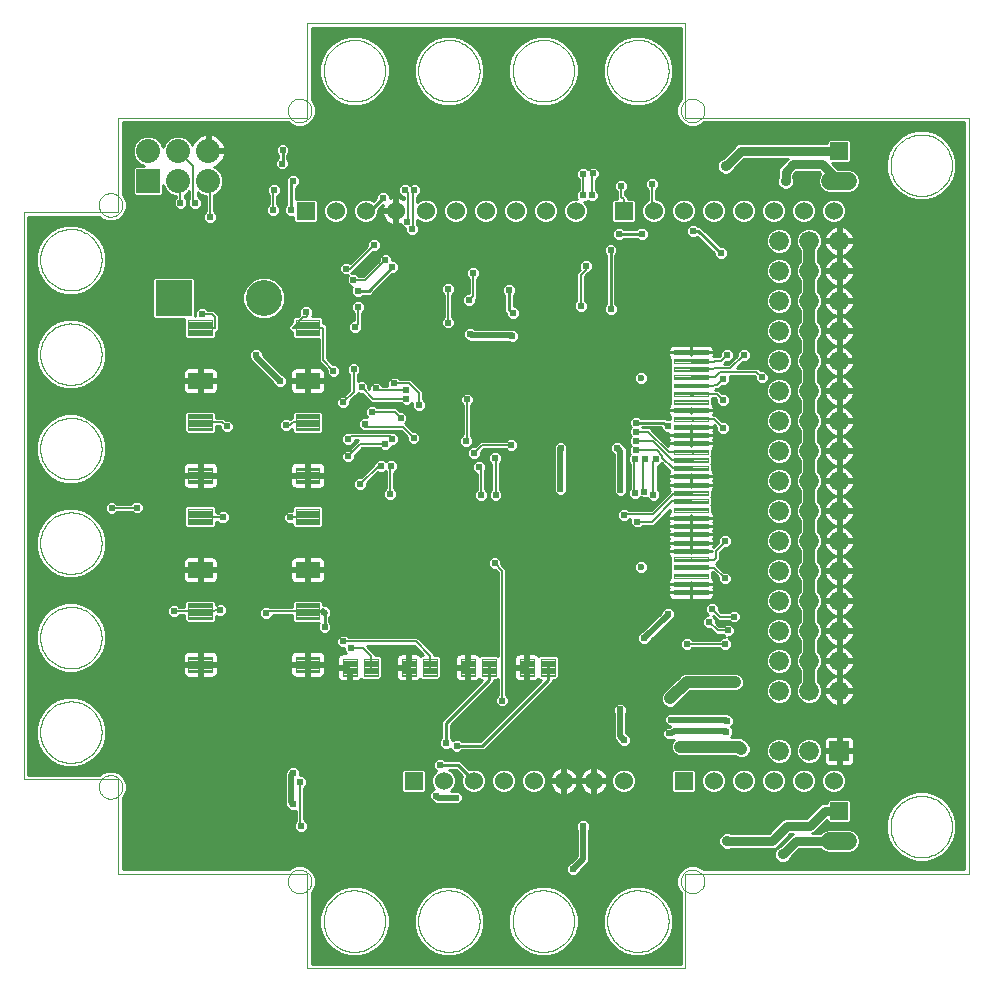
<source format=gbl>
G75*
%MOIN*%
%OFA0B0*%
%FSLAX24Y24*%
%IPPOS*%
%LPD*%
%AMOC8*
5,1,8,0,0,1.08239X$1,22.5*
%
%ADD10C,0.0000*%
%ADD11R,0.0600X0.0600*%
%ADD12C,0.0600*%
%ADD13R,0.0800X0.0800*%
%ADD14C,0.0800*%
%ADD15C,0.0040*%
%ADD16R,0.0660X0.0660*%
%ADD17C,0.0660*%
%ADD18C,0.0236*%
%ADD19C,0.0044*%
%ADD20C,0.0039*%
%ADD21R,0.1200X0.1200*%
%ADD22C,0.1200*%
%ADD23C,0.0600*%
%ADD24C,0.0100*%
%ADD25C,0.0240*%
%ADD26C,0.0060*%
%ADD27C,0.0200*%
%ADD28C,0.0250*%
%ADD29C,0.0360*%
%ADD30C,0.0356*%
%ADD31C,0.0320*%
%ADD32C,0.0400*%
%ADD33C,0.0300*%
D10*
X004874Y004874D02*
X011174Y004874D01*
X011174Y001725D01*
X023772Y001725D01*
X023772Y004874D01*
X033221Y004874D01*
X033221Y030071D01*
X023772Y030071D01*
X023772Y033221D01*
X011174Y033221D01*
X011174Y030071D01*
X004874Y030071D01*
X004874Y026922D01*
X001725Y026922D01*
X001725Y008024D01*
X004874Y008024D01*
X004874Y004874D01*
X004230Y007774D02*
X004232Y007813D01*
X004238Y007852D01*
X004248Y007890D01*
X004261Y007927D01*
X004278Y007962D01*
X004298Y007996D01*
X004322Y008027D01*
X004349Y008056D01*
X004378Y008082D01*
X004410Y008105D01*
X004444Y008125D01*
X004480Y008141D01*
X004517Y008153D01*
X004556Y008162D01*
X004595Y008167D01*
X004634Y008168D01*
X004673Y008165D01*
X004712Y008158D01*
X004749Y008147D01*
X004786Y008133D01*
X004821Y008115D01*
X004854Y008094D01*
X004885Y008069D01*
X004913Y008042D01*
X004938Y008012D01*
X004960Y007979D01*
X004979Y007945D01*
X004994Y007909D01*
X005006Y007871D01*
X005014Y007833D01*
X005018Y007794D01*
X005018Y007754D01*
X005014Y007715D01*
X005006Y007677D01*
X004994Y007639D01*
X004979Y007603D01*
X004960Y007569D01*
X004938Y007536D01*
X004913Y007506D01*
X004885Y007479D01*
X004854Y007454D01*
X004821Y007433D01*
X004786Y007415D01*
X004749Y007401D01*
X004712Y007390D01*
X004673Y007383D01*
X004634Y007380D01*
X004595Y007381D01*
X004556Y007386D01*
X004517Y007395D01*
X004480Y007407D01*
X004444Y007423D01*
X004410Y007443D01*
X004378Y007466D01*
X004349Y007492D01*
X004322Y007521D01*
X004298Y007552D01*
X004278Y007586D01*
X004261Y007621D01*
X004248Y007658D01*
X004238Y007696D01*
X004232Y007735D01*
X004230Y007774D01*
X002276Y009599D02*
X002278Y009663D01*
X002284Y009726D01*
X002294Y009789D01*
X002308Y009851D01*
X002325Y009912D01*
X002347Y009972D01*
X002372Y010031D01*
X002400Y010088D01*
X002432Y010143D01*
X002468Y010196D01*
X002507Y010246D01*
X002548Y010294D01*
X002593Y010340D01*
X002640Y010382D01*
X002690Y010422D01*
X002743Y010458D01*
X002797Y010491D01*
X002854Y010521D01*
X002912Y010547D01*
X002971Y010569D01*
X003032Y010587D01*
X003094Y010602D01*
X003157Y010613D01*
X003220Y010620D01*
X003284Y010623D01*
X003348Y010622D01*
X003411Y010617D01*
X003474Y010608D01*
X003537Y010595D01*
X003598Y010579D01*
X003659Y010558D01*
X003717Y010534D01*
X003775Y010506D01*
X003830Y010475D01*
X003884Y010440D01*
X003935Y010402D01*
X003984Y010361D01*
X004030Y010317D01*
X004073Y010271D01*
X004113Y010221D01*
X004150Y010170D01*
X004184Y010116D01*
X004215Y010060D01*
X004241Y010002D01*
X004265Y009943D01*
X004284Y009882D01*
X004300Y009820D01*
X004312Y009758D01*
X004320Y009694D01*
X004324Y009631D01*
X004324Y009567D01*
X004320Y009504D01*
X004312Y009440D01*
X004300Y009378D01*
X004284Y009316D01*
X004265Y009255D01*
X004241Y009196D01*
X004215Y009138D01*
X004184Y009082D01*
X004150Y009028D01*
X004113Y008977D01*
X004073Y008927D01*
X004030Y008881D01*
X003984Y008837D01*
X003935Y008796D01*
X003884Y008758D01*
X003830Y008723D01*
X003775Y008692D01*
X003717Y008664D01*
X003659Y008640D01*
X003598Y008619D01*
X003537Y008603D01*
X003474Y008590D01*
X003411Y008581D01*
X003348Y008576D01*
X003284Y008575D01*
X003220Y008578D01*
X003157Y008585D01*
X003094Y008596D01*
X003032Y008611D01*
X002971Y008629D01*
X002912Y008651D01*
X002854Y008677D01*
X002797Y008707D01*
X002743Y008740D01*
X002690Y008776D01*
X002640Y008816D01*
X002593Y008858D01*
X002548Y008904D01*
X002507Y008952D01*
X002468Y009002D01*
X002432Y009055D01*
X002400Y009110D01*
X002372Y009167D01*
X002347Y009226D01*
X002325Y009286D01*
X002308Y009347D01*
X002294Y009409D01*
X002284Y009472D01*
X002278Y009535D01*
X002276Y009599D01*
X002276Y012748D02*
X002278Y012812D01*
X002284Y012875D01*
X002294Y012938D01*
X002308Y013000D01*
X002325Y013061D01*
X002347Y013121D01*
X002372Y013180D01*
X002400Y013237D01*
X002432Y013292D01*
X002468Y013345D01*
X002507Y013395D01*
X002548Y013443D01*
X002593Y013489D01*
X002640Y013531D01*
X002690Y013571D01*
X002743Y013607D01*
X002797Y013640D01*
X002854Y013670D01*
X002912Y013696D01*
X002971Y013718D01*
X003032Y013736D01*
X003094Y013751D01*
X003157Y013762D01*
X003220Y013769D01*
X003284Y013772D01*
X003348Y013771D01*
X003411Y013766D01*
X003474Y013757D01*
X003537Y013744D01*
X003598Y013728D01*
X003659Y013707D01*
X003717Y013683D01*
X003775Y013655D01*
X003830Y013624D01*
X003884Y013589D01*
X003935Y013551D01*
X003984Y013510D01*
X004030Y013466D01*
X004073Y013420D01*
X004113Y013370D01*
X004150Y013319D01*
X004184Y013265D01*
X004215Y013209D01*
X004241Y013151D01*
X004265Y013092D01*
X004284Y013031D01*
X004300Y012969D01*
X004312Y012907D01*
X004320Y012843D01*
X004324Y012780D01*
X004324Y012716D01*
X004320Y012653D01*
X004312Y012589D01*
X004300Y012527D01*
X004284Y012465D01*
X004265Y012404D01*
X004241Y012345D01*
X004215Y012287D01*
X004184Y012231D01*
X004150Y012177D01*
X004113Y012126D01*
X004073Y012076D01*
X004030Y012030D01*
X003984Y011986D01*
X003935Y011945D01*
X003884Y011907D01*
X003830Y011872D01*
X003775Y011841D01*
X003717Y011813D01*
X003659Y011789D01*
X003598Y011768D01*
X003537Y011752D01*
X003474Y011739D01*
X003411Y011730D01*
X003348Y011725D01*
X003284Y011724D01*
X003220Y011727D01*
X003157Y011734D01*
X003094Y011745D01*
X003032Y011760D01*
X002971Y011778D01*
X002912Y011800D01*
X002854Y011826D01*
X002797Y011856D01*
X002743Y011889D01*
X002690Y011925D01*
X002640Y011965D01*
X002593Y012007D01*
X002548Y012053D01*
X002507Y012101D01*
X002468Y012151D01*
X002432Y012204D01*
X002400Y012259D01*
X002372Y012316D01*
X002347Y012375D01*
X002325Y012435D01*
X002308Y012496D01*
X002294Y012558D01*
X002284Y012621D01*
X002278Y012684D01*
X002276Y012748D01*
X002276Y015898D02*
X002278Y015962D01*
X002284Y016025D01*
X002294Y016088D01*
X002308Y016150D01*
X002325Y016211D01*
X002347Y016271D01*
X002372Y016330D01*
X002400Y016387D01*
X002432Y016442D01*
X002468Y016495D01*
X002507Y016545D01*
X002548Y016593D01*
X002593Y016639D01*
X002640Y016681D01*
X002690Y016721D01*
X002743Y016757D01*
X002797Y016790D01*
X002854Y016820D01*
X002912Y016846D01*
X002971Y016868D01*
X003032Y016886D01*
X003094Y016901D01*
X003157Y016912D01*
X003220Y016919D01*
X003284Y016922D01*
X003348Y016921D01*
X003411Y016916D01*
X003474Y016907D01*
X003537Y016894D01*
X003598Y016878D01*
X003659Y016857D01*
X003717Y016833D01*
X003775Y016805D01*
X003830Y016774D01*
X003884Y016739D01*
X003935Y016701D01*
X003984Y016660D01*
X004030Y016616D01*
X004073Y016570D01*
X004113Y016520D01*
X004150Y016469D01*
X004184Y016415D01*
X004215Y016359D01*
X004241Y016301D01*
X004265Y016242D01*
X004284Y016181D01*
X004300Y016119D01*
X004312Y016057D01*
X004320Y015993D01*
X004324Y015930D01*
X004324Y015866D01*
X004320Y015803D01*
X004312Y015739D01*
X004300Y015677D01*
X004284Y015615D01*
X004265Y015554D01*
X004241Y015495D01*
X004215Y015437D01*
X004184Y015381D01*
X004150Y015327D01*
X004113Y015276D01*
X004073Y015226D01*
X004030Y015180D01*
X003984Y015136D01*
X003935Y015095D01*
X003884Y015057D01*
X003830Y015022D01*
X003775Y014991D01*
X003717Y014963D01*
X003659Y014939D01*
X003598Y014918D01*
X003537Y014902D01*
X003474Y014889D01*
X003411Y014880D01*
X003348Y014875D01*
X003284Y014874D01*
X003220Y014877D01*
X003157Y014884D01*
X003094Y014895D01*
X003032Y014910D01*
X002971Y014928D01*
X002912Y014950D01*
X002854Y014976D01*
X002797Y015006D01*
X002743Y015039D01*
X002690Y015075D01*
X002640Y015115D01*
X002593Y015157D01*
X002548Y015203D01*
X002507Y015251D01*
X002468Y015301D01*
X002432Y015354D01*
X002400Y015409D01*
X002372Y015466D01*
X002347Y015525D01*
X002325Y015585D01*
X002308Y015646D01*
X002294Y015708D01*
X002284Y015771D01*
X002278Y015834D01*
X002276Y015898D01*
X002276Y019048D02*
X002278Y019112D01*
X002284Y019175D01*
X002294Y019238D01*
X002308Y019300D01*
X002325Y019361D01*
X002347Y019421D01*
X002372Y019480D01*
X002400Y019537D01*
X002432Y019592D01*
X002468Y019645D01*
X002507Y019695D01*
X002548Y019743D01*
X002593Y019789D01*
X002640Y019831D01*
X002690Y019871D01*
X002743Y019907D01*
X002797Y019940D01*
X002854Y019970D01*
X002912Y019996D01*
X002971Y020018D01*
X003032Y020036D01*
X003094Y020051D01*
X003157Y020062D01*
X003220Y020069D01*
X003284Y020072D01*
X003348Y020071D01*
X003411Y020066D01*
X003474Y020057D01*
X003537Y020044D01*
X003598Y020028D01*
X003659Y020007D01*
X003717Y019983D01*
X003775Y019955D01*
X003830Y019924D01*
X003884Y019889D01*
X003935Y019851D01*
X003984Y019810D01*
X004030Y019766D01*
X004073Y019720D01*
X004113Y019670D01*
X004150Y019619D01*
X004184Y019565D01*
X004215Y019509D01*
X004241Y019451D01*
X004265Y019392D01*
X004284Y019331D01*
X004300Y019269D01*
X004312Y019207D01*
X004320Y019143D01*
X004324Y019080D01*
X004324Y019016D01*
X004320Y018953D01*
X004312Y018889D01*
X004300Y018827D01*
X004284Y018765D01*
X004265Y018704D01*
X004241Y018645D01*
X004215Y018587D01*
X004184Y018531D01*
X004150Y018477D01*
X004113Y018426D01*
X004073Y018376D01*
X004030Y018330D01*
X003984Y018286D01*
X003935Y018245D01*
X003884Y018207D01*
X003830Y018172D01*
X003775Y018141D01*
X003717Y018113D01*
X003659Y018089D01*
X003598Y018068D01*
X003537Y018052D01*
X003474Y018039D01*
X003411Y018030D01*
X003348Y018025D01*
X003284Y018024D01*
X003220Y018027D01*
X003157Y018034D01*
X003094Y018045D01*
X003032Y018060D01*
X002971Y018078D01*
X002912Y018100D01*
X002854Y018126D01*
X002797Y018156D01*
X002743Y018189D01*
X002690Y018225D01*
X002640Y018265D01*
X002593Y018307D01*
X002548Y018353D01*
X002507Y018401D01*
X002468Y018451D01*
X002432Y018504D01*
X002400Y018559D01*
X002372Y018616D01*
X002347Y018675D01*
X002325Y018735D01*
X002308Y018796D01*
X002294Y018858D01*
X002284Y018921D01*
X002278Y018984D01*
X002276Y019048D01*
X002276Y022197D02*
X002278Y022261D01*
X002284Y022324D01*
X002294Y022387D01*
X002308Y022449D01*
X002325Y022510D01*
X002347Y022570D01*
X002372Y022629D01*
X002400Y022686D01*
X002432Y022741D01*
X002468Y022794D01*
X002507Y022844D01*
X002548Y022892D01*
X002593Y022938D01*
X002640Y022980D01*
X002690Y023020D01*
X002743Y023056D01*
X002797Y023089D01*
X002854Y023119D01*
X002912Y023145D01*
X002971Y023167D01*
X003032Y023185D01*
X003094Y023200D01*
X003157Y023211D01*
X003220Y023218D01*
X003284Y023221D01*
X003348Y023220D01*
X003411Y023215D01*
X003474Y023206D01*
X003537Y023193D01*
X003598Y023177D01*
X003659Y023156D01*
X003717Y023132D01*
X003775Y023104D01*
X003830Y023073D01*
X003884Y023038D01*
X003935Y023000D01*
X003984Y022959D01*
X004030Y022915D01*
X004073Y022869D01*
X004113Y022819D01*
X004150Y022768D01*
X004184Y022714D01*
X004215Y022658D01*
X004241Y022600D01*
X004265Y022541D01*
X004284Y022480D01*
X004300Y022418D01*
X004312Y022356D01*
X004320Y022292D01*
X004324Y022229D01*
X004324Y022165D01*
X004320Y022102D01*
X004312Y022038D01*
X004300Y021976D01*
X004284Y021914D01*
X004265Y021853D01*
X004241Y021794D01*
X004215Y021736D01*
X004184Y021680D01*
X004150Y021626D01*
X004113Y021575D01*
X004073Y021525D01*
X004030Y021479D01*
X003984Y021435D01*
X003935Y021394D01*
X003884Y021356D01*
X003830Y021321D01*
X003775Y021290D01*
X003717Y021262D01*
X003659Y021238D01*
X003598Y021217D01*
X003537Y021201D01*
X003474Y021188D01*
X003411Y021179D01*
X003348Y021174D01*
X003284Y021173D01*
X003220Y021176D01*
X003157Y021183D01*
X003094Y021194D01*
X003032Y021209D01*
X002971Y021227D01*
X002912Y021249D01*
X002854Y021275D01*
X002797Y021305D01*
X002743Y021338D01*
X002690Y021374D01*
X002640Y021414D01*
X002593Y021456D01*
X002548Y021502D01*
X002507Y021550D01*
X002468Y021600D01*
X002432Y021653D01*
X002400Y021708D01*
X002372Y021765D01*
X002347Y021824D01*
X002325Y021884D01*
X002308Y021945D01*
X002294Y022007D01*
X002284Y022070D01*
X002278Y022133D01*
X002276Y022197D01*
X002276Y025347D02*
X002278Y025411D01*
X002284Y025474D01*
X002294Y025537D01*
X002308Y025599D01*
X002325Y025660D01*
X002347Y025720D01*
X002372Y025779D01*
X002400Y025836D01*
X002432Y025891D01*
X002468Y025944D01*
X002507Y025994D01*
X002548Y026042D01*
X002593Y026088D01*
X002640Y026130D01*
X002690Y026170D01*
X002743Y026206D01*
X002797Y026239D01*
X002854Y026269D01*
X002912Y026295D01*
X002971Y026317D01*
X003032Y026335D01*
X003094Y026350D01*
X003157Y026361D01*
X003220Y026368D01*
X003284Y026371D01*
X003348Y026370D01*
X003411Y026365D01*
X003474Y026356D01*
X003537Y026343D01*
X003598Y026327D01*
X003659Y026306D01*
X003717Y026282D01*
X003775Y026254D01*
X003830Y026223D01*
X003884Y026188D01*
X003935Y026150D01*
X003984Y026109D01*
X004030Y026065D01*
X004073Y026019D01*
X004113Y025969D01*
X004150Y025918D01*
X004184Y025864D01*
X004215Y025808D01*
X004241Y025750D01*
X004265Y025691D01*
X004284Y025630D01*
X004300Y025568D01*
X004312Y025506D01*
X004320Y025442D01*
X004324Y025379D01*
X004324Y025315D01*
X004320Y025252D01*
X004312Y025188D01*
X004300Y025126D01*
X004284Y025064D01*
X004265Y025003D01*
X004241Y024944D01*
X004215Y024886D01*
X004184Y024830D01*
X004150Y024776D01*
X004113Y024725D01*
X004073Y024675D01*
X004030Y024629D01*
X003984Y024585D01*
X003935Y024544D01*
X003884Y024506D01*
X003830Y024471D01*
X003775Y024440D01*
X003717Y024412D01*
X003659Y024388D01*
X003598Y024367D01*
X003537Y024351D01*
X003474Y024338D01*
X003411Y024329D01*
X003348Y024324D01*
X003284Y024323D01*
X003220Y024326D01*
X003157Y024333D01*
X003094Y024344D01*
X003032Y024359D01*
X002971Y024377D01*
X002912Y024399D01*
X002854Y024425D01*
X002797Y024455D01*
X002743Y024488D01*
X002690Y024524D01*
X002640Y024564D01*
X002593Y024606D01*
X002548Y024652D01*
X002507Y024700D01*
X002468Y024750D01*
X002432Y024803D01*
X002400Y024858D01*
X002372Y024915D01*
X002347Y024974D01*
X002325Y025034D01*
X002308Y025095D01*
X002294Y025157D01*
X002284Y025220D01*
X002278Y025283D01*
X002276Y025347D01*
X004230Y027172D02*
X004232Y027211D01*
X004238Y027250D01*
X004248Y027288D01*
X004261Y027325D01*
X004278Y027360D01*
X004298Y027394D01*
X004322Y027425D01*
X004349Y027454D01*
X004378Y027480D01*
X004410Y027503D01*
X004444Y027523D01*
X004480Y027539D01*
X004517Y027551D01*
X004556Y027560D01*
X004595Y027565D01*
X004634Y027566D01*
X004673Y027563D01*
X004712Y027556D01*
X004749Y027545D01*
X004786Y027531D01*
X004821Y027513D01*
X004854Y027492D01*
X004885Y027467D01*
X004913Y027440D01*
X004938Y027410D01*
X004960Y027377D01*
X004979Y027343D01*
X004994Y027307D01*
X005006Y027269D01*
X005014Y027231D01*
X005018Y027192D01*
X005018Y027152D01*
X005014Y027113D01*
X005006Y027075D01*
X004994Y027037D01*
X004979Y027001D01*
X004960Y026967D01*
X004938Y026934D01*
X004913Y026904D01*
X004885Y026877D01*
X004854Y026852D01*
X004821Y026831D01*
X004786Y026813D01*
X004749Y026799D01*
X004712Y026788D01*
X004673Y026781D01*
X004634Y026778D01*
X004595Y026779D01*
X004556Y026784D01*
X004517Y026793D01*
X004480Y026805D01*
X004444Y026821D01*
X004410Y026841D01*
X004378Y026864D01*
X004349Y026890D01*
X004322Y026919D01*
X004298Y026950D01*
X004278Y026984D01*
X004261Y027019D01*
X004248Y027056D01*
X004238Y027094D01*
X004232Y027133D01*
X004230Y027172D01*
X010530Y030321D02*
X010532Y030360D01*
X010538Y030399D01*
X010548Y030437D01*
X010561Y030474D01*
X010578Y030509D01*
X010598Y030543D01*
X010622Y030574D01*
X010649Y030603D01*
X010678Y030629D01*
X010710Y030652D01*
X010744Y030672D01*
X010780Y030688D01*
X010817Y030700D01*
X010856Y030709D01*
X010895Y030714D01*
X010934Y030715D01*
X010973Y030712D01*
X011012Y030705D01*
X011049Y030694D01*
X011086Y030680D01*
X011121Y030662D01*
X011154Y030641D01*
X011185Y030616D01*
X011213Y030589D01*
X011238Y030559D01*
X011260Y030526D01*
X011279Y030492D01*
X011294Y030456D01*
X011306Y030418D01*
X011314Y030380D01*
X011318Y030341D01*
X011318Y030301D01*
X011314Y030262D01*
X011306Y030224D01*
X011294Y030186D01*
X011279Y030150D01*
X011260Y030116D01*
X011238Y030083D01*
X011213Y030053D01*
X011185Y030026D01*
X011154Y030001D01*
X011121Y029980D01*
X011086Y029962D01*
X011049Y029948D01*
X011012Y029937D01*
X010973Y029930D01*
X010934Y029927D01*
X010895Y029928D01*
X010856Y029933D01*
X010817Y029942D01*
X010780Y029954D01*
X010744Y029970D01*
X010710Y029990D01*
X010678Y030013D01*
X010649Y030039D01*
X010622Y030068D01*
X010598Y030099D01*
X010578Y030133D01*
X010561Y030168D01*
X010548Y030205D01*
X010538Y030243D01*
X010532Y030282D01*
X010530Y030321D01*
X011724Y031646D02*
X011726Y031710D01*
X011732Y031773D01*
X011742Y031836D01*
X011756Y031898D01*
X011773Y031959D01*
X011795Y032019D01*
X011820Y032078D01*
X011848Y032135D01*
X011880Y032190D01*
X011916Y032243D01*
X011955Y032293D01*
X011996Y032341D01*
X012041Y032387D01*
X012088Y032429D01*
X012138Y032469D01*
X012191Y032505D01*
X012245Y032538D01*
X012302Y032568D01*
X012360Y032594D01*
X012419Y032616D01*
X012480Y032634D01*
X012542Y032649D01*
X012605Y032660D01*
X012668Y032667D01*
X012732Y032670D01*
X012796Y032669D01*
X012859Y032664D01*
X012922Y032655D01*
X012985Y032642D01*
X013046Y032626D01*
X013107Y032605D01*
X013165Y032581D01*
X013223Y032553D01*
X013278Y032522D01*
X013332Y032487D01*
X013383Y032449D01*
X013432Y032408D01*
X013478Y032364D01*
X013521Y032318D01*
X013561Y032268D01*
X013598Y032217D01*
X013632Y032163D01*
X013663Y032107D01*
X013689Y032049D01*
X013713Y031990D01*
X013732Y031929D01*
X013748Y031867D01*
X013760Y031805D01*
X013768Y031741D01*
X013772Y031678D01*
X013772Y031614D01*
X013768Y031551D01*
X013760Y031487D01*
X013748Y031425D01*
X013732Y031363D01*
X013713Y031302D01*
X013689Y031243D01*
X013663Y031185D01*
X013632Y031129D01*
X013598Y031075D01*
X013561Y031024D01*
X013521Y030974D01*
X013478Y030928D01*
X013432Y030884D01*
X013383Y030843D01*
X013332Y030805D01*
X013278Y030770D01*
X013223Y030739D01*
X013165Y030711D01*
X013107Y030687D01*
X013046Y030666D01*
X012985Y030650D01*
X012922Y030637D01*
X012859Y030628D01*
X012796Y030623D01*
X012732Y030622D01*
X012668Y030625D01*
X012605Y030632D01*
X012542Y030643D01*
X012480Y030658D01*
X012419Y030676D01*
X012360Y030698D01*
X012302Y030724D01*
X012245Y030754D01*
X012191Y030787D01*
X012138Y030823D01*
X012088Y030863D01*
X012041Y030905D01*
X011996Y030951D01*
X011955Y030999D01*
X011916Y031049D01*
X011880Y031102D01*
X011848Y031157D01*
X011820Y031214D01*
X011795Y031273D01*
X011773Y031333D01*
X011756Y031394D01*
X011742Y031456D01*
X011732Y031519D01*
X011726Y031582D01*
X011724Y031646D01*
X014874Y031646D02*
X014876Y031710D01*
X014882Y031773D01*
X014892Y031836D01*
X014906Y031898D01*
X014923Y031959D01*
X014945Y032019D01*
X014970Y032078D01*
X014998Y032135D01*
X015030Y032190D01*
X015066Y032243D01*
X015105Y032293D01*
X015146Y032341D01*
X015191Y032387D01*
X015238Y032429D01*
X015288Y032469D01*
X015341Y032505D01*
X015395Y032538D01*
X015452Y032568D01*
X015510Y032594D01*
X015569Y032616D01*
X015630Y032634D01*
X015692Y032649D01*
X015755Y032660D01*
X015818Y032667D01*
X015882Y032670D01*
X015946Y032669D01*
X016009Y032664D01*
X016072Y032655D01*
X016135Y032642D01*
X016196Y032626D01*
X016257Y032605D01*
X016315Y032581D01*
X016373Y032553D01*
X016428Y032522D01*
X016482Y032487D01*
X016533Y032449D01*
X016582Y032408D01*
X016628Y032364D01*
X016671Y032318D01*
X016711Y032268D01*
X016748Y032217D01*
X016782Y032163D01*
X016813Y032107D01*
X016839Y032049D01*
X016863Y031990D01*
X016882Y031929D01*
X016898Y031867D01*
X016910Y031805D01*
X016918Y031741D01*
X016922Y031678D01*
X016922Y031614D01*
X016918Y031551D01*
X016910Y031487D01*
X016898Y031425D01*
X016882Y031363D01*
X016863Y031302D01*
X016839Y031243D01*
X016813Y031185D01*
X016782Y031129D01*
X016748Y031075D01*
X016711Y031024D01*
X016671Y030974D01*
X016628Y030928D01*
X016582Y030884D01*
X016533Y030843D01*
X016482Y030805D01*
X016428Y030770D01*
X016373Y030739D01*
X016315Y030711D01*
X016257Y030687D01*
X016196Y030666D01*
X016135Y030650D01*
X016072Y030637D01*
X016009Y030628D01*
X015946Y030623D01*
X015882Y030622D01*
X015818Y030625D01*
X015755Y030632D01*
X015692Y030643D01*
X015630Y030658D01*
X015569Y030676D01*
X015510Y030698D01*
X015452Y030724D01*
X015395Y030754D01*
X015341Y030787D01*
X015288Y030823D01*
X015238Y030863D01*
X015191Y030905D01*
X015146Y030951D01*
X015105Y030999D01*
X015066Y031049D01*
X015030Y031102D01*
X014998Y031157D01*
X014970Y031214D01*
X014945Y031273D01*
X014923Y031333D01*
X014906Y031394D01*
X014892Y031456D01*
X014882Y031519D01*
X014876Y031582D01*
X014874Y031646D01*
X018024Y031646D02*
X018026Y031710D01*
X018032Y031773D01*
X018042Y031836D01*
X018056Y031898D01*
X018073Y031959D01*
X018095Y032019D01*
X018120Y032078D01*
X018148Y032135D01*
X018180Y032190D01*
X018216Y032243D01*
X018255Y032293D01*
X018296Y032341D01*
X018341Y032387D01*
X018388Y032429D01*
X018438Y032469D01*
X018491Y032505D01*
X018545Y032538D01*
X018602Y032568D01*
X018660Y032594D01*
X018719Y032616D01*
X018780Y032634D01*
X018842Y032649D01*
X018905Y032660D01*
X018968Y032667D01*
X019032Y032670D01*
X019096Y032669D01*
X019159Y032664D01*
X019222Y032655D01*
X019285Y032642D01*
X019346Y032626D01*
X019407Y032605D01*
X019465Y032581D01*
X019523Y032553D01*
X019578Y032522D01*
X019632Y032487D01*
X019683Y032449D01*
X019732Y032408D01*
X019778Y032364D01*
X019821Y032318D01*
X019861Y032268D01*
X019898Y032217D01*
X019932Y032163D01*
X019963Y032107D01*
X019989Y032049D01*
X020013Y031990D01*
X020032Y031929D01*
X020048Y031867D01*
X020060Y031805D01*
X020068Y031741D01*
X020072Y031678D01*
X020072Y031614D01*
X020068Y031551D01*
X020060Y031487D01*
X020048Y031425D01*
X020032Y031363D01*
X020013Y031302D01*
X019989Y031243D01*
X019963Y031185D01*
X019932Y031129D01*
X019898Y031075D01*
X019861Y031024D01*
X019821Y030974D01*
X019778Y030928D01*
X019732Y030884D01*
X019683Y030843D01*
X019632Y030805D01*
X019578Y030770D01*
X019523Y030739D01*
X019465Y030711D01*
X019407Y030687D01*
X019346Y030666D01*
X019285Y030650D01*
X019222Y030637D01*
X019159Y030628D01*
X019096Y030623D01*
X019032Y030622D01*
X018968Y030625D01*
X018905Y030632D01*
X018842Y030643D01*
X018780Y030658D01*
X018719Y030676D01*
X018660Y030698D01*
X018602Y030724D01*
X018545Y030754D01*
X018491Y030787D01*
X018438Y030823D01*
X018388Y030863D01*
X018341Y030905D01*
X018296Y030951D01*
X018255Y030999D01*
X018216Y031049D01*
X018180Y031102D01*
X018148Y031157D01*
X018120Y031214D01*
X018095Y031273D01*
X018073Y031333D01*
X018056Y031394D01*
X018042Y031456D01*
X018032Y031519D01*
X018026Y031582D01*
X018024Y031646D01*
X021173Y031646D02*
X021175Y031710D01*
X021181Y031773D01*
X021191Y031836D01*
X021205Y031898D01*
X021222Y031959D01*
X021244Y032019D01*
X021269Y032078D01*
X021297Y032135D01*
X021329Y032190D01*
X021365Y032243D01*
X021404Y032293D01*
X021445Y032341D01*
X021490Y032387D01*
X021537Y032429D01*
X021587Y032469D01*
X021640Y032505D01*
X021694Y032538D01*
X021751Y032568D01*
X021809Y032594D01*
X021868Y032616D01*
X021929Y032634D01*
X021991Y032649D01*
X022054Y032660D01*
X022117Y032667D01*
X022181Y032670D01*
X022245Y032669D01*
X022308Y032664D01*
X022371Y032655D01*
X022434Y032642D01*
X022495Y032626D01*
X022556Y032605D01*
X022614Y032581D01*
X022672Y032553D01*
X022727Y032522D01*
X022781Y032487D01*
X022832Y032449D01*
X022881Y032408D01*
X022927Y032364D01*
X022970Y032318D01*
X023010Y032268D01*
X023047Y032217D01*
X023081Y032163D01*
X023112Y032107D01*
X023138Y032049D01*
X023162Y031990D01*
X023181Y031929D01*
X023197Y031867D01*
X023209Y031805D01*
X023217Y031741D01*
X023221Y031678D01*
X023221Y031614D01*
X023217Y031551D01*
X023209Y031487D01*
X023197Y031425D01*
X023181Y031363D01*
X023162Y031302D01*
X023138Y031243D01*
X023112Y031185D01*
X023081Y031129D01*
X023047Y031075D01*
X023010Y031024D01*
X022970Y030974D01*
X022927Y030928D01*
X022881Y030884D01*
X022832Y030843D01*
X022781Y030805D01*
X022727Y030770D01*
X022672Y030739D01*
X022614Y030711D01*
X022556Y030687D01*
X022495Y030666D01*
X022434Y030650D01*
X022371Y030637D01*
X022308Y030628D01*
X022245Y030623D01*
X022181Y030622D01*
X022117Y030625D01*
X022054Y030632D01*
X021991Y030643D01*
X021929Y030658D01*
X021868Y030676D01*
X021809Y030698D01*
X021751Y030724D01*
X021694Y030754D01*
X021640Y030787D01*
X021587Y030823D01*
X021537Y030863D01*
X021490Y030905D01*
X021445Y030951D01*
X021404Y030999D01*
X021365Y031049D01*
X021329Y031102D01*
X021297Y031157D01*
X021269Y031214D01*
X021244Y031273D01*
X021222Y031333D01*
X021205Y031394D01*
X021191Y031456D01*
X021181Y031519D01*
X021175Y031582D01*
X021173Y031646D01*
X023628Y030321D02*
X023630Y030360D01*
X023636Y030399D01*
X023646Y030437D01*
X023659Y030474D01*
X023676Y030509D01*
X023696Y030543D01*
X023720Y030574D01*
X023747Y030603D01*
X023776Y030629D01*
X023808Y030652D01*
X023842Y030672D01*
X023878Y030688D01*
X023915Y030700D01*
X023954Y030709D01*
X023993Y030714D01*
X024032Y030715D01*
X024071Y030712D01*
X024110Y030705D01*
X024147Y030694D01*
X024184Y030680D01*
X024219Y030662D01*
X024252Y030641D01*
X024283Y030616D01*
X024311Y030589D01*
X024336Y030559D01*
X024358Y030526D01*
X024377Y030492D01*
X024392Y030456D01*
X024404Y030418D01*
X024412Y030380D01*
X024416Y030341D01*
X024416Y030301D01*
X024412Y030262D01*
X024404Y030224D01*
X024392Y030186D01*
X024377Y030150D01*
X024358Y030116D01*
X024336Y030083D01*
X024311Y030053D01*
X024283Y030026D01*
X024252Y030001D01*
X024219Y029980D01*
X024184Y029962D01*
X024147Y029948D01*
X024110Y029937D01*
X024071Y029930D01*
X024032Y029927D01*
X023993Y029928D01*
X023954Y029933D01*
X023915Y029942D01*
X023878Y029954D01*
X023842Y029970D01*
X023808Y029990D01*
X023776Y030013D01*
X023747Y030039D01*
X023720Y030068D01*
X023696Y030099D01*
X023676Y030133D01*
X023659Y030168D01*
X023646Y030205D01*
X023636Y030243D01*
X023630Y030282D01*
X023628Y030321D01*
X030622Y028496D02*
X030624Y028560D01*
X030630Y028623D01*
X030640Y028686D01*
X030654Y028748D01*
X030671Y028809D01*
X030693Y028869D01*
X030718Y028928D01*
X030746Y028985D01*
X030778Y029040D01*
X030814Y029093D01*
X030853Y029143D01*
X030894Y029191D01*
X030939Y029237D01*
X030986Y029279D01*
X031036Y029319D01*
X031089Y029355D01*
X031143Y029388D01*
X031200Y029418D01*
X031258Y029444D01*
X031317Y029466D01*
X031378Y029484D01*
X031440Y029499D01*
X031503Y029510D01*
X031566Y029517D01*
X031630Y029520D01*
X031694Y029519D01*
X031757Y029514D01*
X031820Y029505D01*
X031883Y029492D01*
X031944Y029476D01*
X032005Y029455D01*
X032063Y029431D01*
X032121Y029403D01*
X032176Y029372D01*
X032230Y029337D01*
X032281Y029299D01*
X032330Y029258D01*
X032376Y029214D01*
X032419Y029168D01*
X032459Y029118D01*
X032496Y029067D01*
X032530Y029013D01*
X032561Y028957D01*
X032587Y028899D01*
X032611Y028840D01*
X032630Y028779D01*
X032646Y028717D01*
X032658Y028655D01*
X032666Y028591D01*
X032670Y028528D01*
X032670Y028464D01*
X032666Y028401D01*
X032658Y028337D01*
X032646Y028275D01*
X032630Y028213D01*
X032611Y028152D01*
X032587Y028093D01*
X032561Y028035D01*
X032530Y027979D01*
X032496Y027925D01*
X032459Y027874D01*
X032419Y027824D01*
X032376Y027778D01*
X032330Y027734D01*
X032281Y027693D01*
X032230Y027655D01*
X032176Y027620D01*
X032121Y027589D01*
X032063Y027561D01*
X032005Y027537D01*
X031944Y027516D01*
X031883Y027500D01*
X031820Y027487D01*
X031757Y027478D01*
X031694Y027473D01*
X031630Y027472D01*
X031566Y027475D01*
X031503Y027482D01*
X031440Y027493D01*
X031378Y027508D01*
X031317Y027526D01*
X031258Y027548D01*
X031200Y027574D01*
X031143Y027604D01*
X031089Y027637D01*
X031036Y027673D01*
X030986Y027713D01*
X030939Y027755D01*
X030894Y027801D01*
X030853Y027849D01*
X030814Y027899D01*
X030778Y027952D01*
X030746Y028007D01*
X030718Y028064D01*
X030693Y028123D01*
X030671Y028183D01*
X030654Y028244D01*
X030640Y028306D01*
X030630Y028369D01*
X030624Y028432D01*
X030622Y028496D01*
X030622Y006449D02*
X030624Y006513D01*
X030630Y006576D01*
X030640Y006639D01*
X030654Y006701D01*
X030671Y006762D01*
X030693Y006822D01*
X030718Y006881D01*
X030746Y006938D01*
X030778Y006993D01*
X030814Y007046D01*
X030853Y007096D01*
X030894Y007144D01*
X030939Y007190D01*
X030986Y007232D01*
X031036Y007272D01*
X031089Y007308D01*
X031143Y007341D01*
X031200Y007371D01*
X031258Y007397D01*
X031317Y007419D01*
X031378Y007437D01*
X031440Y007452D01*
X031503Y007463D01*
X031566Y007470D01*
X031630Y007473D01*
X031694Y007472D01*
X031757Y007467D01*
X031820Y007458D01*
X031883Y007445D01*
X031944Y007429D01*
X032005Y007408D01*
X032063Y007384D01*
X032121Y007356D01*
X032176Y007325D01*
X032230Y007290D01*
X032281Y007252D01*
X032330Y007211D01*
X032376Y007167D01*
X032419Y007121D01*
X032459Y007071D01*
X032496Y007020D01*
X032530Y006966D01*
X032561Y006910D01*
X032587Y006852D01*
X032611Y006793D01*
X032630Y006732D01*
X032646Y006670D01*
X032658Y006608D01*
X032666Y006544D01*
X032670Y006481D01*
X032670Y006417D01*
X032666Y006354D01*
X032658Y006290D01*
X032646Y006228D01*
X032630Y006166D01*
X032611Y006105D01*
X032587Y006046D01*
X032561Y005988D01*
X032530Y005932D01*
X032496Y005878D01*
X032459Y005827D01*
X032419Y005777D01*
X032376Y005731D01*
X032330Y005687D01*
X032281Y005646D01*
X032230Y005608D01*
X032176Y005573D01*
X032121Y005542D01*
X032063Y005514D01*
X032005Y005490D01*
X031944Y005469D01*
X031883Y005453D01*
X031820Y005440D01*
X031757Y005431D01*
X031694Y005426D01*
X031630Y005425D01*
X031566Y005428D01*
X031503Y005435D01*
X031440Y005446D01*
X031378Y005461D01*
X031317Y005479D01*
X031258Y005501D01*
X031200Y005527D01*
X031143Y005557D01*
X031089Y005590D01*
X031036Y005626D01*
X030986Y005666D01*
X030939Y005708D01*
X030894Y005754D01*
X030853Y005802D01*
X030814Y005852D01*
X030778Y005905D01*
X030746Y005960D01*
X030718Y006017D01*
X030693Y006076D01*
X030671Y006136D01*
X030654Y006197D01*
X030640Y006259D01*
X030630Y006322D01*
X030624Y006385D01*
X030622Y006449D01*
X023628Y004624D02*
X023630Y004663D01*
X023636Y004702D01*
X023646Y004740D01*
X023659Y004777D01*
X023676Y004812D01*
X023696Y004846D01*
X023720Y004877D01*
X023747Y004906D01*
X023776Y004932D01*
X023808Y004955D01*
X023842Y004975D01*
X023878Y004991D01*
X023915Y005003D01*
X023954Y005012D01*
X023993Y005017D01*
X024032Y005018D01*
X024071Y005015D01*
X024110Y005008D01*
X024147Y004997D01*
X024184Y004983D01*
X024219Y004965D01*
X024252Y004944D01*
X024283Y004919D01*
X024311Y004892D01*
X024336Y004862D01*
X024358Y004829D01*
X024377Y004795D01*
X024392Y004759D01*
X024404Y004721D01*
X024412Y004683D01*
X024416Y004644D01*
X024416Y004604D01*
X024412Y004565D01*
X024404Y004527D01*
X024392Y004489D01*
X024377Y004453D01*
X024358Y004419D01*
X024336Y004386D01*
X024311Y004356D01*
X024283Y004329D01*
X024252Y004304D01*
X024219Y004283D01*
X024184Y004265D01*
X024147Y004251D01*
X024110Y004240D01*
X024071Y004233D01*
X024032Y004230D01*
X023993Y004231D01*
X023954Y004236D01*
X023915Y004245D01*
X023878Y004257D01*
X023842Y004273D01*
X023808Y004293D01*
X023776Y004316D01*
X023747Y004342D01*
X023720Y004371D01*
X023696Y004402D01*
X023676Y004436D01*
X023659Y004471D01*
X023646Y004508D01*
X023636Y004546D01*
X023630Y004585D01*
X023628Y004624D01*
X021173Y003300D02*
X021175Y003364D01*
X021181Y003427D01*
X021191Y003490D01*
X021205Y003552D01*
X021222Y003613D01*
X021244Y003673D01*
X021269Y003732D01*
X021297Y003789D01*
X021329Y003844D01*
X021365Y003897D01*
X021404Y003947D01*
X021445Y003995D01*
X021490Y004041D01*
X021537Y004083D01*
X021587Y004123D01*
X021640Y004159D01*
X021694Y004192D01*
X021751Y004222D01*
X021809Y004248D01*
X021868Y004270D01*
X021929Y004288D01*
X021991Y004303D01*
X022054Y004314D01*
X022117Y004321D01*
X022181Y004324D01*
X022245Y004323D01*
X022308Y004318D01*
X022371Y004309D01*
X022434Y004296D01*
X022495Y004280D01*
X022556Y004259D01*
X022614Y004235D01*
X022672Y004207D01*
X022727Y004176D01*
X022781Y004141D01*
X022832Y004103D01*
X022881Y004062D01*
X022927Y004018D01*
X022970Y003972D01*
X023010Y003922D01*
X023047Y003871D01*
X023081Y003817D01*
X023112Y003761D01*
X023138Y003703D01*
X023162Y003644D01*
X023181Y003583D01*
X023197Y003521D01*
X023209Y003459D01*
X023217Y003395D01*
X023221Y003332D01*
X023221Y003268D01*
X023217Y003205D01*
X023209Y003141D01*
X023197Y003079D01*
X023181Y003017D01*
X023162Y002956D01*
X023138Y002897D01*
X023112Y002839D01*
X023081Y002783D01*
X023047Y002729D01*
X023010Y002678D01*
X022970Y002628D01*
X022927Y002582D01*
X022881Y002538D01*
X022832Y002497D01*
X022781Y002459D01*
X022727Y002424D01*
X022672Y002393D01*
X022614Y002365D01*
X022556Y002341D01*
X022495Y002320D01*
X022434Y002304D01*
X022371Y002291D01*
X022308Y002282D01*
X022245Y002277D01*
X022181Y002276D01*
X022117Y002279D01*
X022054Y002286D01*
X021991Y002297D01*
X021929Y002312D01*
X021868Y002330D01*
X021809Y002352D01*
X021751Y002378D01*
X021694Y002408D01*
X021640Y002441D01*
X021587Y002477D01*
X021537Y002517D01*
X021490Y002559D01*
X021445Y002605D01*
X021404Y002653D01*
X021365Y002703D01*
X021329Y002756D01*
X021297Y002811D01*
X021269Y002868D01*
X021244Y002927D01*
X021222Y002987D01*
X021205Y003048D01*
X021191Y003110D01*
X021181Y003173D01*
X021175Y003236D01*
X021173Y003300D01*
X018024Y003300D02*
X018026Y003364D01*
X018032Y003427D01*
X018042Y003490D01*
X018056Y003552D01*
X018073Y003613D01*
X018095Y003673D01*
X018120Y003732D01*
X018148Y003789D01*
X018180Y003844D01*
X018216Y003897D01*
X018255Y003947D01*
X018296Y003995D01*
X018341Y004041D01*
X018388Y004083D01*
X018438Y004123D01*
X018491Y004159D01*
X018545Y004192D01*
X018602Y004222D01*
X018660Y004248D01*
X018719Y004270D01*
X018780Y004288D01*
X018842Y004303D01*
X018905Y004314D01*
X018968Y004321D01*
X019032Y004324D01*
X019096Y004323D01*
X019159Y004318D01*
X019222Y004309D01*
X019285Y004296D01*
X019346Y004280D01*
X019407Y004259D01*
X019465Y004235D01*
X019523Y004207D01*
X019578Y004176D01*
X019632Y004141D01*
X019683Y004103D01*
X019732Y004062D01*
X019778Y004018D01*
X019821Y003972D01*
X019861Y003922D01*
X019898Y003871D01*
X019932Y003817D01*
X019963Y003761D01*
X019989Y003703D01*
X020013Y003644D01*
X020032Y003583D01*
X020048Y003521D01*
X020060Y003459D01*
X020068Y003395D01*
X020072Y003332D01*
X020072Y003268D01*
X020068Y003205D01*
X020060Y003141D01*
X020048Y003079D01*
X020032Y003017D01*
X020013Y002956D01*
X019989Y002897D01*
X019963Y002839D01*
X019932Y002783D01*
X019898Y002729D01*
X019861Y002678D01*
X019821Y002628D01*
X019778Y002582D01*
X019732Y002538D01*
X019683Y002497D01*
X019632Y002459D01*
X019578Y002424D01*
X019523Y002393D01*
X019465Y002365D01*
X019407Y002341D01*
X019346Y002320D01*
X019285Y002304D01*
X019222Y002291D01*
X019159Y002282D01*
X019096Y002277D01*
X019032Y002276D01*
X018968Y002279D01*
X018905Y002286D01*
X018842Y002297D01*
X018780Y002312D01*
X018719Y002330D01*
X018660Y002352D01*
X018602Y002378D01*
X018545Y002408D01*
X018491Y002441D01*
X018438Y002477D01*
X018388Y002517D01*
X018341Y002559D01*
X018296Y002605D01*
X018255Y002653D01*
X018216Y002703D01*
X018180Y002756D01*
X018148Y002811D01*
X018120Y002868D01*
X018095Y002927D01*
X018073Y002987D01*
X018056Y003048D01*
X018042Y003110D01*
X018032Y003173D01*
X018026Y003236D01*
X018024Y003300D01*
X014874Y003300D02*
X014876Y003364D01*
X014882Y003427D01*
X014892Y003490D01*
X014906Y003552D01*
X014923Y003613D01*
X014945Y003673D01*
X014970Y003732D01*
X014998Y003789D01*
X015030Y003844D01*
X015066Y003897D01*
X015105Y003947D01*
X015146Y003995D01*
X015191Y004041D01*
X015238Y004083D01*
X015288Y004123D01*
X015341Y004159D01*
X015395Y004192D01*
X015452Y004222D01*
X015510Y004248D01*
X015569Y004270D01*
X015630Y004288D01*
X015692Y004303D01*
X015755Y004314D01*
X015818Y004321D01*
X015882Y004324D01*
X015946Y004323D01*
X016009Y004318D01*
X016072Y004309D01*
X016135Y004296D01*
X016196Y004280D01*
X016257Y004259D01*
X016315Y004235D01*
X016373Y004207D01*
X016428Y004176D01*
X016482Y004141D01*
X016533Y004103D01*
X016582Y004062D01*
X016628Y004018D01*
X016671Y003972D01*
X016711Y003922D01*
X016748Y003871D01*
X016782Y003817D01*
X016813Y003761D01*
X016839Y003703D01*
X016863Y003644D01*
X016882Y003583D01*
X016898Y003521D01*
X016910Y003459D01*
X016918Y003395D01*
X016922Y003332D01*
X016922Y003268D01*
X016918Y003205D01*
X016910Y003141D01*
X016898Y003079D01*
X016882Y003017D01*
X016863Y002956D01*
X016839Y002897D01*
X016813Y002839D01*
X016782Y002783D01*
X016748Y002729D01*
X016711Y002678D01*
X016671Y002628D01*
X016628Y002582D01*
X016582Y002538D01*
X016533Y002497D01*
X016482Y002459D01*
X016428Y002424D01*
X016373Y002393D01*
X016315Y002365D01*
X016257Y002341D01*
X016196Y002320D01*
X016135Y002304D01*
X016072Y002291D01*
X016009Y002282D01*
X015946Y002277D01*
X015882Y002276D01*
X015818Y002279D01*
X015755Y002286D01*
X015692Y002297D01*
X015630Y002312D01*
X015569Y002330D01*
X015510Y002352D01*
X015452Y002378D01*
X015395Y002408D01*
X015341Y002441D01*
X015288Y002477D01*
X015238Y002517D01*
X015191Y002559D01*
X015146Y002605D01*
X015105Y002653D01*
X015066Y002703D01*
X015030Y002756D01*
X014998Y002811D01*
X014970Y002868D01*
X014945Y002927D01*
X014923Y002987D01*
X014906Y003048D01*
X014892Y003110D01*
X014882Y003173D01*
X014876Y003236D01*
X014874Y003300D01*
X011724Y003300D02*
X011726Y003364D01*
X011732Y003427D01*
X011742Y003490D01*
X011756Y003552D01*
X011773Y003613D01*
X011795Y003673D01*
X011820Y003732D01*
X011848Y003789D01*
X011880Y003844D01*
X011916Y003897D01*
X011955Y003947D01*
X011996Y003995D01*
X012041Y004041D01*
X012088Y004083D01*
X012138Y004123D01*
X012191Y004159D01*
X012245Y004192D01*
X012302Y004222D01*
X012360Y004248D01*
X012419Y004270D01*
X012480Y004288D01*
X012542Y004303D01*
X012605Y004314D01*
X012668Y004321D01*
X012732Y004324D01*
X012796Y004323D01*
X012859Y004318D01*
X012922Y004309D01*
X012985Y004296D01*
X013046Y004280D01*
X013107Y004259D01*
X013165Y004235D01*
X013223Y004207D01*
X013278Y004176D01*
X013332Y004141D01*
X013383Y004103D01*
X013432Y004062D01*
X013478Y004018D01*
X013521Y003972D01*
X013561Y003922D01*
X013598Y003871D01*
X013632Y003817D01*
X013663Y003761D01*
X013689Y003703D01*
X013713Y003644D01*
X013732Y003583D01*
X013748Y003521D01*
X013760Y003459D01*
X013768Y003395D01*
X013772Y003332D01*
X013772Y003268D01*
X013768Y003205D01*
X013760Y003141D01*
X013748Y003079D01*
X013732Y003017D01*
X013713Y002956D01*
X013689Y002897D01*
X013663Y002839D01*
X013632Y002783D01*
X013598Y002729D01*
X013561Y002678D01*
X013521Y002628D01*
X013478Y002582D01*
X013432Y002538D01*
X013383Y002497D01*
X013332Y002459D01*
X013278Y002424D01*
X013223Y002393D01*
X013165Y002365D01*
X013107Y002341D01*
X013046Y002320D01*
X012985Y002304D01*
X012922Y002291D01*
X012859Y002282D01*
X012796Y002277D01*
X012732Y002276D01*
X012668Y002279D01*
X012605Y002286D01*
X012542Y002297D01*
X012480Y002312D01*
X012419Y002330D01*
X012360Y002352D01*
X012302Y002378D01*
X012245Y002408D01*
X012191Y002441D01*
X012138Y002477D01*
X012088Y002517D01*
X012041Y002559D01*
X011996Y002605D01*
X011955Y002653D01*
X011916Y002703D01*
X011880Y002756D01*
X011848Y002811D01*
X011820Y002868D01*
X011795Y002927D01*
X011773Y002987D01*
X011756Y003048D01*
X011742Y003110D01*
X011732Y003173D01*
X011726Y003236D01*
X011724Y003300D01*
X010530Y004624D02*
X010532Y004663D01*
X010538Y004702D01*
X010548Y004740D01*
X010561Y004777D01*
X010578Y004812D01*
X010598Y004846D01*
X010622Y004877D01*
X010649Y004906D01*
X010678Y004932D01*
X010710Y004955D01*
X010744Y004975D01*
X010780Y004991D01*
X010817Y005003D01*
X010856Y005012D01*
X010895Y005017D01*
X010934Y005018D01*
X010973Y005015D01*
X011012Y005008D01*
X011049Y004997D01*
X011086Y004983D01*
X011121Y004965D01*
X011154Y004944D01*
X011185Y004919D01*
X011213Y004892D01*
X011238Y004862D01*
X011260Y004829D01*
X011279Y004795D01*
X011294Y004759D01*
X011306Y004721D01*
X011314Y004683D01*
X011318Y004644D01*
X011318Y004604D01*
X011314Y004565D01*
X011306Y004527D01*
X011294Y004489D01*
X011279Y004453D01*
X011260Y004419D01*
X011238Y004386D01*
X011213Y004356D01*
X011185Y004329D01*
X011154Y004304D01*
X011121Y004283D01*
X011086Y004265D01*
X011049Y004251D01*
X011012Y004240D01*
X010973Y004233D01*
X010934Y004230D01*
X010895Y004231D01*
X010856Y004236D01*
X010817Y004245D01*
X010780Y004257D01*
X010744Y004273D01*
X010710Y004293D01*
X010678Y004316D01*
X010649Y004342D01*
X010622Y004371D01*
X010598Y004402D01*
X010578Y004436D01*
X010561Y004471D01*
X010548Y004508D01*
X010538Y004546D01*
X010532Y004585D01*
X010530Y004624D01*
D11*
X014725Y007975D03*
X023725Y007975D03*
X028906Y006973D03*
X021725Y026975D03*
X028906Y028973D03*
X011125Y026975D03*
D12*
X012125Y026975D03*
X013125Y026975D03*
X014125Y026975D03*
X015125Y026975D03*
X016125Y026975D03*
X017125Y026975D03*
X018125Y026975D03*
X019125Y026975D03*
X020125Y026975D03*
X022725Y026975D03*
X023725Y026975D03*
X024725Y026975D03*
X025725Y026975D03*
X026725Y026975D03*
X027725Y026975D03*
X028725Y026975D03*
X028725Y007975D03*
X027725Y007975D03*
X026725Y007975D03*
X025725Y007975D03*
X024725Y007975D03*
X021725Y007975D03*
X020725Y007975D03*
X019725Y007975D03*
X018725Y007975D03*
X017725Y007975D03*
X016725Y007975D03*
X015725Y007975D03*
D13*
X005875Y027975D03*
D14*
X005875Y028975D03*
X006875Y028975D03*
X006875Y027975D03*
X007875Y027975D03*
X007875Y028975D03*
D15*
X012365Y012038D02*
X012825Y012038D01*
X012825Y011478D01*
X012365Y011478D01*
X012365Y012038D01*
X012365Y011517D02*
X012825Y011517D01*
X012825Y011556D02*
X012365Y011556D01*
X012365Y011595D02*
X012825Y011595D01*
X012825Y011634D02*
X012365Y011634D01*
X012365Y011673D02*
X012825Y011673D01*
X012825Y011712D02*
X012365Y011712D01*
X012365Y011751D02*
X012825Y011751D01*
X012825Y011790D02*
X012365Y011790D01*
X012365Y011829D02*
X012825Y011829D01*
X012825Y011868D02*
X012365Y011868D01*
X012365Y011907D02*
X012825Y011907D01*
X012825Y011946D02*
X012365Y011946D01*
X012365Y011985D02*
X012825Y011985D01*
X012825Y012024D02*
X012365Y012024D01*
X013065Y012038D02*
X013525Y012038D01*
X013525Y011478D01*
X013065Y011478D01*
X013065Y012038D01*
X013065Y011517D02*
X013525Y011517D01*
X013525Y011556D02*
X013065Y011556D01*
X013065Y011595D02*
X013525Y011595D01*
X013525Y011634D02*
X013065Y011634D01*
X013065Y011673D02*
X013525Y011673D01*
X013525Y011712D02*
X013065Y011712D01*
X013065Y011751D02*
X013525Y011751D01*
X013525Y011790D02*
X013065Y011790D01*
X013065Y011829D02*
X013525Y011829D01*
X013525Y011868D02*
X013065Y011868D01*
X013065Y011907D02*
X013525Y011907D01*
X013525Y011946D02*
X013065Y011946D01*
X013065Y011985D02*
X013525Y011985D01*
X013525Y012024D02*
X013065Y012024D01*
X014334Y012038D02*
X014794Y012038D01*
X014794Y011478D01*
X014334Y011478D01*
X014334Y012038D01*
X014334Y011517D02*
X014794Y011517D01*
X014794Y011556D02*
X014334Y011556D01*
X014334Y011595D02*
X014794Y011595D01*
X014794Y011634D02*
X014334Y011634D01*
X014334Y011673D02*
X014794Y011673D01*
X014794Y011712D02*
X014334Y011712D01*
X014334Y011751D02*
X014794Y011751D01*
X014794Y011790D02*
X014334Y011790D01*
X014334Y011829D02*
X014794Y011829D01*
X014794Y011868D02*
X014334Y011868D01*
X014334Y011907D02*
X014794Y011907D01*
X014794Y011946D02*
X014334Y011946D01*
X014334Y011985D02*
X014794Y011985D01*
X014794Y012024D02*
X014334Y012024D01*
X015034Y012038D02*
X015494Y012038D01*
X015494Y011478D01*
X015034Y011478D01*
X015034Y012038D01*
X015034Y011517D02*
X015494Y011517D01*
X015494Y011556D02*
X015034Y011556D01*
X015034Y011595D02*
X015494Y011595D01*
X015494Y011634D02*
X015034Y011634D01*
X015034Y011673D02*
X015494Y011673D01*
X015494Y011712D02*
X015034Y011712D01*
X015034Y011751D02*
X015494Y011751D01*
X015494Y011790D02*
X015034Y011790D01*
X015034Y011829D02*
X015494Y011829D01*
X015494Y011868D02*
X015034Y011868D01*
X015034Y011907D02*
X015494Y011907D01*
X015494Y011946D02*
X015034Y011946D01*
X015034Y011985D02*
X015494Y011985D01*
X015494Y012024D02*
X015034Y012024D01*
X016302Y012038D02*
X016762Y012038D01*
X016762Y011478D01*
X016302Y011478D01*
X016302Y012038D01*
X016302Y011517D02*
X016762Y011517D01*
X016762Y011556D02*
X016302Y011556D01*
X016302Y011595D02*
X016762Y011595D01*
X016762Y011634D02*
X016302Y011634D01*
X016302Y011673D02*
X016762Y011673D01*
X016762Y011712D02*
X016302Y011712D01*
X016302Y011751D02*
X016762Y011751D01*
X016762Y011790D02*
X016302Y011790D01*
X016302Y011829D02*
X016762Y011829D01*
X016762Y011868D02*
X016302Y011868D01*
X016302Y011907D02*
X016762Y011907D01*
X016762Y011946D02*
X016302Y011946D01*
X016302Y011985D02*
X016762Y011985D01*
X016762Y012024D02*
X016302Y012024D01*
X017002Y012038D02*
X017462Y012038D01*
X017462Y011478D01*
X017002Y011478D01*
X017002Y012038D01*
X017002Y011517D02*
X017462Y011517D01*
X017462Y011556D02*
X017002Y011556D01*
X017002Y011595D02*
X017462Y011595D01*
X017462Y011634D02*
X017002Y011634D01*
X017002Y011673D02*
X017462Y011673D01*
X017462Y011712D02*
X017002Y011712D01*
X017002Y011751D02*
X017462Y011751D01*
X017462Y011790D02*
X017002Y011790D01*
X017002Y011829D02*
X017462Y011829D01*
X017462Y011868D02*
X017002Y011868D01*
X017002Y011907D02*
X017462Y011907D01*
X017462Y011946D02*
X017002Y011946D01*
X017002Y011985D02*
X017462Y011985D01*
X017462Y012024D02*
X017002Y012024D01*
X018271Y012038D02*
X018731Y012038D01*
X018731Y011478D01*
X018271Y011478D01*
X018271Y012038D01*
X018271Y011517D02*
X018731Y011517D01*
X018731Y011556D02*
X018271Y011556D01*
X018271Y011595D02*
X018731Y011595D01*
X018731Y011634D02*
X018271Y011634D01*
X018271Y011673D02*
X018731Y011673D01*
X018731Y011712D02*
X018271Y011712D01*
X018271Y011751D02*
X018731Y011751D01*
X018731Y011790D02*
X018271Y011790D01*
X018271Y011829D02*
X018731Y011829D01*
X018731Y011868D02*
X018271Y011868D01*
X018271Y011907D02*
X018731Y011907D01*
X018731Y011946D02*
X018271Y011946D01*
X018271Y011985D02*
X018731Y011985D01*
X018731Y012024D02*
X018271Y012024D01*
X018971Y012038D02*
X019431Y012038D01*
X019431Y011478D01*
X018971Y011478D01*
X018971Y012038D01*
X018971Y011517D02*
X019431Y011517D01*
X019431Y011556D02*
X018971Y011556D01*
X018971Y011595D02*
X019431Y011595D01*
X019431Y011634D02*
X018971Y011634D01*
X018971Y011673D02*
X019431Y011673D01*
X019431Y011712D02*
X018971Y011712D01*
X018971Y011751D02*
X019431Y011751D01*
X019431Y011790D02*
X018971Y011790D01*
X018971Y011829D02*
X019431Y011829D01*
X019431Y011868D02*
X018971Y011868D01*
X018971Y011907D02*
X019431Y011907D01*
X019431Y011946D02*
X018971Y011946D01*
X018971Y011985D02*
X019431Y011985D01*
X019431Y012024D02*
X018971Y012024D01*
D16*
X028906Y008973D03*
D17*
X027906Y008973D03*
X026906Y008973D03*
X026906Y010973D03*
X026906Y011973D03*
X026906Y012973D03*
X026906Y013973D03*
X026906Y014973D03*
X026906Y015973D03*
X026906Y016973D03*
X026906Y017973D03*
X026906Y018973D03*
X026906Y019973D03*
X026906Y020973D03*
X026906Y021973D03*
X026906Y022973D03*
X026906Y023973D03*
X026906Y024973D03*
X026906Y025973D03*
X027906Y025973D03*
X028906Y025973D03*
X028906Y024973D03*
X027906Y024973D03*
X027906Y023973D03*
X028906Y023973D03*
X028906Y022973D03*
X027906Y022973D03*
X027906Y021973D03*
X027906Y020973D03*
X028906Y020973D03*
X028906Y021973D03*
X028906Y019973D03*
X027906Y019973D03*
X027906Y018973D03*
X028906Y018973D03*
X028906Y017973D03*
X027906Y017973D03*
X027906Y016973D03*
X028906Y016973D03*
X028906Y015973D03*
X027906Y015973D03*
X027906Y014973D03*
X028906Y014973D03*
X028906Y013973D03*
X028906Y012973D03*
X027906Y012973D03*
X027906Y013973D03*
X027906Y011973D03*
X028906Y011973D03*
X028906Y010973D03*
X027906Y010973D03*
D18*
X022296Y015111D03*
X022296Y021410D03*
D19*
X023401Y021364D02*
X023401Y021496D01*
X024537Y021496D01*
X024537Y021364D01*
X023401Y021364D01*
X023401Y021407D02*
X024537Y021407D01*
X024537Y021450D02*
X023401Y021450D01*
X023401Y021493D02*
X024537Y021493D01*
X023401Y021639D02*
X023401Y021771D01*
X024537Y021771D01*
X024537Y021639D01*
X023401Y021639D01*
X023401Y021682D02*
X024537Y021682D01*
X024537Y021725D02*
X023401Y021725D01*
X023401Y021768D02*
X024537Y021768D01*
X023401Y021915D02*
X023401Y022047D01*
X024537Y022047D01*
X024537Y021915D01*
X023401Y021915D01*
X023401Y021958D02*
X024537Y021958D01*
X024537Y022001D02*
X023401Y022001D01*
X023401Y022044D02*
X024537Y022044D01*
X023401Y022190D02*
X023401Y022322D01*
X024537Y022322D01*
X024537Y022190D01*
X023401Y022190D01*
X023401Y022233D02*
X024537Y022233D01*
X024537Y022276D02*
X023401Y022276D01*
X023401Y022319D02*
X024537Y022319D01*
X023401Y021220D02*
X023401Y021088D01*
X023401Y021220D02*
X024537Y021220D01*
X024537Y021088D01*
X023401Y021088D01*
X023401Y021131D02*
X024537Y021131D01*
X024537Y021174D02*
X023401Y021174D01*
X023401Y021217D02*
X024537Y021217D01*
X023401Y020944D02*
X023401Y020812D01*
X023401Y020944D02*
X024537Y020944D01*
X024537Y020812D01*
X023401Y020812D01*
X023401Y020855D02*
X024537Y020855D01*
X024537Y020898D02*
X023401Y020898D01*
X023401Y020941D02*
X024537Y020941D01*
X023401Y020669D02*
X023401Y020537D01*
X023401Y020669D02*
X024537Y020669D01*
X024537Y020537D01*
X023401Y020537D01*
X023401Y020580D02*
X024537Y020580D01*
X024537Y020623D02*
X023401Y020623D01*
X023401Y020666D02*
X024537Y020666D01*
X023401Y020393D02*
X023401Y020261D01*
X023401Y020393D02*
X024537Y020393D01*
X024537Y020261D01*
X023401Y020261D01*
X023401Y020304D02*
X024537Y020304D01*
X024537Y020347D02*
X023401Y020347D01*
X023401Y020390D02*
X024537Y020390D01*
X023401Y020118D02*
X023401Y019986D01*
X023401Y020118D02*
X024537Y020118D01*
X024537Y019986D01*
X023401Y019986D01*
X023401Y020029D02*
X024537Y020029D01*
X024537Y020072D02*
X023401Y020072D01*
X023401Y020115D02*
X024537Y020115D01*
X023401Y019842D02*
X023401Y019710D01*
X023401Y019842D02*
X024537Y019842D01*
X024537Y019710D01*
X023401Y019710D01*
X023401Y019753D02*
X024537Y019753D01*
X024537Y019796D02*
X023401Y019796D01*
X023401Y019839D02*
X024537Y019839D01*
X023401Y019566D02*
X023401Y019434D01*
X023401Y019566D02*
X024537Y019566D01*
X024537Y019434D01*
X023401Y019434D01*
X023401Y019477D02*
X024537Y019477D01*
X024537Y019520D02*
X023401Y019520D01*
X023401Y019563D02*
X024537Y019563D01*
X023401Y019291D02*
X023401Y019159D01*
X023401Y019291D02*
X024537Y019291D01*
X024537Y019159D01*
X023401Y019159D01*
X023401Y019202D02*
X024537Y019202D01*
X024537Y019245D02*
X023401Y019245D01*
X023401Y019288D02*
X024537Y019288D01*
X023401Y019015D02*
X023401Y018883D01*
X023401Y019015D02*
X024537Y019015D01*
X024537Y018883D01*
X023401Y018883D01*
X023401Y018926D02*
X024537Y018926D01*
X024537Y018969D02*
X023401Y018969D01*
X023401Y019012D02*
X024537Y019012D01*
X023401Y018740D02*
X023401Y018608D01*
X023401Y018740D02*
X024537Y018740D01*
X024537Y018608D01*
X023401Y018608D01*
X023401Y018651D02*
X024537Y018651D01*
X024537Y018694D02*
X023401Y018694D01*
X023401Y018737D02*
X024537Y018737D01*
X023401Y018464D02*
X023401Y018332D01*
X023401Y018464D02*
X024537Y018464D01*
X024537Y018332D01*
X023401Y018332D01*
X023401Y018375D02*
X024537Y018375D01*
X024537Y018418D02*
X023401Y018418D01*
X023401Y018461D02*
X024537Y018461D01*
X023401Y018188D02*
X023401Y018056D01*
X023401Y018188D02*
X024537Y018188D01*
X024537Y018056D01*
X023401Y018056D01*
X023401Y018099D02*
X024537Y018099D01*
X024537Y018142D02*
X023401Y018142D01*
X023401Y018185D02*
X024537Y018185D01*
X023401Y017913D02*
X023401Y017781D01*
X023401Y017913D02*
X024537Y017913D01*
X024537Y017781D01*
X023401Y017781D01*
X023401Y017824D02*
X024537Y017824D01*
X024537Y017867D02*
X023401Y017867D01*
X023401Y017910D02*
X024537Y017910D01*
X023401Y017637D02*
X023401Y017505D01*
X023401Y017637D02*
X024537Y017637D01*
X024537Y017505D01*
X023401Y017505D01*
X023401Y017548D02*
X024537Y017548D01*
X024537Y017591D02*
X023401Y017591D01*
X023401Y017634D02*
X024537Y017634D01*
X023401Y017362D02*
X023401Y017230D01*
X023401Y017362D02*
X024537Y017362D01*
X024537Y017230D01*
X023401Y017230D01*
X023401Y017273D02*
X024537Y017273D01*
X024537Y017316D02*
X023401Y017316D01*
X023401Y017359D02*
X024537Y017359D01*
X023401Y017086D02*
X023401Y016954D01*
X023401Y017086D02*
X024537Y017086D01*
X024537Y016954D01*
X023401Y016954D01*
X023401Y016997D02*
X024537Y016997D01*
X024537Y017040D02*
X023401Y017040D01*
X023401Y017083D02*
X024537Y017083D01*
X023401Y016810D02*
X023401Y016678D01*
X023401Y016810D02*
X024537Y016810D01*
X024537Y016678D01*
X023401Y016678D01*
X023401Y016721D02*
X024537Y016721D01*
X024537Y016764D02*
X023401Y016764D01*
X023401Y016807D02*
X024537Y016807D01*
X023401Y016535D02*
X023401Y016403D01*
X023401Y016535D02*
X024537Y016535D01*
X024537Y016403D01*
X023401Y016403D01*
X023401Y016446D02*
X024537Y016446D01*
X024537Y016489D02*
X023401Y016489D01*
X023401Y016532D02*
X024537Y016532D01*
X023401Y016259D02*
X023401Y016127D01*
X023401Y016259D02*
X024537Y016259D01*
X024537Y016127D01*
X023401Y016127D01*
X023401Y016170D02*
X024537Y016170D01*
X024537Y016213D02*
X023401Y016213D01*
X023401Y016256D02*
X024537Y016256D01*
X023401Y015984D02*
X023401Y015852D01*
X023401Y015984D02*
X024537Y015984D01*
X024537Y015852D01*
X023401Y015852D01*
X023401Y015895D02*
X024537Y015895D01*
X024537Y015938D02*
X023401Y015938D01*
X023401Y015981D02*
X024537Y015981D01*
X023401Y015708D02*
X023401Y015576D01*
X023401Y015708D02*
X024537Y015708D01*
X024537Y015576D01*
X023401Y015576D01*
X023401Y015619D02*
X024537Y015619D01*
X024537Y015662D02*
X023401Y015662D01*
X023401Y015705D02*
X024537Y015705D01*
X023401Y015433D02*
X023401Y015301D01*
X023401Y015433D02*
X024537Y015433D01*
X024537Y015301D01*
X023401Y015301D01*
X023401Y015344D02*
X024537Y015344D01*
X024537Y015387D02*
X023401Y015387D01*
X023401Y015430D02*
X024537Y015430D01*
X023401Y015157D02*
X023401Y015025D01*
X023401Y015157D02*
X024537Y015157D01*
X024537Y015025D01*
X023401Y015025D01*
X023401Y015068D02*
X024537Y015068D01*
X024537Y015111D02*
X023401Y015111D01*
X023401Y015154D02*
X024537Y015154D01*
X023401Y014881D02*
X023401Y014749D01*
X023401Y014881D02*
X024537Y014881D01*
X024537Y014749D01*
X023401Y014749D01*
X023401Y014792D02*
X024537Y014792D01*
X024537Y014835D02*
X023401Y014835D01*
X023401Y014878D02*
X024537Y014878D01*
X023401Y014606D02*
X023401Y014474D01*
X023401Y014606D02*
X024537Y014606D01*
X024537Y014474D01*
X023401Y014474D01*
X023401Y014517D02*
X024537Y014517D01*
X024537Y014560D02*
X023401Y014560D01*
X023401Y014603D02*
X024537Y014603D01*
X023401Y014330D02*
X023401Y014198D01*
X023401Y014330D02*
X024537Y014330D01*
X024537Y014198D01*
X023401Y014198D01*
X023401Y014241D02*
X024537Y014241D01*
X024537Y014284D02*
X023401Y014284D01*
X023401Y014327D02*
X024537Y014327D01*
D20*
X010799Y014756D02*
X010799Y015268D01*
X011587Y015268D01*
X011587Y014756D01*
X010799Y014756D01*
X010799Y014794D02*
X011587Y014794D01*
X011587Y014832D02*
X010799Y014832D01*
X010799Y014870D02*
X011587Y014870D01*
X011587Y014908D02*
X010799Y014908D01*
X010799Y014946D02*
X011587Y014946D01*
X011587Y014984D02*
X010799Y014984D01*
X010799Y015022D02*
X011587Y015022D01*
X011587Y015060D02*
X010799Y015060D01*
X010799Y015098D02*
X011587Y015098D01*
X011587Y015136D02*
X010799Y015136D01*
X010799Y015174D02*
X011587Y015174D01*
X011587Y015212D02*
X010799Y015212D01*
X010799Y015250D02*
X011587Y015250D01*
X010799Y013890D02*
X010799Y013378D01*
X010799Y013890D02*
X011587Y013890D01*
X011587Y013378D01*
X010799Y013378D01*
X010799Y013416D02*
X011587Y013416D01*
X011587Y013454D02*
X010799Y013454D01*
X010799Y013492D02*
X011587Y013492D01*
X011587Y013530D02*
X010799Y013530D01*
X010799Y013568D02*
X011587Y013568D01*
X011587Y013606D02*
X010799Y013606D01*
X010799Y013644D02*
X011587Y013644D01*
X011587Y013682D02*
X010799Y013682D01*
X010799Y013720D02*
X011587Y013720D01*
X011587Y013758D02*
X010799Y013758D01*
X010799Y013796D02*
X011587Y013796D01*
X011587Y013834D02*
X010799Y013834D01*
X010799Y013872D02*
X011587Y013872D01*
X010799Y012119D02*
X010799Y011607D01*
X010799Y012119D02*
X011587Y012119D01*
X011587Y011607D01*
X010799Y011607D01*
X010799Y011645D02*
X011587Y011645D01*
X011587Y011683D02*
X010799Y011683D01*
X010799Y011721D02*
X011587Y011721D01*
X011587Y011759D02*
X010799Y011759D01*
X010799Y011797D02*
X011587Y011797D01*
X011587Y011835D02*
X010799Y011835D01*
X010799Y011873D02*
X011587Y011873D01*
X011587Y011911D02*
X010799Y011911D01*
X010799Y011949D02*
X011587Y011949D01*
X011587Y011987D02*
X010799Y011987D01*
X010799Y012025D02*
X011587Y012025D01*
X011587Y012063D02*
X010799Y012063D01*
X010799Y012101D02*
X011587Y012101D01*
X007217Y012119D02*
X007217Y011607D01*
X007217Y012119D02*
X008005Y012119D01*
X008005Y011607D01*
X007217Y011607D01*
X007217Y011645D02*
X008005Y011645D01*
X008005Y011683D02*
X007217Y011683D01*
X007217Y011721D02*
X008005Y011721D01*
X008005Y011759D02*
X007217Y011759D01*
X007217Y011797D02*
X008005Y011797D01*
X008005Y011835D02*
X007217Y011835D01*
X007217Y011873D02*
X008005Y011873D01*
X008005Y011911D02*
X007217Y011911D01*
X007217Y011949D02*
X008005Y011949D01*
X008005Y011987D02*
X007217Y011987D01*
X007217Y012025D02*
X008005Y012025D01*
X008005Y012063D02*
X007217Y012063D01*
X007217Y012101D02*
X008005Y012101D01*
X007217Y013378D02*
X007217Y013890D01*
X008005Y013890D01*
X008005Y013378D01*
X007217Y013378D01*
X007217Y013416D02*
X008005Y013416D01*
X008005Y013454D02*
X007217Y013454D01*
X007217Y013492D02*
X008005Y013492D01*
X008005Y013530D02*
X007217Y013530D01*
X007217Y013568D02*
X008005Y013568D01*
X008005Y013606D02*
X007217Y013606D01*
X007217Y013644D02*
X008005Y013644D01*
X008005Y013682D02*
X007217Y013682D01*
X007217Y013720D02*
X008005Y013720D01*
X008005Y013758D02*
X007217Y013758D01*
X007217Y013796D02*
X008005Y013796D01*
X008005Y013834D02*
X007217Y013834D01*
X007217Y013872D02*
X008005Y013872D01*
X007217Y014756D02*
X007217Y015268D01*
X008005Y015268D01*
X008005Y014756D01*
X007217Y014756D01*
X007217Y014794D02*
X008005Y014794D01*
X008005Y014832D02*
X007217Y014832D01*
X007217Y014870D02*
X008005Y014870D01*
X008005Y014908D02*
X007217Y014908D01*
X007217Y014946D02*
X008005Y014946D01*
X008005Y014984D02*
X007217Y014984D01*
X007217Y015022D02*
X008005Y015022D01*
X008005Y015060D02*
X007217Y015060D01*
X007217Y015098D02*
X008005Y015098D01*
X008005Y015136D02*
X007217Y015136D01*
X007217Y015174D02*
X008005Y015174D01*
X008005Y015212D02*
X007217Y015212D01*
X007217Y015250D02*
X008005Y015250D01*
X007217Y016528D02*
X007217Y017040D01*
X008005Y017040D01*
X008005Y016528D01*
X007217Y016528D01*
X007217Y016566D02*
X008005Y016566D01*
X008005Y016604D02*
X007217Y016604D01*
X007217Y016642D02*
X008005Y016642D01*
X008005Y016680D02*
X007217Y016680D01*
X007217Y016718D02*
X008005Y016718D01*
X008005Y016756D02*
X007217Y016756D01*
X007217Y016794D02*
X008005Y016794D01*
X008005Y016832D02*
X007217Y016832D01*
X007217Y016870D02*
X008005Y016870D01*
X008005Y016908D02*
X007217Y016908D01*
X007217Y016946D02*
X008005Y016946D01*
X008005Y016984D02*
X007217Y016984D01*
X007217Y017022D02*
X008005Y017022D01*
X007217Y017906D02*
X007217Y018418D01*
X008005Y018418D01*
X008005Y017906D01*
X007217Y017906D01*
X007217Y017944D02*
X008005Y017944D01*
X008005Y017982D02*
X007217Y017982D01*
X007217Y018020D02*
X008005Y018020D01*
X008005Y018058D02*
X007217Y018058D01*
X007217Y018096D02*
X008005Y018096D01*
X008005Y018134D02*
X007217Y018134D01*
X007217Y018172D02*
X008005Y018172D01*
X008005Y018210D02*
X007217Y018210D01*
X007217Y018248D02*
X008005Y018248D01*
X008005Y018286D02*
X007217Y018286D01*
X007217Y018324D02*
X008005Y018324D01*
X008005Y018362D02*
X007217Y018362D01*
X007217Y018400D02*
X008005Y018400D01*
X007217Y019677D02*
X007217Y020189D01*
X008005Y020189D01*
X008005Y019677D01*
X007217Y019677D01*
X007217Y019715D02*
X008005Y019715D01*
X008005Y019753D02*
X007217Y019753D01*
X007217Y019791D02*
X008005Y019791D01*
X008005Y019829D02*
X007217Y019829D01*
X007217Y019867D02*
X008005Y019867D01*
X008005Y019905D02*
X007217Y019905D01*
X007217Y019943D02*
X008005Y019943D01*
X008005Y019981D02*
X007217Y019981D01*
X007217Y020019D02*
X008005Y020019D01*
X008005Y020057D02*
X007217Y020057D01*
X007217Y020095D02*
X008005Y020095D01*
X008005Y020133D02*
X007217Y020133D01*
X007217Y020171D02*
X008005Y020171D01*
X007217Y021055D02*
X007217Y021567D01*
X008005Y021567D01*
X008005Y021055D01*
X007217Y021055D01*
X007217Y021093D02*
X008005Y021093D01*
X008005Y021131D02*
X007217Y021131D01*
X007217Y021169D02*
X008005Y021169D01*
X008005Y021207D02*
X007217Y021207D01*
X007217Y021245D02*
X008005Y021245D01*
X008005Y021283D02*
X007217Y021283D01*
X007217Y021321D02*
X008005Y021321D01*
X008005Y021359D02*
X007217Y021359D01*
X007217Y021397D02*
X008005Y021397D01*
X008005Y021435D02*
X007217Y021435D01*
X007217Y021473D02*
X008005Y021473D01*
X008005Y021511D02*
X007217Y021511D01*
X007217Y021549D02*
X008005Y021549D01*
X007217Y022827D02*
X007217Y023339D01*
X008005Y023339D01*
X008005Y022827D01*
X007217Y022827D01*
X007217Y022865D02*
X008005Y022865D01*
X008005Y022903D02*
X007217Y022903D01*
X007217Y022941D02*
X008005Y022941D01*
X008005Y022979D02*
X007217Y022979D01*
X007217Y023017D02*
X008005Y023017D01*
X008005Y023055D02*
X007217Y023055D01*
X007217Y023093D02*
X008005Y023093D01*
X008005Y023131D02*
X007217Y023131D01*
X007217Y023169D02*
X008005Y023169D01*
X008005Y023207D02*
X007217Y023207D01*
X007217Y023245D02*
X008005Y023245D01*
X008005Y023283D02*
X007217Y023283D01*
X007217Y023321D02*
X008005Y023321D01*
X010799Y023339D02*
X010799Y022827D01*
X010799Y023339D02*
X011587Y023339D01*
X011587Y022827D01*
X010799Y022827D01*
X010799Y022865D02*
X011587Y022865D01*
X011587Y022903D02*
X010799Y022903D01*
X010799Y022941D02*
X011587Y022941D01*
X011587Y022979D02*
X010799Y022979D01*
X010799Y023017D02*
X011587Y023017D01*
X011587Y023055D02*
X010799Y023055D01*
X010799Y023093D02*
X011587Y023093D01*
X011587Y023131D02*
X010799Y023131D01*
X010799Y023169D02*
X011587Y023169D01*
X011587Y023207D02*
X010799Y023207D01*
X010799Y023245D02*
X011587Y023245D01*
X011587Y023283D02*
X010799Y023283D01*
X010799Y023321D02*
X011587Y023321D01*
X010799Y021567D02*
X010799Y021055D01*
X010799Y021567D02*
X011587Y021567D01*
X011587Y021055D01*
X010799Y021055D01*
X010799Y021093D02*
X011587Y021093D01*
X011587Y021131D02*
X010799Y021131D01*
X010799Y021169D02*
X011587Y021169D01*
X011587Y021207D02*
X010799Y021207D01*
X010799Y021245D02*
X011587Y021245D01*
X011587Y021283D02*
X010799Y021283D01*
X010799Y021321D02*
X011587Y021321D01*
X011587Y021359D02*
X010799Y021359D01*
X010799Y021397D02*
X011587Y021397D01*
X011587Y021435D02*
X010799Y021435D01*
X010799Y021473D02*
X011587Y021473D01*
X011587Y021511D02*
X010799Y021511D01*
X010799Y021549D02*
X011587Y021549D01*
X010799Y020189D02*
X010799Y019677D01*
X010799Y020189D02*
X011587Y020189D01*
X011587Y019677D01*
X010799Y019677D01*
X010799Y019715D02*
X011587Y019715D01*
X011587Y019753D02*
X010799Y019753D01*
X010799Y019791D02*
X011587Y019791D01*
X011587Y019829D02*
X010799Y019829D01*
X010799Y019867D02*
X011587Y019867D01*
X011587Y019905D02*
X010799Y019905D01*
X010799Y019943D02*
X011587Y019943D01*
X011587Y019981D02*
X010799Y019981D01*
X010799Y020019D02*
X011587Y020019D01*
X011587Y020057D02*
X010799Y020057D01*
X010799Y020095D02*
X011587Y020095D01*
X011587Y020133D02*
X010799Y020133D01*
X010799Y020171D02*
X011587Y020171D01*
X010799Y018418D02*
X010799Y017906D01*
X010799Y018418D02*
X011587Y018418D01*
X011587Y017906D01*
X010799Y017906D01*
X010799Y017944D02*
X011587Y017944D01*
X011587Y017982D02*
X010799Y017982D01*
X010799Y018020D02*
X011587Y018020D01*
X011587Y018058D02*
X010799Y018058D01*
X010799Y018096D02*
X011587Y018096D01*
X011587Y018134D02*
X010799Y018134D01*
X010799Y018172D02*
X011587Y018172D01*
X011587Y018210D02*
X010799Y018210D01*
X010799Y018248D02*
X011587Y018248D01*
X011587Y018286D02*
X010799Y018286D01*
X010799Y018324D02*
X011587Y018324D01*
X011587Y018362D02*
X010799Y018362D01*
X010799Y018400D02*
X011587Y018400D01*
X010799Y017040D02*
X010799Y016528D01*
X010799Y017040D02*
X011587Y017040D01*
X011587Y016528D01*
X010799Y016528D01*
X010799Y016566D02*
X011587Y016566D01*
X011587Y016604D02*
X010799Y016604D01*
X010799Y016642D02*
X011587Y016642D01*
X011587Y016680D02*
X010799Y016680D01*
X010799Y016718D02*
X011587Y016718D01*
X011587Y016756D02*
X010799Y016756D01*
X010799Y016794D02*
X011587Y016794D01*
X011587Y016832D02*
X010799Y016832D01*
X010799Y016870D02*
X011587Y016870D01*
X011587Y016908D02*
X010799Y016908D01*
X010799Y016946D02*
X011587Y016946D01*
X011587Y016984D02*
X010799Y016984D01*
X010799Y017022D02*
X011587Y017022D01*
D21*
X006725Y024075D03*
D22*
X009725Y024075D03*
D23*
X028606Y027973D02*
X029206Y027973D01*
X029206Y005973D02*
X028606Y005973D01*
D24*
X028456Y006354D02*
X028172Y006354D01*
X028074Y006256D02*
X028309Y006256D01*
X028286Y006233D02*
X028374Y006320D01*
X028524Y006383D01*
X029287Y006383D01*
X029438Y006320D01*
X029553Y006205D01*
X029616Y006054D01*
X029616Y005891D01*
X029553Y005741D01*
X029438Y005625D01*
X029287Y005563D01*
X028524Y005563D01*
X028374Y005625D01*
X028286Y005713D01*
X027581Y005713D01*
X027297Y005429D01*
X027269Y005362D01*
X027188Y005281D01*
X027082Y005237D01*
X026967Y005237D01*
X026862Y005281D01*
X026781Y005362D01*
X026737Y005467D01*
X026737Y005582D01*
X026781Y005688D01*
X026862Y005769D01*
X026929Y005797D01*
X027252Y006120D01*
X027326Y006193D01*
X027378Y006215D01*
X027282Y006215D01*
X026822Y005754D01*
X026727Y005715D01*
X025300Y005715D01*
X025232Y005687D01*
X025117Y005687D01*
X025012Y005731D01*
X024931Y005812D01*
X024887Y005917D01*
X024887Y006032D01*
X024931Y006138D01*
X025012Y006219D01*
X025117Y006263D01*
X025232Y006263D01*
X025300Y006235D01*
X026567Y006235D01*
X026954Y006622D01*
X027028Y006695D01*
X027123Y006735D01*
X027817Y006735D01*
X028204Y007122D01*
X028278Y007195D01*
X028373Y007235D01*
X028496Y007235D01*
X028496Y007318D01*
X028560Y007383D01*
X029251Y007383D01*
X029316Y007318D01*
X029316Y006627D01*
X029251Y006563D01*
X028560Y006563D01*
X028496Y006627D01*
X028496Y006678D01*
X028072Y006254D01*
X028020Y006233D01*
X028286Y006233D01*
X028271Y006453D02*
X030472Y006453D01*
X030472Y006551D02*
X028369Y006551D01*
X028468Y006650D02*
X028496Y006650D01*
X028126Y007044D02*
X011068Y007044D01*
X011068Y007142D02*
X028225Y007142D01*
X028028Y006945D02*
X011068Y006945D01*
X011068Y006847D02*
X027929Y006847D01*
X027831Y006748D02*
X011068Y006748D01*
X011068Y006688D02*
X011068Y007740D01*
X011158Y007830D01*
X011158Y008020D01*
X011023Y008155D01*
X010940Y008155D01*
X010940Y008328D01*
X010805Y008462D01*
X010615Y008462D01*
X010480Y008328D01*
X010480Y008299D01*
X010433Y008252D01*
X010433Y007173D01*
X010475Y007131D01*
X010475Y007102D01*
X010609Y006968D01*
X010788Y006968D01*
X010788Y006622D01*
X010731Y006565D01*
X010731Y006375D01*
X010866Y006240D01*
X011057Y006240D01*
X011191Y006375D01*
X011191Y006565D01*
X011068Y006688D01*
X011107Y006650D02*
X020231Y006650D01*
X020277Y006696D02*
X020142Y006561D01*
X020142Y006370D01*
X020162Y006350D01*
X020162Y005456D01*
X019982Y005276D01*
X019954Y005276D01*
X019819Y005142D01*
X019819Y004951D01*
X019954Y004816D01*
X020144Y004816D01*
X020279Y004951D01*
X020279Y004980D01*
X020459Y005159D01*
X020582Y005282D01*
X020582Y006350D01*
X020602Y006370D01*
X020602Y006561D01*
X020467Y006696D01*
X020277Y006696D01*
X020142Y006551D02*
X011191Y006551D01*
X011191Y006453D02*
X020142Y006453D01*
X020158Y006354D02*
X011171Y006354D01*
X011073Y006256D02*
X020162Y006256D01*
X020162Y006157D02*
X005024Y006157D01*
X005024Y006059D02*
X020162Y006059D01*
X020162Y005960D02*
X005024Y005960D01*
X005024Y005862D02*
X020162Y005862D01*
X020162Y005763D02*
X005024Y005763D01*
X005024Y005665D02*
X020162Y005665D01*
X020162Y005566D02*
X005024Y005566D01*
X005024Y005468D02*
X020162Y005468D01*
X020075Y005369D02*
X005024Y005369D01*
X005024Y005271D02*
X019948Y005271D01*
X019849Y005172D02*
X005024Y005172D01*
X005024Y005074D02*
X010604Y005074D01*
X010616Y005085D02*
X010555Y005024D01*
X005024Y005024D01*
X005024Y007405D01*
X005085Y007466D01*
X005168Y007666D01*
X005168Y007882D01*
X005085Y008082D01*
X004932Y008235D01*
X004733Y008318D01*
X004516Y008318D01*
X004316Y008235D01*
X004255Y008174D01*
X001875Y008174D01*
X001875Y026772D01*
X004255Y026772D01*
X004316Y026711D01*
X004516Y026628D01*
X004733Y026628D01*
X004932Y026711D01*
X005085Y026864D01*
X005168Y027064D01*
X005168Y027280D01*
X005085Y027480D01*
X005024Y027541D01*
X005024Y029921D01*
X010555Y029921D01*
X010616Y029860D01*
X010815Y029778D01*
X011032Y029778D01*
X011232Y029860D01*
X011385Y030013D01*
X011467Y030213D01*
X011467Y030429D01*
X011385Y030629D01*
X011324Y030690D01*
X011324Y033071D01*
X023622Y033071D01*
X023622Y030690D01*
X023561Y030629D01*
X023478Y030429D01*
X023478Y030213D01*
X023561Y030013D01*
X023714Y029860D01*
X023914Y029778D01*
X024130Y029778D01*
X024330Y029860D01*
X024391Y029921D01*
X033071Y029921D01*
X033071Y005024D01*
X024391Y005024D01*
X024330Y005085D01*
X024130Y005168D01*
X023914Y005168D01*
X023714Y005085D01*
X023561Y004932D01*
X023478Y004733D01*
X023478Y004516D01*
X023561Y004316D01*
X023622Y004255D01*
X023622Y001875D01*
X011324Y001875D01*
X011324Y004255D01*
X011385Y004316D01*
X011467Y004516D01*
X011467Y004733D01*
X011385Y004932D01*
X011232Y005085D01*
X011032Y005168D01*
X010815Y005168D01*
X010616Y005085D01*
X011243Y005074D02*
X019819Y005074D01*
X019819Y004975D02*
X011342Y004975D01*
X011408Y004877D02*
X019893Y004877D01*
X020204Y004877D02*
X023538Y004877D01*
X023497Y004778D02*
X011448Y004778D01*
X011467Y004680D02*
X023478Y004680D01*
X023478Y004581D02*
X011467Y004581D01*
X011453Y004483D02*
X023492Y004483D01*
X023533Y004384D02*
X022666Y004384D01*
X022650Y004393D02*
X022352Y004473D01*
X022043Y004473D01*
X021744Y004393D01*
X021477Y004239D01*
X021258Y004020D01*
X021104Y003753D01*
X021024Y003454D01*
X021024Y003145D01*
X021104Y002847D01*
X021258Y002579D01*
X021477Y002360D01*
X021744Y002206D01*
X022043Y002126D01*
X022352Y002126D01*
X022650Y002206D01*
X022918Y002360D01*
X023136Y002579D01*
X023291Y002847D01*
X023371Y003145D01*
X023371Y003454D01*
X023291Y003753D01*
X023136Y004020D01*
X022918Y004239D01*
X022650Y004393D01*
X022836Y004286D02*
X023592Y004286D01*
X023622Y004187D02*
X022969Y004187D01*
X023068Y004089D02*
X023622Y004089D01*
X023622Y003990D02*
X023154Y003990D01*
X023211Y003892D02*
X023622Y003892D01*
X023622Y003793D02*
X023267Y003793D01*
X023306Y003695D02*
X023622Y003695D01*
X023622Y003596D02*
X023333Y003596D01*
X023359Y003498D02*
X023622Y003498D01*
X023622Y003399D02*
X023371Y003399D01*
X023371Y003301D02*
X023622Y003301D01*
X023622Y003202D02*
X023371Y003202D01*
X023360Y003104D02*
X023622Y003104D01*
X023622Y003005D02*
X023333Y003005D01*
X023307Y002907D02*
X023622Y002907D01*
X023622Y002808D02*
X023269Y002808D01*
X023212Y002710D02*
X023622Y002710D01*
X023622Y002611D02*
X023155Y002611D01*
X023070Y002513D02*
X023622Y002513D01*
X023622Y002414D02*
X022972Y002414D01*
X022840Y002316D02*
X023622Y002316D01*
X023622Y002217D02*
X022670Y002217D01*
X021725Y002217D02*
X019520Y002217D01*
X019501Y002206D02*
X019768Y002360D01*
X019987Y002579D01*
X020141Y002847D01*
X020221Y003145D01*
X020221Y003454D01*
X020141Y003753D01*
X019987Y004020D01*
X019768Y004239D01*
X019501Y004393D01*
X019202Y004473D01*
X018893Y004473D01*
X018595Y004393D01*
X018327Y004239D01*
X018109Y004020D01*
X017954Y003753D01*
X017874Y003454D01*
X017874Y003145D01*
X017954Y002847D01*
X018109Y002579D01*
X018327Y002360D01*
X018595Y002206D01*
X018893Y002126D01*
X019202Y002126D01*
X019501Y002206D01*
X019691Y002316D02*
X021554Y002316D01*
X021423Y002414D02*
X019822Y002414D01*
X019921Y002513D02*
X021324Y002513D01*
X021239Y002611D02*
X020005Y002611D01*
X020062Y002710D02*
X021183Y002710D01*
X021126Y002808D02*
X020119Y002808D01*
X020157Y002907D02*
X021087Y002907D01*
X021061Y003005D02*
X020184Y003005D01*
X020210Y003104D02*
X021035Y003104D01*
X021024Y003202D02*
X020221Y003202D01*
X020221Y003301D02*
X021024Y003301D01*
X021024Y003399D02*
X020221Y003399D01*
X020210Y003498D02*
X021035Y003498D01*
X021062Y003596D02*
X020183Y003596D01*
X020157Y003695D02*
X021088Y003695D01*
X021127Y003793D02*
X020118Y003793D01*
X020061Y003892D02*
X021184Y003892D01*
X021241Y003990D02*
X020004Y003990D01*
X019918Y004089D02*
X021327Y004089D01*
X021425Y004187D02*
X019820Y004187D01*
X019687Y004286D02*
X021558Y004286D01*
X021729Y004384D02*
X019516Y004384D01*
X018579Y004384D02*
X016367Y004384D01*
X016351Y004393D02*
X016053Y004473D01*
X015744Y004473D01*
X015445Y004393D01*
X015177Y004239D01*
X014959Y004020D01*
X014804Y003753D01*
X014724Y003454D01*
X014724Y003145D01*
X014804Y002847D01*
X014959Y002579D01*
X015177Y002360D01*
X015445Y002206D01*
X015744Y002126D01*
X016053Y002126D01*
X016351Y002206D01*
X016619Y002360D01*
X016837Y002579D01*
X016992Y002847D01*
X017072Y003145D01*
X017072Y003454D01*
X016992Y003753D01*
X016837Y004020D01*
X016619Y004239D01*
X016351Y004393D01*
X016537Y004286D02*
X018409Y004286D01*
X018276Y004187D02*
X016670Y004187D01*
X016769Y004089D02*
X018177Y004089D01*
X018091Y003990D02*
X016854Y003990D01*
X016911Y003892D02*
X018034Y003892D01*
X017977Y003793D02*
X016968Y003793D01*
X017007Y003695D02*
X017939Y003695D01*
X017912Y003596D02*
X017034Y003596D01*
X017060Y003498D02*
X017886Y003498D01*
X017874Y003399D02*
X017072Y003399D01*
X017072Y003301D02*
X017874Y003301D01*
X017874Y003202D02*
X017072Y003202D01*
X017061Y003104D02*
X017885Y003104D01*
X017911Y003005D02*
X017034Y003005D01*
X017008Y002907D02*
X017938Y002907D01*
X017976Y002808D02*
X016970Y002808D01*
X016913Y002710D02*
X018033Y002710D01*
X018090Y002611D02*
X016856Y002611D01*
X016771Y002513D02*
X018175Y002513D01*
X018273Y002414D02*
X016672Y002414D01*
X016541Y002316D02*
X018404Y002316D01*
X018575Y002217D02*
X016371Y002217D01*
X015425Y002217D02*
X013221Y002217D01*
X013201Y002206D02*
X013469Y002360D01*
X013688Y002579D01*
X013842Y002847D01*
X013922Y003145D01*
X013922Y003454D01*
X013842Y003753D01*
X013688Y004020D01*
X013469Y004239D01*
X013201Y004393D01*
X012903Y004473D01*
X012594Y004473D01*
X012295Y004393D01*
X012028Y004239D01*
X011809Y004020D01*
X011655Y003753D01*
X011575Y003454D01*
X011575Y003145D01*
X011655Y002847D01*
X011809Y002579D01*
X012028Y002360D01*
X012295Y002206D01*
X012594Y002126D01*
X012903Y002126D01*
X013201Y002206D01*
X013392Y002316D02*
X015255Y002316D01*
X015124Y002414D02*
X013523Y002414D01*
X013621Y002513D02*
X015025Y002513D01*
X014940Y002611D02*
X013706Y002611D01*
X013763Y002710D02*
X014883Y002710D01*
X014827Y002808D02*
X013820Y002808D01*
X013858Y002907D02*
X014788Y002907D01*
X014762Y003005D02*
X013885Y003005D01*
X013911Y003104D02*
X014735Y003104D01*
X014724Y003202D02*
X013922Y003202D01*
X013922Y003301D02*
X014724Y003301D01*
X014724Y003399D02*
X013922Y003399D01*
X013910Y003498D02*
X014736Y003498D01*
X014763Y003596D02*
X013884Y003596D01*
X013858Y003695D02*
X014789Y003695D01*
X014828Y003793D02*
X013819Y003793D01*
X013762Y003892D02*
X014885Y003892D01*
X014942Y003990D02*
X013705Y003990D01*
X013619Y004089D02*
X015027Y004089D01*
X015126Y004187D02*
X013520Y004187D01*
X013388Y004286D02*
X015259Y004286D01*
X015430Y004384D02*
X013217Y004384D01*
X012280Y004384D02*
X011413Y004384D01*
X011354Y004286D02*
X012109Y004286D01*
X011976Y004187D02*
X011324Y004187D01*
X011324Y004089D02*
X011878Y004089D01*
X011792Y003990D02*
X011324Y003990D01*
X011324Y003892D02*
X011735Y003892D01*
X011678Y003793D02*
X011324Y003793D01*
X011324Y003695D02*
X011639Y003695D01*
X011613Y003596D02*
X011324Y003596D01*
X011324Y003498D02*
X011587Y003498D01*
X011575Y003399D02*
X011324Y003399D01*
X011324Y003301D02*
X011575Y003301D01*
X011575Y003202D02*
X011324Y003202D01*
X011324Y003104D02*
X011586Y003104D01*
X011612Y003005D02*
X011324Y003005D01*
X011324Y002907D02*
X011639Y002907D01*
X011677Y002808D02*
X011324Y002808D01*
X011324Y002710D02*
X011734Y002710D01*
X011791Y002611D02*
X011324Y002611D01*
X011324Y002513D02*
X011875Y002513D01*
X011974Y002414D02*
X011324Y002414D01*
X011324Y002316D02*
X012105Y002316D01*
X012276Y002217D02*
X011324Y002217D01*
X011324Y002119D02*
X023622Y002119D01*
X023622Y002020D02*
X011324Y002020D01*
X011324Y001922D02*
X023622Y001922D01*
X023604Y004975D02*
X020279Y004975D01*
X020373Y005074D02*
X023703Y005074D01*
X024342Y005074D02*
X033071Y005074D01*
X033071Y005172D02*
X020472Y005172D01*
X020570Y005271D02*
X026885Y005271D01*
X026777Y005369D02*
X020582Y005369D01*
X020582Y005468D02*
X026737Y005468D01*
X026737Y005566D02*
X020582Y005566D01*
X020582Y005665D02*
X026771Y005665D01*
X026831Y005763D02*
X026856Y005763D01*
X026930Y005862D02*
X026994Y005862D01*
X027028Y005960D02*
X027093Y005960D01*
X027127Y006059D02*
X027191Y006059D01*
X027225Y006157D02*
X027290Y006157D01*
X027533Y005665D02*
X028334Y005665D01*
X028516Y005566D02*
X027434Y005566D01*
X027336Y005468D02*
X030999Y005468D01*
X030925Y005510D02*
X031193Y005356D01*
X031492Y005276D01*
X031801Y005276D01*
X032099Y005356D01*
X032367Y005510D01*
X032585Y005729D01*
X032740Y005996D01*
X032820Y006295D01*
X032820Y006604D01*
X032740Y006902D01*
X032585Y007170D01*
X032367Y007388D01*
X032099Y007543D01*
X031801Y007623D01*
X031492Y007623D01*
X031193Y007543D01*
X030925Y007388D01*
X030707Y007170D01*
X030552Y006902D01*
X030472Y006604D01*
X030472Y006295D01*
X030552Y005996D01*
X030707Y005729D01*
X030925Y005510D01*
X030869Y005566D02*
X029296Y005566D01*
X029478Y005665D02*
X030771Y005665D01*
X030687Y005763D02*
X029563Y005763D01*
X029604Y005862D02*
X030630Y005862D01*
X030573Y005960D02*
X029616Y005960D01*
X029614Y006059D02*
X030536Y006059D01*
X030509Y006157D02*
X029573Y006157D01*
X029503Y006256D02*
X030483Y006256D01*
X030472Y006354D02*
X029356Y006354D01*
X029316Y006650D02*
X030485Y006650D01*
X030511Y006748D02*
X029316Y006748D01*
X029316Y006847D02*
X030538Y006847D01*
X030577Y006945D02*
X029316Y006945D01*
X029316Y007044D02*
X030634Y007044D01*
X030691Y007142D02*
X029316Y007142D01*
X029316Y007241D02*
X030778Y007241D01*
X030876Y007339D02*
X029295Y007339D01*
X028965Y007635D02*
X033071Y007635D01*
X033071Y007733D02*
X029063Y007733D01*
X029072Y007743D02*
X029135Y007893D01*
X029135Y008056D01*
X029072Y008207D01*
X028957Y008322D01*
X028806Y008385D01*
X028643Y008385D01*
X028493Y008322D01*
X028377Y008207D01*
X028315Y008056D01*
X028315Y007893D01*
X028377Y007743D01*
X028493Y007627D01*
X028643Y007565D01*
X028806Y007565D01*
X028957Y007627D01*
X029072Y007743D01*
X029109Y007832D02*
X033071Y007832D01*
X033071Y007930D02*
X029135Y007930D01*
X029135Y008029D02*
X033071Y008029D01*
X033071Y008127D02*
X029105Y008127D01*
X029054Y008226D02*
X033071Y008226D01*
X033071Y008324D02*
X028952Y008324D01*
X028956Y008473D02*
X029258Y008473D01*
X029302Y008484D01*
X029340Y008507D01*
X029372Y008538D01*
X029394Y008577D01*
X029406Y008620D01*
X033071Y008620D01*
X033071Y008718D02*
X029406Y008718D01*
X029406Y008620D02*
X029406Y008923D01*
X028956Y008923D01*
X028956Y009023D01*
X028856Y009023D01*
X028856Y009473D01*
X028554Y009473D01*
X028510Y009461D01*
X028472Y009439D01*
X028440Y009407D01*
X028417Y009368D01*
X028406Y009325D01*
X028406Y009023D01*
X028856Y009023D01*
X028856Y008923D01*
X028406Y008923D01*
X028406Y008620D01*
X028175Y008620D01*
X028155Y008600D02*
X028279Y008724D01*
X028346Y008885D01*
X028346Y009060D01*
X028279Y009222D01*
X028155Y009346D01*
X027993Y009413D01*
X027818Y009413D01*
X027657Y009346D01*
X027533Y009222D01*
X027466Y009060D01*
X027466Y008885D01*
X027533Y008724D01*
X027657Y008600D01*
X027818Y008533D01*
X027993Y008533D01*
X028155Y008600D01*
X028274Y008718D02*
X028406Y008718D01*
X028406Y008620D02*
X028417Y008577D01*
X028440Y008538D01*
X028472Y008507D01*
X028510Y008484D01*
X028554Y008473D01*
X028856Y008473D01*
X028856Y008923D01*
X028956Y008923D01*
X028956Y008473D01*
X028956Y008521D02*
X028856Y008521D01*
X028856Y008620D02*
X028956Y008620D01*
X028956Y008718D02*
X028856Y008718D01*
X028856Y008817D02*
X028956Y008817D01*
X028956Y008915D02*
X028856Y008915D01*
X028856Y009014D02*
X028346Y009014D01*
X028346Y008915D02*
X028406Y008915D01*
X028406Y008817D02*
X028318Y008817D01*
X028324Y009112D02*
X028406Y009112D01*
X028406Y009211D02*
X028284Y009211D01*
X028192Y009309D02*
X028406Y009309D01*
X028440Y009408D02*
X028006Y009408D01*
X027806Y009408D02*
X027006Y009408D01*
X026993Y009413D02*
X026818Y009413D01*
X026657Y009346D01*
X026533Y009222D01*
X026466Y009060D01*
X026466Y008885D01*
X026533Y008724D01*
X026657Y008600D01*
X026818Y008533D01*
X026993Y008533D01*
X027155Y008600D01*
X027279Y008724D01*
X027346Y008885D01*
X027346Y009060D01*
X027279Y009222D01*
X027155Y009346D01*
X026993Y009413D01*
X026806Y009408D02*
X025686Y009408D01*
X025637Y009428D02*
X025288Y009428D01*
X025380Y009520D01*
X025380Y009711D01*
X025298Y009792D01*
X025391Y009884D01*
X025391Y010075D01*
X025256Y010209D01*
X025228Y010209D01*
X025210Y010228D01*
X023425Y010228D01*
X023405Y010248D01*
X023215Y010248D01*
X023080Y010113D01*
X023080Y009923D01*
X023215Y009788D01*
X023267Y009788D01*
X023265Y009786D01*
X023141Y009786D01*
X023007Y009651D01*
X023007Y009461D01*
X023141Y009326D01*
X023332Y009326D01*
X023352Y009346D01*
X023390Y009346D01*
X023338Y009294D01*
X023291Y009180D01*
X023291Y009056D01*
X023338Y008942D01*
X023425Y008855D01*
X023539Y008808D01*
X025447Y008808D01*
X025474Y008780D01*
X025588Y008733D01*
X025712Y008733D01*
X025826Y008780D01*
X025913Y008868D01*
X025960Y008981D01*
X025960Y009105D01*
X025913Y009219D01*
X025838Y009294D01*
X025751Y009381D01*
X025637Y009428D01*
X025822Y009309D02*
X026620Y009309D01*
X026528Y009211D02*
X025916Y009211D01*
X025957Y009112D02*
X026487Y009112D01*
X026466Y009014D02*
X025960Y009014D01*
X025933Y008915D02*
X026466Y008915D01*
X026494Y008817D02*
X025862Y008817D01*
X026538Y008718D02*
X015713Y008718D01*
X015703Y008729D02*
X015512Y008729D01*
X015377Y008594D01*
X015377Y008404D01*
X015475Y008305D01*
X015377Y008207D01*
X015315Y008056D01*
X015315Y007893D01*
X015377Y007743D01*
X015403Y007716D01*
X015366Y007716D01*
X015231Y007582D01*
X015231Y007391D01*
X015366Y007256D01*
X015394Y007256D01*
X015440Y007210D01*
X016035Y007210D01*
X016055Y007190D01*
X016245Y007190D01*
X016380Y007325D01*
X016380Y007516D01*
X016245Y007650D01*
X016055Y007650D01*
X016035Y007630D01*
X015960Y007630D01*
X016072Y007743D01*
X016135Y007893D01*
X016135Y008056D01*
X016072Y008207D01*
X015957Y008322D01*
X015918Y008339D01*
X016135Y008339D01*
X016345Y008129D01*
X016315Y008056D01*
X016315Y007893D01*
X016377Y007743D01*
X016493Y007627D01*
X016643Y007565D01*
X016806Y007565D01*
X016957Y007627D01*
X017072Y007743D01*
X017135Y007893D01*
X017135Y008056D01*
X017072Y008207D01*
X016957Y008322D01*
X016806Y008385D01*
X016643Y008385D01*
X016571Y008355D01*
X016361Y008565D01*
X016267Y008659D01*
X015773Y008659D01*
X015703Y008729D01*
X015502Y008718D02*
X004079Y008718D01*
X004020Y008660D02*
X004239Y008878D01*
X004393Y009146D01*
X004473Y009444D01*
X004473Y009753D01*
X004393Y010052D01*
X004239Y010319D01*
X004020Y010538D01*
X003753Y010692D01*
X003454Y010772D01*
X003145Y010772D01*
X002847Y010692D01*
X002579Y010538D01*
X002360Y010319D01*
X002206Y010052D01*
X002126Y009753D01*
X002126Y009444D01*
X002206Y009146D01*
X002360Y008878D01*
X002579Y008660D01*
X002847Y008505D01*
X003145Y008425D01*
X003454Y008425D01*
X003753Y008505D01*
X004020Y008660D01*
X003951Y008620D02*
X015403Y008620D01*
X015377Y008521D02*
X003781Y008521D01*
X004177Y008817D02*
X023518Y008817D01*
X023365Y008915D02*
X004260Y008915D01*
X004317Y009014D02*
X015704Y009014D01*
X015707Y009011D02*
X015897Y009011D01*
X015934Y009048D01*
X016064Y008919D01*
X016254Y008919D01*
X016324Y008989D01*
X017068Y008989D01*
X017162Y009083D01*
X019361Y011282D01*
X019361Y011348D01*
X019485Y011348D01*
X019561Y011424D01*
X019561Y012092D01*
X019485Y012168D01*
X018917Y012168D01*
X018890Y012141D01*
X018883Y012155D01*
X018847Y012190D01*
X018804Y012215D01*
X018756Y012228D01*
X018551Y012228D01*
X018551Y011808D01*
X018451Y011808D01*
X018451Y012228D01*
X018246Y012228D01*
X018197Y012215D01*
X018154Y012190D01*
X018119Y012155D01*
X018094Y012111D01*
X018081Y012063D01*
X018081Y011808D01*
X018451Y011808D01*
X018451Y011708D01*
X018551Y011708D01*
X018551Y011288D01*
X018756Y011288D01*
X018804Y011301D01*
X018847Y011326D01*
X018883Y011361D01*
X018890Y011374D01*
X018917Y011348D01*
X018975Y011348D01*
X016936Y009309D01*
X016324Y009309D01*
X016254Y009379D01*
X016064Y009379D01*
X016026Y009342D01*
X015962Y009406D01*
X015962Y009851D01*
X017392Y011282D01*
X017392Y011348D01*
X017516Y011348D01*
X017533Y011365D01*
X017533Y010836D01*
X017443Y010746D01*
X017443Y010555D01*
X017578Y010421D01*
X017768Y010421D01*
X017903Y010555D01*
X017903Y010746D01*
X017813Y010836D01*
X017813Y015034D01*
X017731Y015116D01*
X017652Y015195D01*
X017652Y015322D01*
X017517Y015457D01*
X017327Y015457D01*
X017192Y015322D01*
X017192Y015132D01*
X017327Y014997D01*
X017454Y014997D01*
X017533Y014918D01*
X017533Y012151D01*
X017516Y012168D01*
X016948Y012168D01*
X016922Y012141D01*
X016914Y012155D01*
X016879Y012190D01*
X016836Y012215D01*
X016787Y012228D01*
X016582Y012228D01*
X016582Y011808D01*
X016482Y011808D01*
X016482Y011708D01*
X016112Y011708D01*
X016112Y011453D01*
X016125Y011405D01*
X016150Y011361D01*
X016186Y011326D01*
X016229Y011301D01*
X016277Y011288D01*
X016482Y011288D01*
X016482Y011708D01*
X016582Y011708D01*
X016582Y011288D01*
X016787Y011288D01*
X016836Y011301D01*
X016879Y011326D01*
X016914Y011361D01*
X016922Y011374D01*
X016948Y011348D01*
X017006Y011348D01*
X015642Y009984D01*
X015642Y009406D01*
X015572Y009336D01*
X015572Y009146D01*
X015707Y009011D01*
X015605Y009112D02*
X004374Y009112D01*
X004411Y009211D02*
X015572Y009211D01*
X015572Y009309D02*
X004437Y009309D01*
X004463Y009408D02*
X015642Y009408D01*
X015642Y009506D02*
X004473Y009506D01*
X004473Y009605D02*
X015642Y009605D01*
X015642Y009703D02*
X004473Y009703D01*
X004460Y009802D02*
X015642Y009802D01*
X015642Y009900D02*
X004434Y009900D01*
X004407Y009999D02*
X015657Y009999D01*
X015756Y010097D02*
X004367Y010097D01*
X004310Y010196D02*
X015854Y010196D01*
X015953Y010294D02*
X004253Y010294D01*
X004165Y010393D02*
X016051Y010393D01*
X016150Y010491D02*
X004067Y010491D01*
X003930Y010590D02*
X016248Y010590D01*
X016347Y010688D02*
X003760Y010688D01*
X002839Y010688D02*
X001875Y010688D01*
X001875Y010590D02*
X002669Y010590D01*
X002532Y010491D02*
X001875Y010491D01*
X001875Y010393D02*
X002434Y010393D01*
X002346Y010294D02*
X001875Y010294D01*
X001875Y010196D02*
X002289Y010196D01*
X002232Y010097D02*
X001875Y010097D01*
X001875Y009999D02*
X002192Y009999D01*
X002165Y009900D02*
X001875Y009900D01*
X001875Y009802D02*
X002139Y009802D01*
X002126Y009703D02*
X001875Y009703D01*
X001875Y009605D02*
X002126Y009605D01*
X002126Y009506D02*
X001875Y009506D01*
X001875Y009408D02*
X002136Y009408D01*
X002162Y009309D02*
X001875Y009309D01*
X001875Y009211D02*
X002189Y009211D01*
X002225Y009112D02*
X001875Y009112D01*
X001875Y009014D02*
X002282Y009014D01*
X002339Y008915D02*
X001875Y008915D01*
X001875Y008817D02*
X002422Y008817D01*
X002520Y008718D02*
X001875Y008718D01*
X001875Y008620D02*
X002648Y008620D01*
X002819Y008521D02*
X001875Y008521D01*
X001875Y008423D02*
X010575Y008423D01*
X010480Y008324D02*
X001875Y008324D01*
X001875Y008226D02*
X004307Y008226D01*
X004942Y008226D02*
X010433Y008226D01*
X010433Y008127D02*
X005040Y008127D01*
X005107Y008029D02*
X010433Y008029D01*
X010433Y007930D02*
X005148Y007930D01*
X005168Y007832D02*
X010433Y007832D01*
X010433Y007733D02*
X005168Y007733D01*
X005155Y007635D02*
X010433Y007635D01*
X010433Y007536D02*
X005114Y007536D01*
X005057Y007438D02*
X010433Y007438D01*
X010433Y007339D02*
X005024Y007339D01*
X005024Y007241D02*
X010433Y007241D01*
X010463Y007142D02*
X005024Y007142D01*
X005024Y007044D02*
X010533Y007044D01*
X010788Y006945D02*
X005024Y006945D01*
X005024Y006847D02*
X010788Y006847D01*
X010788Y006748D02*
X005024Y006748D01*
X005024Y006650D02*
X010788Y006650D01*
X010731Y006551D02*
X005024Y006551D01*
X005024Y006453D02*
X010731Y006453D01*
X010752Y006354D02*
X005024Y006354D01*
X005024Y006256D02*
X010850Y006256D01*
X011068Y007241D02*
X015410Y007241D01*
X015283Y007339D02*
X011068Y007339D01*
X011068Y007438D02*
X015231Y007438D01*
X015231Y007536D02*
X011068Y007536D01*
X011068Y007635D02*
X014315Y007635D01*
X014315Y007629D02*
X014379Y007565D01*
X015070Y007565D01*
X015135Y007629D01*
X015135Y008320D01*
X015070Y008385D01*
X014379Y008385D01*
X014315Y008320D01*
X014315Y007629D01*
X014315Y007733D02*
X011068Y007733D01*
X011158Y007832D02*
X014315Y007832D01*
X014315Y007930D02*
X011158Y007930D01*
X011149Y008029D02*
X014315Y008029D01*
X014315Y008127D02*
X011051Y008127D01*
X010940Y008226D02*
X014315Y008226D01*
X014319Y008324D02*
X010940Y008324D01*
X010845Y008423D02*
X015377Y008423D01*
X015456Y008324D02*
X015131Y008324D01*
X015135Y008226D02*
X015396Y008226D01*
X015344Y008127D02*
X015135Y008127D01*
X015135Y008029D02*
X015315Y008029D01*
X015315Y007930D02*
X015135Y007930D01*
X015135Y007832D02*
X015340Y007832D01*
X015386Y007733D02*
X015135Y007733D01*
X015135Y007635D02*
X015284Y007635D01*
X015965Y007635D02*
X016039Y007635D01*
X016063Y007733D02*
X016386Y007733D01*
X016340Y007832D02*
X016109Y007832D01*
X016135Y007930D02*
X016315Y007930D01*
X016315Y008029D02*
X016135Y008029D01*
X016105Y008127D02*
X016344Y008127D01*
X016248Y008226D02*
X016054Y008226D01*
X016149Y008324D02*
X015952Y008324D01*
X016201Y008499D02*
X015607Y008499D01*
X015607Y008499D01*
X015900Y009014D02*
X015969Y009014D01*
X016159Y009149D02*
X017002Y009149D01*
X019201Y011348D01*
X019201Y011758D01*
X019561Y011772D02*
X026513Y011772D01*
X026533Y011724D02*
X026657Y011600D01*
X026818Y011533D01*
X026993Y011533D01*
X027155Y011600D01*
X027279Y011724D01*
X027346Y011885D01*
X027346Y012060D01*
X027279Y012222D01*
X027155Y012346D01*
X026993Y012413D01*
X026818Y012413D01*
X026657Y012346D01*
X026533Y012222D01*
X026466Y012060D01*
X026466Y011885D01*
X026533Y011724D01*
X026583Y011673D02*
X019561Y011673D01*
X019561Y011575D02*
X023739Y011575D01*
X023763Y011585D02*
X023649Y011538D01*
X023562Y011450D01*
X023012Y010900D01*
X022965Y010786D01*
X022965Y010663D01*
X023012Y010549D01*
X023099Y010462D01*
X023213Y010415D01*
X023336Y010415D01*
X023450Y010462D01*
X023953Y010965D01*
X025486Y010965D01*
X025600Y011012D01*
X025688Y011099D01*
X025735Y011213D01*
X025735Y011336D01*
X025688Y011450D01*
X025600Y011538D01*
X025486Y011585D01*
X023763Y011585D01*
X023588Y011476D02*
X019561Y011476D01*
X019515Y011378D02*
X023489Y011378D01*
X023391Y011279D02*
X019359Y011279D01*
X019260Y011181D02*
X023292Y011181D01*
X023194Y011082D02*
X019162Y011082D01*
X019063Y010984D02*
X023095Y010984D01*
X023006Y010885D02*
X018965Y010885D01*
X018866Y010787D02*
X022965Y010787D01*
X022965Y010688D02*
X018768Y010688D01*
X018669Y010590D02*
X022995Y010590D01*
X023070Y010491D02*
X021792Y010491D01*
X021833Y010451D02*
X021698Y010585D01*
X021508Y010585D01*
X021373Y010451D01*
X021373Y010260D01*
X021393Y010240D01*
X021393Y009378D01*
X021503Y009268D01*
X021503Y009240D01*
X021638Y009105D01*
X021829Y009105D01*
X021963Y009240D01*
X021963Y009430D01*
X021829Y009565D01*
X021813Y009565D01*
X021813Y010240D01*
X021833Y010260D01*
X021833Y010451D01*
X021833Y010393D02*
X033071Y010393D01*
X033071Y010491D02*
X029042Y010491D01*
X029023Y010485D02*
X029098Y010509D01*
X029168Y010545D01*
X029232Y010591D01*
X029287Y010647D01*
X029334Y010711D01*
X029369Y010781D01*
X029394Y010856D01*
X029404Y010923D01*
X028956Y010923D01*
X028956Y011023D01*
X028856Y011023D01*
X028856Y011471D01*
X028789Y011461D01*
X028714Y011436D01*
X028644Y011400D01*
X028580Y011354D01*
X028525Y011299D01*
X028478Y011235D01*
X028443Y011165D01*
X028418Y011090D01*
X028408Y011023D01*
X028856Y011023D01*
X028856Y010923D01*
X028408Y010923D01*
X028418Y010856D01*
X028443Y010781D01*
X028478Y010711D01*
X028525Y010647D01*
X028580Y010591D01*
X028644Y010545D01*
X028714Y010509D01*
X028789Y010485D01*
X028856Y010475D01*
X028856Y010923D01*
X028956Y010923D01*
X028956Y010475D01*
X029023Y010485D01*
X028956Y010491D02*
X028856Y010491D01*
X028770Y010491D02*
X023480Y010491D01*
X023578Y010590D02*
X026681Y010590D01*
X026657Y010600D02*
X026818Y010533D01*
X026993Y010533D01*
X027155Y010600D01*
X027279Y010724D01*
X027346Y010885D01*
X027346Y011060D01*
X027279Y011222D01*
X027155Y011346D01*
X026993Y011413D01*
X026818Y011413D01*
X026657Y011346D01*
X026533Y011222D01*
X026466Y011060D01*
X026466Y010885D01*
X026533Y010724D01*
X026657Y010600D01*
X026568Y010688D02*
X023677Y010688D01*
X023775Y010787D02*
X026507Y010787D01*
X026466Y010885D02*
X023874Y010885D01*
X023163Y010196D02*
X021813Y010196D01*
X021813Y010097D02*
X023080Y010097D01*
X023080Y009999D02*
X021813Y009999D01*
X021813Y009900D02*
X023102Y009900D01*
X023201Y009802D02*
X021813Y009802D01*
X021813Y009703D02*
X023059Y009703D01*
X023007Y009605D02*
X021813Y009605D01*
X021887Y009506D02*
X023007Y009506D01*
X023059Y009408D02*
X021963Y009408D01*
X021963Y009309D02*
X023353Y009309D01*
X023304Y009211D02*
X021934Y009211D01*
X021836Y009112D02*
X023291Y009112D01*
X023308Y009014D02*
X017093Y009014D01*
X017192Y009112D02*
X021631Y009112D01*
X021532Y009211D02*
X017290Y009211D01*
X017389Y009309D02*
X021462Y009309D01*
X021393Y009408D02*
X017487Y009408D01*
X017586Y009506D02*
X021393Y009506D01*
X021393Y009605D02*
X017684Y009605D01*
X017783Y009703D02*
X021393Y009703D01*
X021393Y009802D02*
X017881Y009802D01*
X017980Y009900D02*
X021393Y009900D01*
X021393Y009999D02*
X018078Y009999D01*
X018177Y010097D02*
X021393Y010097D01*
X021393Y010196D02*
X018275Y010196D01*
X018374Y010294D02*
X021373Y010294D01*
X021373Y010393D02*
X018472Y010393D01*
X018571Y010491D02*
X021414Y010491D01*
X021833Y010294D02*
X033071Y010294D01*
X033071Y010196D02*
X025270Y010196D01*
X025368Y010097D02*
X033071Y010097D01*
X033071Y009999D02*
X025391Y009999D01*
X025391Y009900D02*
X033071Y009900D01*
X033071Y009802D02*
X025309Y009802D01*
X025380Y009703D02*
X033071Y009703D01*
X033071Y009605D02*
X025380Y009605D01*
X025366Y009506D02*
X033071Y009506D01*
X033071Y009408D02*
X029371Y009408D01*
X029372Y009407D02*
X029340Y009439D01*
X029302Y009461D01*
X029258Y009473D01*
X028956Y009473D01*
X028956Y009023D01*
X029406Y009023D01*
X029406Y009325D01*
X029394Y009368D01*
X029372Y009407D01*
X029406Y009309D02*
X033071Y009309D01*
X033071Y009211D02*
X029406Y009211D01*
X029406Y009112D02*
X033071Y009112D01*
X033071Y009014D02*
X028956Y009014D01*
X028956Y009112D02*
X028856Y009112D01*
X028856Y009211D02*
X028956Y009211D01*
X028956Y009309D02*
X028856Y009309D01*
X028856Y009408D02*
X028956Y009408D01*
X029406Y008915D02*
X033071Y008915D01*
X033071Y008817D02*
X029406Y008817D01*
X029355Y008521D02*
X033071Y008521D01*
X033071Y008423D02*
X020867Y008423D01*
X020835Y008433D02*
X020775Y008443D01*
X020775Y008025D01*
X020675Y008025D01*
X020675Y008443D01*
X020615Y008433D01*
X020544Y008410D01*
X020478Y008377D01*
X020419Y008333D01*
X020366Y008281D01*
X020323Y008221D01*
X020289Y008155D01*
X020266Y008085D01*
X020257Y008025D01*
X020675Y008025D01*
X020675Y007925D01*
X020257Y007925D01*
X020266Y007865D01*
X020289Y007794D01*
X020323Y007728D01*
X020366Y007669D01*
X020419Y007616D01*
X020478Y007573D01*
X020544Y007539D01*
X020615Y007516D01*
X020675Y007507D01*
X020675Y007925D01*
X020775Y007925D01*
X020775Y008025D01*
X021193Y008025D01*
X021183Y008085D01*
X021160Y008155D01*
X021127Y008221D01*
X021083Y008281D01*
X021031Y008333D01*
X020971Y008377D01*
X020905Y008410D01*
X020835Y008433D01*
X020775Y008423D02*
X020675Y008423D01*
X020583Y008423D02*
X019867Y008423D01*
X019835Y008433D02*
X019775Y008443D01*
X019775Y008025D01*
X019675Y008025D01*
X019675Y008443D01*
X019615Y008433D01*
X019544Y008410D01*
X019478Y008377D01*
X019419Y008333D01*
X019366Y008281D01*
X019323Y008221D01*
X019289Y008155D01*
X019266Y008085D01*
X019257Y008025D01*
X019675Y008025D01*
X019675Y007925D01*
X019257Y007925D01*
X019266Y007865D01*
X019289Y007794D01*
X019323Y007728D01*
X019366Y007669D01*
X019419Y007616D01*
X019478Y007573D01*
X019544Y007539D01*
X019615Y007516D01*
X019675Y007507D01*
X019675Y007925D01*
X019775Y007925D01*
X019775Y008025D01*
X020193Y008025D01*
X020183Y008085D01*
X020160Y008155D01*
X020127Y008221D01*
X020083Y008281D01*
X020031Y008333D01*
X019971Y008377D01*
X019905Y008410D01*
X019835Y008433D01*
X019775Y008423D02*
X019675Y008423D01*
X019583Y008423D02*
X016503Y008423D01*
X016405Y008521D02*
X028457Y008521D01*
X028497Y008324D02*
X027952Y008324D01*
X027957Y008322D02*
X027806Y008385D01*
X027643Y008385D01*
X027493Y008322D01*
X027377Y008207D01*
X027315Y008056D01*
X027315Y007893D01*
X027377Y007743D01*
X027493Y007627D01*
X027643Y007565D01*
X027806Y007565D01*
X027957Y007627D01*
X028072Y007743D01*
X028135Y007893D01*
X028135Y008056D01*
X028072Y008207D01*
X027957Y008322D01*
X028054Y008226D02*
X028396Y008226D01*
X028344Y008127D02*
X028105Y008127D01*
X028135Y008029D02*
X028315Y008029D01*
X028315Y007930D02*
X028135Y007930D01*
X028109Y007832D02*
X028340Y007832D01*
X028386Y007733D02*
X028063Y007733D01*
X027965Y007635D02*
X028485Y007635D01*
X028517Y007339D02*
X016380Y007339D01*
X016380Y007438D02*
X031011Y007438D01*
X031182Y007536D02*
X020896Y007536D01*
X020905Y007539D02*
X020971Y007573D01*
X021031Y007616D01*
X021083Y007669D01*
X021127Y007728D01*
X021160Y007794D01*
X021183Y007865D01*
X021193Y007925D01*
X020775Y007925D01*
X020775Y007507D01*
X020835Y007516D01*
X020905Y007539D01*
X020775Y007536D02*
X020675Y007536D01*
X020675Y007635D02*
X020775Y007635D01*
X020775Y007733D02*
X020675Y007733D01*
X020675Y007832D02*
X020775Y007832D01*
X020775Y007930D02*
X021315Y007930D01*
X021315Y007893D02*
X021377Y007743D01*
X021493Y007627D01*
X021643Y007565D01*
X021806Y007565D01*
X021957Y007627D01*
X022072Y007743D01*
X022135Y007893D01*
X022135Y008056D01*
X022072Y008207D01*
X021957Y008322D01*
X021806Y008385D01*
X021643Y008385D01*
X021493Y008322D01*
X021377Y008207D01*
X021315Y008056D01*
X021315Y007893D01*
X021340Y007832D02*
X021173Y007832D01*
X021129Y007733D02*
X021386Y007733D01*
X021485Y007635D02*
X021049Y007635D01*
X021192Y008029D02*
X021315Y008029D01*
X021344Y008127D02*
X021169Y008127D01*
X021123Y008226D02*
X021396Y008226D01*
X021497Y008324D02*
X021040Y008324D01*
X020775Y008324D02*
X020675Y008324D01*
X020675Y008226D02*
X020775Y008226D01*
X020775Y008127D02*
X020675Y008127D01*
X020675Y008029D02*
X020775Y008029D01*
X020675Y007930D02*
X019775Y007930D01*
X019775Y007925D02*
X020193Y007925D01*
X020183Y007865D01*
X020160Y007794D01*
X020127Y007728D01*
X020083Y007669D01*
X020031Y007616D01*
X019971Y007573D01*
X019905Y007539D01*
X019835Y007516D01*
X019775Y007507D01*
X019775Y007925D01*
X019775Y007832D02*
X019675Y007832D01*
X019675Y007930D02*
X019135Y007930D01*
X019135Y007893D02*
X019072Y007743D01*
X018957Y007627D01*
X018806Y007565D01*
X018643Y007565D01*
X018493Y007627D01*
X018377Y007743D01*
X018315Y007893D01*
X018315Y008056D01*
X018377Y008207D01*
X018493Y008322D01*
X018643Y008385D01*
X018806Y008385D01*
X018957Y008322D01*
X019072Y008207D01*
X019135Y008056D01*
X019135Y007893D01*
X019109Y007832D02*
X019277Y007832D01*
X019320Y007733D02*
X019063Y007733D01*
X018965Y007635D02*
X019400Y007635D01*
X019553Y007536D02*
X016359Y007536D01*
X016261Y007635D02*
X016485Y007635D01*
X016725Y007975D02*
X016201Y008499D01*
X016306Y008620D02*
X026637Y008620D01*
X026643Y008385D02*
X026493Y008322D01*
X026377Y008207D01*
X026315Y008056D01*
X026315Y007893D01*
X026377Y007743D01*
X026493Y007627D01*
X026643Y007565D01*
X026806Y007565D01*
X026957Y007627D01*
X027072Y007743D01*
X027135Y007893D01*
X027135Y008056D01*
X027072Y008207D01*
X026957Y008322D01*
X026806Y008385D01*
X026643Y008385D01*
X026497Y008324D02*
X025952Y008324D01*
X025957Y008322D02*
X025806Y008385D01*
X025643Y008385D01*
X025493Y008322D01*
X025377Y008207D01*
X025315Y008056D01*
X025315Y007893D01*
X025377Y007743D01*
X025493Y007627D01*
X025643Y007565D01*
X025806Y007565D01*
X025957Y007627D01*
X026072Y007743D01*
X026135Y007893D01*
X026135Y008056D01*
X026072Y008207D01*
X025957Y008322D01*
X026054Y008226D02*
X026396Y008226D01*
X026344Y008127D02*
X026105Y008127D01*
X026135Y008029D02*
X026315Y008029D01*
X026315Y007930D02*
X026135Y007930D01*
X026109Y007832D02*
X026340Y007832D01*
X026386Y007733D02*
X026063Y007733D01*
X025965Y007635D02*
X026485Y007635D01*
X026965Y007635D02*
X027485Y007635D01*
X027386Y007733D02*
X027063Y007733D01*
X027109Y007832D02*
X027340Y007832D01*
X027315Y007930D02*
X027135Y007930D01*
X027135Y008029D02*
X027315Y008029D01*
X027344Y008127D02*
X027105Y008127D01*
X027054Y008226D02*
X027396Y008226D01*
X027497Y008324D02*
X026952Y008324D01*
X027175Y008620D02*
X027637Y008620D01*
X027538Y008718D02*
X027274Y008718D01*
X027318Y008817D02*
X027494Y008817D01*
X027466Y008915D02*
X027346Y008915D01*
X027346Y009014D02*
X027466Y009014D01*
X027487Y009112D02*
X027324Y009112D01*
X027284Y009211D02*
X027528Y009211D01*
X027620Y009309D02*
X027192Y009309D01*
X027131Y010590D02*
X027681Y010590D01*
X027657Y010600D02*
X027818Y010533D01*
X027993Y010533D01*
X028155Y010600D01*
X028279Y010724D01*
X028346Y010885D01*
X028346Y011060D01*
X028279Y011222D01*
X028216Y011285D01*
X028216Y011661D01*
X028279Y011724D01*
X028346Y011885D01*
X028346Y012060D01*
X028279Y012222D01*
X028216Y012285D01*
X028216Y012661D01*
X028279Y012724D01*
X028346Y012885D01*
X028346Y013060D01*
X028279Y013222D01*
X028216Y013285D01*
X028216Y013661D01*
X028279Y013724D01*
X028346Y013885D01*
X028346Y014060D01*
X028279Y014222D01*
X028216Y014285D01*
X028216Y014661D01*
X028279Y014724D01*
X028346Y014885D01*
X028346Y015060D01*
X028279Y015222D01*
X028216Y015285D01*
X028216Y015661D01*
X028279Y015724D01*
X028346Y015885D01*
X028346Y016060D01*
X028279Y016222D01*
X028216Y016285D01*
X028216Y016661D01*
X028279Y016724D01*
X028346Y016885D01*
X028346Y017060D01*
X028279Y017222D01*
X028216Y017285D01*
X028216Y017661D01*
X028279Y017724D01*
X028346Y017885D01*
X028346Y018060D01*
X028279Y018222D01*
X028216Y018285D01*
X028216Y018661D01*
X028279Y018724D01*
X028346Y018885D01*
X028346Y019060D01*
X028279Y019222D01*
X028216Y019285D01*
X028216Y019661D01*
X028279Y019724D01*
X028346Y019885D01*
X028346Y020060D01*
X028279Y020222D01*
X028216Y020285D01*
X028216Y020661D01*
X028279Y020724D01*
X028346Y020885D01*
X028346Y021060D01*
X028279Y021222D01*
X028216Y021285D01*
X028216Y021661D01*
X028279Y021724D01*
X028346Y021885D01*
X028346Y022060D01*
X028279Y022222D01*
X028216Y022285D01*
X028216Y022661D01*
X028279Y022724D01*
X028346Y022885D01*
X028346Y023060D01*
X028279Y023222D01*
X028216Y023285D01*
X028216Y023661D01*
X028279Y023724D01*
X028346Y023885D01*
X028346Y024060D01*
X028279Y024222D01*
X028216Y024285D01*
X028216Y024661D01*
X028279Y024724D01*
X028346Y024885D01*
X028346Y025060D01*
X028279Y025222D01*
X028216Y025285D01*
X028216Y025661D01*
X028279Y025724D01*
X028346Y025885D01*
X028346Y026060D01*
X028279Y026222D01*
X028155Y026346D01*
X027993Y026413D01*
X027818Y026413D01*
X027657Y026346D01*
X027533Y026222D01*
X027466Y026060D01*
X027466Y025885D01*
X027533Y025724D01*
X027596Y025661D01*
X027596Y025285D01*
X027533Y025222D01*
X027466Y025060D01*
X027466Y024885D01*
X027533Y024724D01*
X027596Y024661D01*
X027596Y024285D01*
X027533Y024222D01*
X027466Y024060D01*
X027466Y023885D01*
X027533Y023724D01*
X027596Y023661D01*
X027596Y023285D01*
X027533Y023222D01*
X027466Y023060D01*
X027466Y022885D01*
X027533Y022724D01*
X027596Y022661D01*
X027596Y022285D01*
X027533Y022222D01*
X027466Y022060D01*
X027466Y021885D01*
X027533Y021724D01*
X027596Y021661D01*
X027596Y021285D01*
X027533Y021222D01*
X027466Y021060D01*
X027466Y020885D01*
X027533Y020724D01*
X027596Y020661D01*
X027596Y020285D01*
X027533Y020222D01*
X027466Y020060D01*
X027466Y019885D01*
X027533Y019724D01*
X027596Y019661D01*
X027596Y019285D01*
X027533Y019222D01*
X027466Y019060D01*
X027466Y018885D01*
X027533Y018724D01*
X027596Y018661D01*
X027596Y018285D01*
X027533Y018222D01*
X027466Y018060D01*
X027466Y017885D01*
X027533Y017724D01*
X027596Y017661D01*
X027596Y017285D01*
X027533Y017222D01*
X027466Y017060D01*
X027466Y016885D01*
X027533Y016724D01*
X027596Y016661D01*
X027596Y016285D01*
X027533Y016222D01*
X027466Y016060D01*
X027466Y015885D01*
X027533Y015724D01*
X027596Y015661D01*
X027596Y015285D01*
X027533Y015222D01*
X027466Y015060D01*
X027466Y014885D01*
X027533Y014724D01*
X027596Y014661D01*
X027596Y014285D01*
X027533Y014222D01*
X027466Y014060D01*
X027466Y013885D01*
X027533Y013724D01*
X027596Y013661D01*
X027596Y013285D01*
X027533Y013222D01*
X027466Y013060D01*
X027466Y012885D01*
X027533Y012724D01*
X027596Y012661D01*
X027596Y012285D01*
X027533Y012222D01*
X027466Y012060D01*
X027466Y011885D01*
X027533Y011724D01*
X027596Y011661D01*
X027596Y011285D01*
X027533Y011222D01*
X027466Y011060D01*
X027466Y010885D01*
X027533Y010724D01*
X027657Y010600D01*
X027568Y010688D02*
X027244Y010688D01*
X027305Y010787D02*
X027507Y010787D01*
X027466Y010885D02*
X027346Y010885D01*
X027346Y010984D02*
X027466Y010984D01*
X027475Y011082D02*
X027337Y011082D01*
X027296Y011181D02*
X027516Y011181D01*
X027590Y011279D02*
X027222Y011279D01*
X027078Y011378D02*
X027596Y011378D01*
X027596Y011476D02*
X025662Y011476D01*
X025718Y011378D02*
X026734Y011378D01*
X026590Y011279D02*
X025735Y011279D01*
X025721Y011181D02*
X026516Y011181D01*
X026475Y011082D02*
X025671Y011082D01*
X025532Y010984D02*
X026466Y010984D01*
X026717Y011575D02*
X025511Y011575D01*
X025199Y012309D02*
X025008Y012309D01*
X024918Y012399D01*
X024019Y012399D01*
X023938Y012318D01*
X023748Y012318D01*
X023613Y012453D01*
X023613Y012643D01*
X023748Y012778D01*
X023938Y012778D01*
X024038Y012679D01*
X024918Y012679D01*
X025008Y012769D01*
X025109Y012769D01*
X025028Y012849D01*
X024798Y012849D01*
X024716Y012931D01*
X024716Y012931D01*
X024600Y013048D01*
X024473Y013048D01*
X024338Y013182D01*
X024338Y013373D01*
X024473Y013508D01*
X024544Y013508D01*
X024438Y013614D01*
X024438Y013805D01*
X024572Y013940D01*
X024763Y013940D01*
X024898Y013805D01*
X024898Y013678D01*
X024984Y013592D01*
X025234Y013592D01*
X025324Y013682D01*
X025514Y013682D01*
X025649Y013547D01*
X025649Y013357D01*
X025514Y013222D01*
X025324Y013222D01*
X025234Y013312D01*
X024868Y013312D01*
X024700Y013480D01*
X024691Y013480D01*
X024798Y013373D01*
X024798Y013246D01*
X024914Y013129D01*
X025028Y013129D01*
X025118Y013219D01*
X025309Y013219D01*
X025444Y013085D01*
X025444Y012894D01*
X025309Y012759D01*
X025208Y012759D01*
X025333Y012634D01*
X025333Y012444D01*
X025199Y012309D01*
X025253Y012363D02*
X026698Y012363D01*
X026575Y012264D02*
X017813Y012264D01*
X017813Y012166D02*
X018130Y012166D01*
X018082Y012067D02*
X017813Y012067D01*
X017813Y011969D02*
X018081Y011969D01*
X018081Y011870D02*
X017813Y011870D01*
X017813Y011772D02*
X018451Y011772D01*
X018451Y011708D02*
X018081Y011708D01*
X018081Y011453D01*
X018094Y011405D01*
X018119Y011361D01*
X018154Y011326D01*
X018197Y011301D01*
X018246Y011288D01*
X018451Y011288D01*
X018451Y011708D01*
X018451Y011673D02*
X018551Y011673D01*
X018551Y011575D02*
X018451Y011575D01*
X018451Y011476D02*
X018551Y011476D01*
X018551Y011378D02*
X018451Y011378D01*
X018109Y011378D02*
X017813Y011378D01*
X017813Y011476D02*
X018081Y011476D01*
X018081Y011575D02*
X017813Y011575D01*
X017813Y011673D02*
X018081Y011673D01*
X018451Y011870D02*
X018551Y011870D01*
X018551Y011969D02*
X018451Y011969D01*
X018451Y012067D02*
X018551Y012067D01*
X018551Y012166D02*
X018451Y012166D01*
X018872Y012166D02*
X018915Y012166D01*
X019487Y012166D02*
X026510Y012166D01*
X026469Y012067D02*
X019561Y012067D01*
X019561Y011969D02*
X026466Y011969D01*
X026472Y011870D02*
X019561Y011870D01*
X018906Y011279D02*
X017813Y011279D01*
X017813Y011181D02*
X018808Y011181D01*
X018709Y011082D02*
X017813Y011082D01*
X017813Y010984D02*
X018611Y010984D01*
X018512Y010885D02*
X017813Y010885D01*
X017862Y010787D02*
X018414Y010787D01*
X018315Y010688D02*
X017903Y010688D01*
X017903Y010590D02*
X018217Y010590D01*
X018118Y010491D02*
X017839Y010491D01*
X018020Y010393D02*
X016504Y010393D01*
X016602Y010491D02*
X017507Y010491D01*
X017443Y010590D02*
X016701Y010590D01*
X016799Y010688D02*
X017443Y010688D01*
X017484Y010787D02*
X016898Y010787D01*
X016996Y010885D02*
X017533Y010885D01*
X017533Y010984D02*
X017095Y010984D01*
X017193Y011082D02*
X017533Y011082D01*
X017533Y011181D02*
X017292Y011181D01*
X017390Y011279D02*
X017533Y011279D01*
X017232Y011348D02*
X017232Y011758D01*
X017232Y011348D02*
X015802Y009918D01*
X015802Y009241D01*
X015962Y009408D02*
X017035Y009408D01*
X017133Y009506D02*
X015962Y009506D01*
X015962Y009605D02*
X017232Y009605D01*
X017330Y009703D02*
X015962Y009703D01*
X015962Y009802D02*
X017429Y009802D01*
X017527Y009900D02*
X016011Y009900D01*
X016110Y009999D02*
X017626Y009999D01*
X017724Y010097D02*
X016208Y010097D01*
X016307Y010196D02*
X017823Y010196D01*
X017921Y010294D02*
X016405Y010294D01*
X016445Y010787D02*
X001875Y010787D01*
X001875Y010885D02*
X016544Y010885D01*
X016642Y010984D02*
X001875Y010984D01*
X001875Y011082D02*
X016741Y011082D01*
X016839Y011181D02*
X001875Y011181D01*
X001875Y011279D02*
X016938Y011279D01*
X016582Y011378D02*
X016482Y011378D01*
X016482Y011476D02*
X016582Y011476D01*
X016582Y011575D02*
X016482Y011575D01*
X016482Y011673D02*
X016582Y011673D01*
X016482Y011772D02*
X015624Y011772D01*
X015624Y011870D02*
X016112Y011870D01*
X016112Y011808D02*
X016482Y011808D01*
X016482Y012228D01*
X016277Y012228D01*
X016229Y012215D01*
X016186Y012190D01*
X016150Y012155D01*
X016125Y012111D01*
X016112Y012063D01*
X016112Y011808D01*
X016112Y011673D02*
X015624Y011673D01*
X015624Y011575D02*
X016112Y011575D01*
X016112Y011476D02*
X015624Y011476D01*
X015624Y011424D02*
X015624Y012092D01*
X015548Y012168D01*
X015404Y012168D01*
X015404Y012206D01*
X015322Y012288D01*
X014848Y012762D01*
X012568Y012762D01*
X012478Y012852D01*
X012287Y012852D01*
X012153Y012717D01*
X012153Y012526D01*
X012287Y012392D01*
X012417Y012392D01*
X012417Y012296D01*
X012485Y012228D01*
X012340Y012228D01*
X012292Y012215D01*
X012249Y012190D01*
X012213Y012155D01*
X012188Y012111D01*
X012175Y012063D01*
X012175Y011808D01*
X012545Y011808D01*
X012545Y011708D01*
X012175Y011708D01*
X012175Y011453D01*
X012188Y011405D01*
X012213Y011361D01*
X012249Y011326D01*
X012292Y011301D01*
X012340Y011288D01*
X012545Y011288D01*
X012545Y011708D01*
X012645Y011708D01*
X012645Y011288D01*
X012850Y011288D01*
X012899Y011301D01*
X012942Y011326D01*
X012977Y011361D01*
X012985Y011374D01*
X013011Y011348D01*
X013579Y011348D01*
X013655Y011424D01*
X013655Y012092D01*
X013579Y012168D01*
X013435Y012168D01*
X013435Y012206D01*
X013353Y012288D01*
X013159Y012482D01*
X014732Y012482D01*
X015046Y012168D01*
X014980Y012168D01*
X014953Y012141D01*
X014946Y012155D01*
X014910Y012190D01*
X014867Y012215D01*
X014819Y012228D01*
X014614Y012228D01*
X014614Y011808D01*
X014514Y011808D01*
X014514Y012228D01*
X014309Y012228D01*
X014260Y012215D01*
X014217Y012190D01*
X014182Y012155D01*
X014157Y012111D01*
X014144Y012063D01*
X014144Y011808D01*
X014514Y011808D01*
X014514Y011708D01*
X014614Y011708D01*
X014614Y011288D01*
X014819Y011288D01*
X014867Y011301D01*
X014910Y011326D01*
X014946Y011361D01*
X014953Y011374D01*
X014980Y011348D01*
X015548Y011348D01*
X015624Y011424D01*
X015578Y011378D02*
X016141Y011378D01*
X016482Y011870D02*
X016582Y011870D01*
X016582Y011969D02*
X016482Y011969D01*
X016482Y012067D02*
X016582Y012067D01*
X016582Y012166D02*
X016482Y012166D01*
X016162Y012166D02*
X015550Y012166D01*
X015624Y012067D02*
X016113Y012067D01*
X016112Y011969D02*
X015624Y011969D01*
X015345Y012264D02*
X017533Y012264D01*
X017533Y012166D02*
X017518Y012166D01*
X017533Y012363D02*
X015247Y012363D01*
X015148Y012461D02*
X017533Y012461D01*
X017533Y012560D02*
X015050Y012560D01*
X014951Y012658D02*
X017533Y012658D01*
X017533Y012757D02*
X014853Y012757D01*
X014752Y012461D02*
X013180Y012461D01*
X013278Y012363D02*
X014851Y012363D01*
X014949Y012264D02*
X013377Y012264D01*
X013353Y012288D02*
X013353Y012288D01*
X013581Y012166D02*
X014193Y012166D01*
X014145Y012067D02*
X013655Y012067D01*
X013655Y011969D02*
X014144Y011969D01*
X014144Y011870D02*
X013655Y011870D01*
X013655Y011772D02*
X014514Y011772D01*
X014514Y011708D02*
X014144Y011708D01*
X014144Y011453D01*
X014157Y011405D01*
X014182Y011361D01*
X014217Y011326D01*
X014260Y011301D01*
X014309Y011288D01*
X014514Y011288D01*
X014514Y011708D01*
X014514Y011673D02*
X014614Y011673D01*
X014614Y011575D02*
X014514Y011575D01*
X014514Y011476D02*
X014614Y011476D01*
X014614Y011378D02*
X014514Y011378D01*
X014172Y011378D02*
X013609Y011378D01*
X013655Y011476D02*
X014144Y011476D01*
X014144Y011575D02*
X013655Y011575D01*
X013655Y011673D02*
X014144Y011673D01*
X014514Y011870D02*
X014614Y011870D01*
X014614Y011969D02*
X014514Y011969D01*
X014514Y012067D02*
X014614Y012067D01*
X014614Y012166D02*
X014514Y012166D01*
X014935Y012166D02*
X014978Y012166D01*
X016903Y012166D02*
X016946Y012166D01*
X017813Y012363D02*
X023703Y012363D01*
X023613Y012461D02*
X017813Y012461D01*
X017813Y012560D02*
X022256Y012560D01*
X022319Y012497D02*
X022509Y012497D01*
X022644Y012632D01*
X022644Y012660D01*
X023402Y013418D01*
X023402Y013422D01*
X023422Y013442D01*
X023422Y013633D01*
X023287Y013768D01*
X023097Y013768D01*
X022962Y013633D01*
X022962Y013572D01*
X022347Y012957D01*
X022319Y012957D01*
X022184Y012822D01*
X022184Y012632D01*
X022319Y012497D01*
X022184Y012658D02*
X017813Y012658D01*
X017813Y012757D02*
X022184Y012757D01*
X022217Y012855D02*
X017813Y012855D01*
X017813Y012954D02*
X022315Y012954D01*
X022442Y013052D02*
X017813Y013052D01*
X017813Y013151D02*
X022541Y013151D01*
X022639Y013249D02*
X017813Y013249D01*
X017813Y013348D02*
X022738Y013348D01*
X022836Y013446D02*
X017813Y013446D01*
X017813Y013545D02*
X022935Y013545D01*
X022973Y013643D02*
X017813Y013643D01*
X017813Y013742D02*
X023071Y013742D01*
X023313Y013742D02*
X024438Y013742D01*
X024438Y013643D02*
X023412Y013643D01*
X023422Y013545D02*
X024507Y013545D01*
X024411Y013446D02*
X023422Y013446D01*
X023331Y013348D02*
X024338Y013348D01*
X024338Y013249D02*
X023233Y013249D01*
X023134Y013151D02*
X024370Y013151D01*
X024468Y013052D02*
X023036Y013052D01*
X022937Y012954D02*
X024694Y012954D01*
X024792Y012855D02*
X022839Y012855D01*
X022740Y012757D02*
X023726Y012757D01*
X023628Y012658D02*
X022644Y012658D01*
X022572Y012560D02*
X023613Y012560D01*
X023960Y012757D02*
X024996Y012757D01*
X025211Y012757D02*
X026519Y012757D01*
X026533Y012724D02*
X026657Y012600D01*
X026818Y012533D01*
X026993Y012533D01*
X027155Y012600D01*
X027279Y012724D01*
X027346Y012885D01*
X027346Y013060D01*
X027279Y013222D01*
X027155Y013346D01*
X026993Y013413D01*
X026818Y013413D01*
X026657Y013346D01*
X026533Y013222D01*
X026466Y013060D01*
X026466Y012885D01*
X026533Y012724D01*
X026598Y012658D02*
X025309Y012658D01*
X025333Y012560D02*
X026753Y012560D01*
X027059Y012560D02*
X027596Y012560D01*
X027596Y012658D02*
X027214Y012658D01*
X027293Y012757D02*
X027519Y012757D01*
X027478Y012855D02*
X027333Y012855D01*
X027346Y012954D02*
X027466Y012954D01*
X027466Y013052D02*
X027346Y013052D01*
X027308Y013151D02*
X027503Y013151D01*
X027560Y013249D02*
X027252Y013249D01*
X027150Y013348D02*
X027596Y013348D01*
X027596Y013446D02*
X025649Y013446D01*
X025640Y013348D02*
X026661Y013348D01*
X026560Y013249D02*
X025542Y013249D01*
X025377Y013151D02*
X026503Y013151D01*
X026466Y013052D02*
X025444Y013052D01*
X025444Y012954D02*
X026466Y012954D01*
X026478Y012855D02*
X025405Y012855D01*
X025333Y012461D02*
X027596Y012461D01*
X027596Y012363D02*
X027114Y012363D01*
X027237Y012264D02*
X027575Y012264D01*
X027510Y012166D02*
X027302Y012166D01*
X027343Y012067D02*
X027469Y012067D01*
X027466Y011969D02*
X027346Y011969D01*
X027340Y011870D02*
X027472Y011870D01*
X027513Y011772D02*
X027299Y011772D01*
X027229Y011673D02*
X027583Y011673D01*
X027596Y011575D02*
X027095Y011575D01*
X028216Y011575D02*
X028603Y011575D01*
X028580Y011591D02*
X028644Y011545D01*
X028714Y011509D01*
X028789Y011485D01*
X028856Y011475D01*
X028856Y011923D01*
X028408Y011923D01*
X028418Y011856D01*
X028443Y011781D01*
X028478Y011711D01*
X028525Y011647D01*
X028580Y011591D01*
X028505Y011673D02*
X028229Y011673D01*
X028299Y011772D02*
X028447Y011772D01*
X028416Y011870D02*
X028340Y011870D01*
X028346Y011969D02*
X028856Y011969D01*
X028856Y011923D02*
X028856Y012023D01*
X028856Y012471D01*
X028789Y012461D01*
X028714Y012436D01*
X028644Y012400D01*
X028580Y012354D01*
X028525Y012299D01*
X028478Y012235D01*
X028443Y012165D01*
X028418Y012090D01*
X028408Y012023D01*
X028856Y012023D01*
X028956Y012023D01*
X028956Y012471D01*
X029023Y012461D01*
X029098Y012436D01*
X029168Y012400D01*
X029232Y012354D01*
X029287Y012299D01*
X029334Y012235D01*
X029369Y012165D01*
X029394Y012090D01*
X029404Y012023D01*
X028956Y012023D01*
X028956Y011923D01*
X029404Y011923D01*
X029394Y011856D01*
X029369Y011781D01*
X029334Y011711D01*
X029287Y011647D01*
X029232Y011591D01*
X029168Y011545D01*
X029098Y011509D01*
X029023Y011485D01*
X028956Y011475D01*
X028956Y011923D01*
X028856Y011923D01*
X028856Y011870D02*
X028956Y011870D01*
X028956Y011772D02*
X028856Y011772D01*
X028856Y011673D02*
X028956Y011673D01*
X028956Y011575D02*
X028856Y011575D01*
X028856Y011476D02*
X028956Y011476D01*
X028956Y011471D02*
X028956Y011023D01*
X029404Y011023D01*
X029394Y011090D01*
X029369Y011165D01*
X029334Y011235D01*
X029287Y011299D01*
X029232Y011354D01*
X029168Y011400D01*
X029098Y011436D01*
X029023Y011461D01*
X028956Y011471D01*
X028967Y011476D02*
X033071Y011476D01*
X033071Y011378D02*
X029199Y011378D01*
X029301Y011279D02*
X033071Y011279D01*
X033071Y011181D02*
X029361Y011181D01*
X029395Y011082D02*
X033071Y011082D01*
X033071Y010984D02*
X028956Y010984D01*
X028956Y011082D02*
X028856Y011082D01*
X028856Y010984D02*
X028346Y010984D01*
X028346Y010885D02*
X028414Y010885D01*
X028441Y010787D02*
X028305Y010787D01*
X028244Y010688D02*
X028495Y010688D01*
X028582Y010590D02*
X028131Y010590D01*
X028337Y011082D02*
X028417Y011082D01*
X028451Y011181D02*
X028296Y011181D01*
X028222Y011279D02*
X028511Y011279D01*
X028613Y011378D02*
X028216Y011378D01*
X028216Y011476D02*
X028844Y011476D01*
X028856Y011378D02*
X028956Y011378D01*
X028956Y011279D02*
X028856Y011279D01*
X028856Y011181D02*
X028956Y011181D01*
X028956Y010885D02*
X028856Y010885D01*
X028856Y010787D02*
X028956Y010787D01*
X028956Y010688D02*
X028856Y010688D01*
X028856Y010590D02*
X028956Y010590D01*
X029229Y010590D02*
X033071Y010590D01*
X033071Y010688D02*
X029317Y010688D01*
X029371Y010787D02*
X033071Y010787D01*
X033071Y010885D02*
X029398Y010885D01*
X029209Y011575D02*
X033071Y011575D01*
X033071Y011673D02*
X029306Y011673D01*
X029365Y011772D02*
X033071Y011772D01*
X033071Y011870D02*
X029396Y011870D01*
X029397Y012067D02*
X033071Y012067D01*
X033071Y011969D02*
X028956Y011969D01*
X028956Y012067D02*
X028856Y012067D01*
X028856Y012166D02*
X028956Y012166D01*
X028956Y012264D02*
X028856Y012264D01*
X028856Y012363D02*
X028956Y012363D01*
X028956Y012461D02*
X028856Y012461D01*
X028856Y012475D02*
X028856Y012923D01*
X028408Y012923D01*
X028418Y012856D01*
X028443Y012781D01*
X028478Y012711D01*
X028525Y012647D01*
X028580Y012591D01*
X028644Y012545D01*
X028714Y012509D01*
X028789Y012485D01*
X028856Y012475D01*
X028794Y012461D02*
X028216Y012461D01*
X028216Y012363D02*
X028592Y012363D01*
X028500Y012264D02*
X028237Y012264D01*
X028302Y012166D02*
X028443Y012166D01*
X028415Y012067D02*
X028343Y012067D01*
X028216Y012560D02*
X028624Y012560D01*
X028516Y012658D02*
X028216Y012658D01*
X028293Y012757D02*
X028455Y012757D01*
X028418Y012855D02*
X028333Y012855D01*
X028346Y012954D02*
X028856Y012954D01*
X028856Y012923D02*
X028856Y013023D01*
X028856Y013471D01*
X028789Y013461D01*
X028714Y013436D01*
X028644Y013400D01*
X028580Y013354D01*
X028525Y013299D01*
X028478Y013235D01*
X028443Y013165D01*
X028418Y013090D01*
X028408Y013023D01*
X028856Y013023D01*
X028956Y013023D01*
X028956Y013471D01*
X029023Y013461D01*
X029098Y013436D01*
X029168Y013400D01*
X029232Y013354D01*
X029287Y013299D01*
X029334Y013235D01*
X029369Y013165D01*
X029394Y013090D01*
X029404Y013023D01*
X028956Y013023D01*
X028956Y012923D01*
X029404Y012923D01*
X029394Y012856D01*
X029369Y012781D01*
X029334Y012711D01*
X029287Y012647D01*
X029232Y012591D01*
X029168Y012545D01*
X029098Y012509D01*
X029023Y012485D01*
X028956Y012475D01*
X028956Y012923D01*
X028856Y012923D01*
X028856Y012855D02*
X028956Y012855D01*
X028956Y012757D02*
X028856Y012757D01*
X028856Y012658D02*
X028956Y012658D01*
X028956Y012560D02*
X028856Y012560D01*
X029018Y012461D02*
X033071Y012461D01*
X033071Y012363D02*
X029220Y012363D01*
X029312Y012264D02*
X033071Y012264D01*
X033071Y012166D02*
X029369Y012166D01*
X029188Y012560D02*
X033071Y012560D01*
X033071Y012658D02*
X029295Y012658D01*
X029357Y012757D02*
X033071Y012757D01*
X033071Y012855D02*
X029393Y012855D01*
X029400Y013052D02*
X033071Y013052D01*
X033071Y012954D02*
X028956Y012954D01*
X028956Y013052D02*
X028856Y013052D01*
X028856Y013151D02*
X028956Y013151D01*
X028956Y013249D02*
X028856Y013249D01*
X028856Y013348D02*
X028956Y013348D01*
X028956Y013446D02*
X028856Y013446D01*
X028856Y013475D02*
X028856Y013923D01*
X028408Y013923D01*
X028418Y013856D01*
X028443Y013781D01*
X028478Y013711D01*
X028525Y013647D01*
X028580Y013591D01*
X028644Y013545D01*
X028714Y013509D01*
X028789Y013485D01*
X028856Y013475D01*
X028856Y013545D02*
X028956Y013545D01*
X028956Y013475D02*
X029023Y013485D01*
X029098Y013509D01*
X029168Y013545D01*
X029232Y013591D01*
X029287Y013647D01*
X029334Y013711D01*
X029369Y013781D01*
X029394Y013856D01*
X029404Y013923D01*
X028956Y013923D01*
X028956Y014023D01*
X028856Y014023D01*
X028856Y014471D01*
X028789Y014461D01*
X028714Y014436D01*
X028644Y014400D01*
X028580Y014354D01*
X028525Y014299D01*
X028478Y014235D01*
X028443Y014165D01*
X028418Y014090D01*
X028408Y014023D01*
X028856Y014023D01*
X028856Y013923D01*
X028956Y013923D01*
X028956Y013475D01*
X029067Y013446D02*
X033071Y013446D01*
X033071Y013348D02*
X029238Y013348D01*
X029323Y013249D02*
X033071Y013249D01*
X033071Y013151D02*
X029374Y013151D01*
X029167Y013545D02*
X033071Y013545D01*
X033071Y013643D02*
X029284Y013643D01*
X029349Y013742D02*
X033071Y013742D01*
X033071Y013840D02*
X029389Y013840D01*
X029404Y014023D02*
X029394Y014090D01*
X029369Y014165D01*
X029334Y014235D01*
X029287Y014299D01*
X029232Y014354D01*
X029168Y014400D01*
X029098Y014436D01*
X029023Y014461D01*
X028956Y014471D01*
X028956Y014023D01*
X029404Y014023D01*
X029402Y014037D02*
X033071Y014037D01*
X033071Y013939D02*
X028956Y013939D01*
X028956Y014037D02*
X028856Y014037D01*
X028856Y013939D02*
X028346Y013939D01*
X028346Y014037D02*
X028410Y014037D01*
X028433Y014136D02*
X028315Y014136D01*
X028267Y014234D02*
X028478Y014234D01*
X028559Y014333D02*
X028216Y014333D01*
X028216Y014431D02*
X028704Y014431D01*
X028714Y014509D02*
X028789Y014485D01*
X028856Y014475D01*
X028856Y014923D01*
X028408Y014923D01*
X028418Y014856D01*
X028443Y014781D01*
X028478Y014711D01*
X028525Y014647D01*
X028580Y014591D01*
X028644Y014545D01*
X028714Y014509D01*
X028674Y014530D02*
X028216Y014530D01*
X028216Y014628D02*
X028543Y014628D01*
X028470Y014727D02*
X028280Y014727D01*
X028321Y014825D02*
X028428Y014825D01*
X028346Y014924D02*
X028856Y014924D01*
X028856Y014923D02*
X028856Y015023D01*
X028856Y015471D01*
X028789Y015461D01*
X028714Y015436D01*
X028644Y015400D01*
X028580Y015354D01*
X028525Y015299D01*
X028478Y015235D01*
X028443Y015165D01*
X028418Y015090D01*
X028408Y015023D01*
X028856Y015023D01*
X028956Y015023D01*
X028956Y015471D01*
X029023Y015461D01*
X029098Y015436D01*
X029168Y015400D01*
X029232Y015354D01*
X029287Y015299D01*
X029334Y015235D01*
X029369Y015165D01*
X029394Y015090D01*
X029404Y015023D01*
X028956Y015023D01*
X028956Y014923D01*
X029404Y014923D01*
X029394Y014856D01*
X029369Y014781D01*
X029334Y014711D01*
X029287Y014647D01*
X029232Y014591D01*
X029168Y014545D01*
X029098Y014509D01*
X029023Y014485D01*
X028956Y014475D01*
X028956Y014923D01*
X028856Y014923D01*
X028856Y014825D02*
X028956Y014825D01*
X028956Y014727D02*
X028856Y014727D01*
X028856Y014628D02*
X028956Y014628D01*
X028956Y014530D02*
X028856Y014530D01*
X028856Y014431D02*
X028956Y014431D01*
X028956Y014333D02*
X028856Y014333D01*
X028856Y014234D02*
X028956Y014234D01*
X028956Y014136D02*
X028856Y014136D01*
X028856Y013840D02*
X028956Y013840D01*
X028956Y013742D02*
X028856Y013742D01*
X028856Y013643D02*
X028956Y013643D01*
X028745Y013446D02*
X028216Y013446D01*
X028216Y013348D02*
X028574Y013348D01*
X028489Y013249D02*
X028252Y013249D01*
X028308Y013151D02*
X028438Y013151D01*
X028412Y013052D02*
X028346Y013052D01*
X028216Y013545D02*
X028645Y013545D01*
X028528Y013643D02*
X028216Y013643D01*
X028286Y013742D02*
X028462Y013742D01*
X028423Y013840D02*
X028327Y013840D01*
X029107Y014431D02*
X033071Y014431D01*
X033071Y014333D02*
X029253Y014333D01*
X029334Y014234D02*
X033071Y014234D01*
X033071Y014136D02*
X029379Y014136D01*
X029138Y014530D02*
X033071Y014530D01*
X033071Y014628D02*
X029269Y014628D01*
X029342Y014727D02*
X033071Y014727D01*
X033071Y014825D02*
X029384Y014825D01*
X029384Y015121D02*
X033071Y015121D01*
X033071Y015219D02*
X029341Y015219D01*
X029268Y015318D02*
X033071Y015318D01*
X033071Y015416D02*
X029137Y015416D01*
X029098Y015509D02*
X029168Y015545D01*
X029232Y015591D01*
X029287Y015647D01*
X029334Y015711D01*
X029369Y015781D01*
X029394Y015856D01*
X029404Y015923D01*
X028956Y015923D01*
X028956Y016023D01*
X028856Y016023D01*
X028856Y016471D01*
X028789Y016461D01*
X028714Y016436D01*
X028644Y016400D01*
X028580Y016354D01*
X028525Y016299D01*
X028478Y016235D01*
X028443Y016165D01*
X028418Y016090D01*
X028408Y016023D01*
X028856Y016023D01*
X028856Y015923D01*
X028408Y015923D01*
X028418Y015856D01*
X028443Y015781D01*
X028478Y015711D01*
X028525Y015647D01*
X028580Y015591D01*
X028644Y015545D01*
X028714Y015509D01*
X028789Y015485D01*
X028856Y015475D01*
X028856Y015923D01*
X028956Y015923D01*
X028956Y015475D01*
X029023Y015485D01*
X029098Y015509D01*
X029108Y015515D02*
X033071Y015515D01*
X033071Y015613D02*
X029254Y015613D01*
X029334Y015712D02*
X033071Y015712D01*
X033071Y015810D02*
X029379Y015810D01*
X029402Y015909D02*
X033071Y015909D01*
X033071Y016007D02*
X028956Y016007D01*
X028956Y016023D02*
X029404Y016023D01*
X029394Y016090D01*
X029369Y016165D01*
X029334Y016235D01*
X029287Y016299D01*
X029232Y016354D01*
X029168Y016400D01*
X029098Y016436D01*
X029023Y016461D01*
X028956Y016471D01*
X028956Y016023D01*
X028956Y016106D02*
X028856Y016106D01*
X028856Y016204D02*
X028956Y016204D01*
X028956Y016303D02*
X028856Y016303D01*
X028856Y016401D02*
X028956Y016401D01*
X028956Y016475D02*
X029023Y016485D01*
X029098Y016509D01*
X029168Y016545D01*
X029232Y016591D01*
X029287Y016647D01*
X029334Y016711D01*
X029369Y016781D01*
X029394Y016856D01*
X029404Y016923D01*
X028956Y016923D01*
X028956Y017023D01*
X028856Y017023D01*
X028856Y017471D01*
X028789Y017461D01*
X028714Y017436D01*
X028644Y017400D01*
X028580Y017354D01*
X028525Y017299D01*
X028478Y017235D01*
X028443Y017165D01*
X028418Y017090D01*
X028408Y017023D01*
X028856Y017023D01*
X028856Y016923D01*
X028408Y016923D01*
X028418Y016856D01*
X028443Y016781D01*
X028478Y016711D01*
X028525Y016647D01*
X028580Y016591D01*
X028644Y016545D01*
X028714Y016509D01*
X028789Y016485D01*
X028856Y016475D01*
X028856Y016923D01*
X028956Y016923D01*
X028956Y016475D01*
X028956Y016500D02*
X028856Y016500D01*
X028856Y016598D02*
X028956Y016598D01*
X028956Y016697D02*
X028856Y016697D01*
X028856Y016795D02*
X028956Y016795D01*
X028956Y016894D02*
X028856Y016894D01*
X028856Y016992D02*
X028346Y016992D01*
X028346Y016894D02*
X028412Y016894D01*
X028438Y016795D02*
X028309Y016795D01*
X028252Y016697D02*
X028488Y016697D01*
X028573Y016598D02*
X028216Y016598D01*
X028216Y016500D02*
X028744Y016500D01*
X028646Y016401D02*
X028216Y016401D01*
X028216Y016303D02*
X028529Y016303D01*
X028463Y016204D02*
X028286Y016204D01*
X028327Y016106D02*
X028423Y016106D01*
X028346Y016007D02*
X028856Y016007D01*
X028856Y015909D02*
X028956Y015909D01*
X028956Y015810D02*
X028856Y015810D01*
X028856Y015712D02*
X028956Y015712D01*
X028956Y015613D02*
X028856Y015613D01*
X028856Y015515D02*
X028956Y015515D01*
X028956Y015416D02*
X028856Y015416D01*
X028856Y015318D02*
X028956Y015318D01*
X028956Y015219D02*
X028856Y015219D01*
X028856Y015121D02*
X028956Y015121D01*
X028956Y015022D02*
X033071Y015022D01*
X033071Y014924D02*
X028956Y014924D01*
X028856Y015022D02*
X028346Y015022D01*
X028321Y015121D02*
X028428Y015121D01*
X028470Y015219D02*
X028280Y015219D01*
X028216Y015318D02*
X028544Y015318D01*
X028675Y015416D02*
X028216Y015416D01*
X028216Y015515D02*
X028703Y015515D01*
X028558Y015613D02*
X028216Y015613D01*
X028267Y015712D02*
X028478Y015712D01*
X028433Y015810D02*
X028315Y015810D01*
X028346Y015909D02*
X028410Y015909D01*
X029068Y016500D02*
X033071Y016500D01*
X033071Y016598D02*
X029239Y016598D01*
X029323Y016697D02*
X033071Y016697D01*
X033071Y016795D02*
X029374Y016795D01*
X029400Y016894D02*
X033071Y016894D01*
X033071Y016992D02*
X028956Y016992D01*
X028956Y017023D02*
X029404Y017023D01*
X029394Y017090D01*
X029369Y017165D01*
X029334Y017235D01*
X029287Y017299D01*
X029232Y017354D01*
X029168Y017400D01*
X029098Y017436D01*
X029023Y017461D01*
X028956Y017471D01*
X028956Y017023D01*
X028956Y017091D02*
X028856Y017091D01*
X028856Y017189D02*
X028956Y017189D01*
X028956Y017288D02*
X028856Y017288D01*
X028856Y017386D02*
X028956Y017386D01*
X028956Y017475D02*
X029023Y017485D01*
X029098Y017509D01*
X029168Y017545D01*
X029232Y017591D01*
X029287Y017647D01*
X029334Y017711D01*
X029369Y017781D01*
X029394Y017856D01*
X029404Y017923D01*
X028956Y017923D01*
X028956Y018023D01*
X028856Y018023D01*
X028856Y018471D01*
X028789Y018461D01*
X028714Y018436D01*
X028644Y018400D01*
X028580Y018354D01*
X028525Y018299D01*
X028478Y018235D01*
X028443Y018165D01*
X028418Y018090D01*
X028408Y018023D01*
X028856Y018023D01*
X028856Y017923D01*
X028408Y017923D01*
X028418Y017856D01*
X028443Y017781D01*
X028478Y017711D01*
X028525Y017647D01*
X028580Y017591D01*
X028644Y017545D01*
X028714Y017509D01*
X028789Y017485D01*
X028856Y017475D01*
X028856Y017923D01*
X028956Y017923D01*
X028956Y017475D01*
X028956Y017485D02*
X028856Y017485D01*
X028791Y017485D02*
X028216Y017485D01*
X028216Y017583D02*
X028591Y017583D01*
X028499Y017682D02*
X028237Y017682D01*
X028302Y017780D02*
X028443Y017780D01*
X028415Y017879D02*
X028343Y017879D01*
X028346Y017977D02*
X028856Y017977D01*
X028856Y017879D02*
X028956Y017879D01*
X028956Y017977D02*
X033071Y017977D01*
X033071Y017879D02*
X029397Y017879D01*
X029369Y017780D02*
X033071Y017780D01*
X033071Y017682D02*
X029313Y017682D01*
X029220Y017583D02*
X033071Y017583D01*
X033071Y017485D02*
X029021Y017485D01*
X028956Y017583D02*
X028856Y017583D01*
X028856Y017682D02*
X028956Y017682D01*
X028956Y017780D02*
X028856Y017780D01*
X028956Y018023D02*
X029404Y018023D01*
X029394Y018090D01*
X029369Y018165D01*
X029334Y018235D01*
X029287Y018299D01*
X029232Y018354D01*
X029168Y018400D01*
X029098Y018436D01*
X029023Y018461D01*
X028956Y018471D01*
X028956Y018023D01*
X028956Y018076D02*
X028856Y018076D01*
X028856Y018174D02*
X028956Y018174D01*
X028956Y018273D02*
X028856Y018273D01*
X028856Y018371D02*
X028956Y018371D01*
X028956Y018470D02*
X028856Y018470D01*
X028856Y018475D02*
X028856Y018923D01*
X028408Y018923D01*
X028418Y018856D01*
X028443Y018781D01*
X028478Y018711D01*
X028525Y018647D01*
X028580Y018591D01*
X028644Y018545D01*
X028714Y018509D01*
X028789Y018485D01*
X028856Y018475D01*
X028848Y018470D02*
X028216Y018470D01*
X028216Y018568D02*
X028612Y018568D01*
X028510Y018667D02*
X028222Y018667D01*
X028296Y018765D02*
X028450Y018765D01*
X028417Y018864D02*
X028337Y018864D01*
X028346Y018962D02*
X028856Y018962D01*
X028856Y018923D02*
X028856Y019023D01*
X028856Y019471D01*
X028789Y019461D01*
X028714Y019436D01*
X028644Y019400D01*
X028580Y019354D01*
X028525Y019299D01*
X028478Y019235D01*
X028443Y019165D01*
X028418Y019090D01*
X028408Y019023D01*
X028856Y019023D01*
X028956Y019023D01*
X028956Y019471D01*
X029023Y019461D01*
X029098Y019436D01*
X029168Y019400D01*
X029232Y019354D01*
X029287Y019299D01*
X029334Y019235D01*
X029369Y019165D01*
X029394Y019090D01*
X029404Y019023D01*
X028956Y019023D01*
X028956Y018923D01*
X029404Y018923D01*
X029394Y018856D01*
X029369Y018781D01*
X029334Y018711D01*
X029287Y018647D01*
X029232Y018591D01*
X029168Y018545D01*
X029098Y018509D01*
X029023Y018485D01*
X028956Y018475D01*
X028956Y018923D01*
X028856Y018923D01*
X028856Y018864D02*
X028956Y018864D01*
X028956Y018962D02*
X033071Y018962D01*
X033071Y018864D02*
X029395Y018864D01*
X029361Y018765D02*
X033071Y018765D01*
X033071Y018667D02*
X029302Y018667D01*
X029200Y018568D02*
X033071Y018568D01*
X033071Y018470D02*
X028964Y018470D01*
X028956Y018568D02*
X028856Y018568D01*
X028856Y018667D02*
X028956Y018667D01*
X028956Y018765D02*
X028856Y018765D01*
X028856Y019061D02*
X028956Y019061D01*
X028956Y019159D02*
X028856Y019159D01*
X028856Y019258D02*
X028956Y019258D01*
X028956Y019356D02*
X028856Y019356D01*
X028856Y019455D02*
X028956Y019455D01*
X028956Y019475D02*
X029023Y019485D01*
X029098Y019509D01*
X029168Y019545D01*
X029232Y019591D01*
X029287Y019647D01*
X029334Y019711D01*
X029369Y019781D01*
X029394Y019856D01*
X029404Y019923D01*
X028956Y019923D01*
X028956Y020023D01*
X028856Y020023D01*
X028856Y020471D01*
X028789Y020461D01*
X028714Y020436D01*
X028644Y020400D01*
X028580Y020354D01*
X028525Y020299D01*
X028478Y020235D01*
X028443Y020165D01*
X028418Y020090D01*
X028408Y020023D01*
X028856Y020023D01*
X028856Y019923D01*
X028408Y019923D01*
X028418Y019856D01*
X028443Y019781D01*
X028478Y019711D01*
X028525Y019647D01*
X028580Y019591D01*
X028644Y019545D01*
X028714Y019509D01*
X028789Y019485D01*
X028856Y019475D01*
X028856Y019923D01*
X028956Y019923D01*
X028956Y019475D01*
X028956Y019553D02*
X028856Y019553D01*
X028856Y019652D02*
X028956Y019652D01*
X028956Y019750D02*
X028856Y019750D01*
X028856Y019849D02*
X028956Y019849D01*
X028956Y019947D02*
X033071Y019947D01*
X033071Y019849D02*
X029391Y019849D01*
X029354Y019750D02*
X033071Y019750D01*
X033071Y019652D02*
X029291Y019652D01*
X029179Y019553D02*
X033071Y019553D01*
X033071Y019455D02*
X029040Y019455D01*
X029229Y019356D02*
X033071Y019356D01*
X033071Y019258D02*
X029317Y019258D01*
X029371Y019159D02*
X033071Y019159D01*
X033071Y019061D02*
X029398Y019061D01*
X029208Y018371D02*
X033071Y018371D01*
X033071Y018273D02*
X029306Y018273D01*
X029364Y018174D02*
X033071Y018174D01*
X033071Y018076D02*
X029396Y018076D01*
X029187Y017386D02*
X033071Y017386D01*
X033071Y017288D02*
X029295Y017288D01*
X029357Y017189D02*
X033071Y017189D01*
X033071Y017091D02*
X029393Y017091D01*
X029166Y016401D02*
X033071Y016401D01*
X033071Y016303D02*
X029283Y016303D01*
X029349Y016204D02*
X033071Y016204D01*
X033071Y016106D02*
X029388Y016106D01*
X028419Y017091D02*
X028333Y017091D01*
X028292Y017189D02*
X028455Y017189D01*
X028517Y017288D02*
X028216Y017288D01*
X028216Y017386D02*
X028624Y017386D01*
X028416Y018076D02*
X028339Y018076D01*
X028299Y018174D02*
X028447Y018174D01*
X028506Y018273D02*
X028228Y018273D01*
X028216Y018371D02*
X028604Y018371D01*
X028414Y019061D02*
X028346Y019061D01*
X028305Y019159D02*
X028441Y019159D01*
X028495Y019258D02*
X028243Y019258D01*
X028216Y019356D02*
X028583Y019356D01*
X028633Y019553D02*
X028216Y019553D01*
X028216Y019455D02*
X028771Y019455D01*
X028521Y019652D02*
X028216Y019652D01*
X028290Y019750D02*
X028458Y019750D01*
X028420Y019849D02*
X028331Y019849D01*
X028346Y019947D02*
X028856Y019947D01*
X028856Y020046D02*
X028956Y020046D01*
X028956Y020023D02*
X028956Y020471D01*
X029023Y020461D01*
X029098Y020436D01*
X029168Y020400D01*
X029232Y020354D01*
X029287Y020299D01*
X029334Y020235D01*
X029369Y020165D01*
X029394Y020090D01*
X029404Y020023D01*
X028956Y020023D01*
X028956Y020144D02*
X028856Y020144D01*
X028856Y020243D02*
X028956Y020243D01*
X028956Y020341D02*
X028856Y020341D01*
X028856Y020440D02*
X028956Y020440D01*
X028956Y020475D02*
X029023Y020485D01*
X029098Y020509D01*
X029168Y020545D01*
X029232Y020591D01*
X029287Y020647D01*
X029334Y020711D01*
X029369Y020781D01*
X029394Y020856D01*
X029404Y020923D01*
X028956Y020923D01*
X028956Y021023D01*
X028856Y021023D01*
X028856Y021471D01*
X028789Y021461D01*
X028714Y021436D01*
X028644Y021400D01*
X028580Y021354D01*
X028525Y021299D01*
X028478Y021235D01*
X028443Y021165D01*
X028418Y021090D01*
X028408Y021023D01*
X028856Y021023D01*
X028856Y020923D01*
X028408Y020923D01*
X028418Y020856D01*
X028443Y020781D01*
X028478Y020711D01*
X028525Y020647D01*
X028580Y020591D01*
X028644Y020545D01*
X028714Y020509D01*
X028789Y020485D01*
X028856Y020475D01*
X028856Y020923D01*
X028956Y020923D01*
X028956Y020475D01*
X028956Y020538D02*
X028856Y020538D01*
X028856Y020637D02*
X028956Y020637D01*
X028956Y020735D02*
X028856Y020735D01*
X028856Y020834D02*
X028956Y020834D01*
X028956Y020932D02*
X033071Y020932D01*
X033071Y020834D02*
X029386Y020834D01*
X029346Y020735D02*
X033071Y020735D01*
X033071Y020637D02*
X029277Y020637D01*
X029155Y020538D02*
X033071Y020538D01*
X033071Y020440D02*
X029087Y020440D01*
X029244Y020341D02*
X033071Y020341D01*
X033071Y020243D02*
X029328Y020243D01*
X029376Y020144D02*
X033071Y020144D01*
X033071Y020046D02*
X029401Y020046D01*
X028725Y020440D02*
X028216Y020440D01*
X028216Y020538D02*
X028657Y020538D01*
X028535Y020637D02*
X028216Y020637D01*
X028284Y020735D02*
X028466Y020735D01*
X028425Y020834D02*
X028325Y020834D01*
X028346Y020932D02*
X028856Y020932D01*
X028856Y021031D02*
X028956Y021031D01*
X028956Y021023D02*
X028956Y021471D01*
X029023Y021461D01*
X029098Y021436D01*
X029168Y021400D01*
X029232Y021354D01*
X029287Y021299D01*
X029334Y021235D01*
X029369Y021165D01*
X029394Y021090D01*
X029404Y021023D01*
X028956Y021023D01*
X028956Y021129D02*
X028856Y021129D01*
X028856Y021228D02*
X028956Y021228D01*
X028956Y021326D02*
X028856Y021326D01*
X028856Y021425D02*
X028956Y021425D01*
X028956Y021475D02*
X029023Y021485D01*
X029098Y021509D01*
X029168Y021545D01*
X029232Y021591D01*
X029287Y021647D01*
X029334Y021711D01*
X029369Y021781D01*
X029394Y021856D01*
X029404Y021923D01*
X028956Y021923D01*
X028956Y022023D01*
X028856Y022023D01*
X028856Y022471D01*
X028789Y022461D01*
X028714Y022436D01*
X028644Y022400D01*
X028580Y022354D01*
X028525Y022299D01*
X028478Y022235D01*
X028443Y022165D01*
X028418Y022090D01*
X028408Y022023D01*
X028856Y022023D01*
X028856Y021923D01*
X028408Y021923D01*
X028418Y021856D01*
X028443Y021781D01*
X028478Y021711D01*
X028525Y021647D01*
X028580Y021591D01*
X028644Y021545D01*
X028714Y021509D01*
X028789Y021485D01*
X028856Y021475D01*
X028856Y021923D01*
X028956Y021923D01*
X028956Y021475D01*
X028956Y021523D02*
X028856Y021523D01*
X028856Y021622D02*
X028956Y021622D01*
X028956Y021720D02*
X028856Y021720D01*
X028856Y021819D02*
X028956Y021819D01*
X028956Y021917D02*
X028856Y021917D01*
X028856Y022016D02*
X028346Y022016D01*
X028346Y021917D02*
X028408Y021917D01*
X028430Y021819D02*
X028318Y021819D01*
X028276Y021720D02*
X028473Y021720D01*
X028550Y021622D02*
X028216Y021622D01*
X028216Y021523D02*
X028687Y021523D01*
X028692Y021425D02*
X028216Y021425D01*
X028216Y021326D02*
X028552Y021326D01*
X028475Y021228D02*
X028273Y021228D01*
X028317Y021129D02*
X028431Y021129D01*
X028409Y021031D02*
X028346Y021031D01*
X028216Y020341D02*
X028567Y020341D01*
X028484Y020243D02*
X028258Y020243D01*
X028311Y020144D02*
X028436Y020144D01*
X028411Y020046D02*
X028346Y020046D01*
X027596Y020341D02*
X027160Y020341D01*
X027155Y020346D02*
X026993Y020413D01*
X026818Y020413D01*
X026657Y020346D01*
X026533Y020222D01*
X026466Y020060D01*
X026466Y019885D01*
X026533Y019724D01*
X026657Y019600D01*
X026818Y019533D01*
X026993Y019533D01*
X027155Y019600D01*
X027279Y019724D01*
X027346Y019885D01*
X027346Y020060D01*
X027279Y020222D01*
X027155Y020346D01*
X027258Y020243D02*
X027554Y020243D01*
X027501Y020144D02*
X027311Y020144D01*
X027346Y020046D02*
X027466Y020046D01*
X027466Y019947D02*
X027346Y019947D01*
X027331Y019849D02*
X027481Y019849D01*
X027522Y019750D02*
X027290Y019750D01*
X027207Y019652D02*
X027596Y019652D01*
X027596Y019553D02*
X027043Y019553D01*
X026993Y019413D02*
X026818Y019413D01*
X026657Y019346D01*
X026533Y019222D01*
X026466Y019060D01*
X026466Y018885D01*
X026533Y018724D01*
X026657Y018600D01*
X026818Y018533D01*
X026993Y018533D01*
X027155Y018600D01*
X027279Y018724D01*
X027346Y018885D01*
X027346Y019060D01*
X027279Y019222D01*
X027155Y019346D01*
X026993Y019413D01*
X027130Y019356D02*
X027596Y019356D01*
X027596Y019455D02*
X024729Y019455D01*
X024729Y019500D02*
X023969Y019500D01*
X023969Y019225D01*
X023969Y019225D01*
X024729Y019225D01*
X024729Y019317D01*
X024717Y019363D01*
X024729Y019409D01*
X024729Y019500D01*
X024729Y019592D01*
X024717Y019638D01*
X024729Y019684D01*
X024729Y019776D01*
X024729Y019834D01*
X024807Y019757D01*
X024807Y019630D01*
X024942Y019495D01*
X025132Y019495D01*
X025267Y019630D01*
X025267Y019820D01*
X025132Y019955D01*
X025005Y019955D01*
X024871Y020088D01*
X024871Y020088D01*
X024827Y020133D01*
X024789Y020170D01*
X024789Y020170D01*
X024789Y020170D01*
X024731Y020170D01*
X024707Y020170D01*
X024716Y020187D01*
X024729Y020235D01*
X024729Y020327D01*
X023969Y020327D01*
X023969Y020250D01*
X023969Y020250D01*
X023969Y020327D01*
X023969Y020327D01*
X023969Y020327D01*
X024729Y020327D01*
X024729Y020419D01*
X024716Y020468D01*
X024691Y020512D01*
X024669Y020533D01*
X024669Y020724D01*
X024663Y020731D01*
X024771Y020731D01*
X024795Y020707D01*
X024795Y020580D01*
X024930Y020445D01*
X025120Y020445D01*
X025255Y020580D01*
X025255Y020770D01*
X025120Y020905D01*
X024993Y020905D01*
X024965Y020933D01*
X024883Y021015D01*
X024783Y021015D01*
X024803Y021035D01*
X024883Y021035D01*
X024965Y021117D01*
X024993Y021145D01*
X025120Y021145D01*
X025255Y021280D01*
X025255Y021460D01*
X026092Y021460D01*
X026095Y021457D01*
X026095Y021330D01*
X026230Y021195D01*
X026420Y021195D01*
X026555Y021330D01*
X026555Y021520D01*
X026420Y021655D01*
X026293Y021655D01*
X026290Y021658D01*
X026208Y021740D01*
X025488Y021740D01*
X025693Y021945D01*
X025820Y021945D01*
X025955Y022080D01*
X025955Y022270D01*
X025820Y022405D01*
X025630Y022405D01*
X025495Y022270D01*
X025495Y022143D01*
X025217Y021865D01*
X025063Y021865D01*
X025121Y021923D01*
X025143Y021945D01*
X025270Y021945D01*
X025405Y022080D01*
X025405Y022270D01*
X025270Y022405D01*
X025080Y022405D01*
X024945Y022270D01*
X024945Y022143D01*
X024923Y022121D01*
X024718Y022121D01*
X024729Y022165D01*
X024729Y022256D01*
X023969Y022256D01*
X023969Y022179D01*
X023969Y022179D01*
X023969Y022256D01*
X023969Y022256D01*
X023969Y022256D01*
X023208Y022256D01*
X023208Y022165D01*
X023221Y022116D01*
X023247Y022072D01*
X023268Y022050D01*
X023268Y021860D01*
X023285Y021843D01*
X023268Y021826D01*
X023268Y021584D01*
X023285Y021567D01*
X023268Y021551D01*
X023268Y021308D01*
X023285Y021292D01*
X023268Y021275D01*
X023268Y021033D01*
X023285Y021016D01*
X023268Y021000D01*
X023268Y020757D01*
X023285Y020741D01*
X023268Y020724D01*
X023268Y020533D01*
X023247Y020512D01*
X023221Y020468D01*
X023208Y020419D01*
X023208Y020327D01*
X023208Y020235D01*
X023221Y020187D01*
X023247Y020143D01*
X023268Y020121D01*
X023268Y020021D01*
X023167Y020021D01*
X023108Y020079D01*
X022298Y020079D01*
X022228Y020149D01*
X022038Y020149D01*
X021903Y020015D01*
X021903Y019824D01*
X021963Y019764D01*
X021911Y019712D01*
X021911Y019521D01*
X021974Y019458D01*
X021908Y019392D01*
X021908Y019201D01*
X021968Y019140D01*
X021918Y019090D01*
X021918Y018900D01*
X021951Y018867D01*
X021874Y018790D01*
X021874Y018600D01*
X021925Y018548D01*
X021925Y017708D01*
X021887Y017670D01*
X021887Y017479D01*
X022022Y017344D01*
X022213Y017344D01*
X022290Y017421D01*
X022322Y017389D01*
X022507Y017389D01*
X022622Y017273D01*
X022813Y017273D01*
X022948Y017408D01*
X022948Y017598D01*
X022858Y017688D01*
X022858Y018487D01*
X022900Y018487D01*
X022990Y018577D01*
X023254Y018314D01*
X023247Y018307D01*
X023221Y018263D01*
X023208Y018214D01*
X023208Y018122D01*
X023208Y018031D01*
X023221Y017985D01*
X023208Y017939D01*
X023208Y017847D01*
X023969Y017847D01*
X023969Y017847D01*
X023969Y018122D01*
X023969Y018122D01*
X023969Y018105D01*
X023969Y017847D01*
X024729Y017847D01*
X024729Y017939D01*
X024717Y017985D01*
X024729Y018031D01*
X024729Y018122D01*
X023969Y018122D01*
X023969Y018122D01*
X023208Y018122D01*
X023969Y018122D01*
X023969Y018122D01*
X024729Y018122D01*
X024729Y018214D01*
X024716Y018263D01*
X024691Y018307D01*
X024669Y018328D01*
X024669Y018519D01*
X024653Y018536D01*
X024669Y018552D01*
X024669Y018795D01*
X024653Y018811D01*
X024669Y018828D01*
X024669Y019019D01*
X024691Y019040D01*
X024716Y019084D01*
X024729Y019133D01*
X024729Y019225D01*
X023969Y019225D01*
X023969Y019225D01*
X023969Y019483D01*
X023969Y019500D01*
X023969Y019500D01*
X023969Y019500D01*
X023208Y019500D01*
X023208Y019409D01*
X023221Y019363D01*
X023208Y019317D01*
X023208Y019225D01*
X023969Y019225D01*
X023969Y019225D01*
X023969Y019148D01*
X023969Y019148D01*
X023969Y019225D01*
X023969Y019225D01*
X023208Y019225D01*
X023208Y019148D01*
X022682Y019675D01*
X022600Y019757D01*
X022327Y019757D01*
X022324Y019759D01*
X022966Y019759D01*
X022966Y019695D01*
X023101Y019561D01*
X023208Y019561D01*
X023208Y019500D01*
X023969Y019500D01*
X023969Y019500D01*
X024729Y019500D01*
X024729Y019553D02*
X024883Y019553D01*
X024807Y019652D02*
X024721Y019652D01*
X024729Y019750D02*
X024807Y019750D01*
X024729Y019776D02*
X023969Y019776D01*
X024729Y019776D01*
X024914Y020046D02*
X026466Y020046D01*
X026466Y019947D02*
X025139Y019947D01*
X025238Y019849D02*
X026481Y019849D01*
X026522Y019750D02*
X025267Y019750D01*
X025267Y019652D02*
X026605Y019652D01*
X026769Y019553D02*
X025191Y019553D01*
X024719Y019356D02*
X026682Y019356D01*
X026569Y019258D02*
X024729Y019258D01*
X024729Y019159D02*
X026507Y019159D01*
X026466Y019061D02*
X024703Y019061D01*
X024669Y018962D02*
X026466Y018962D01*
X026475Y018864D02*
X024669Y018864D01*
X024669Y018765D02*
X026516Y018765D01*
X026590Y018667D02*
X024669Y018667D01*
X024669Y018568D02*
X026733Y018568D01*
X026818Y018413D02*
X026657Y018346D01*
X026533Y018222D01*
X026466Y018060D01*
X026466Y017885D01*
X026533Y017724D01*
X026657Y017600D01*
X026818Y017533D01*
X026993Y017533D01*
X027155Y017600D01*
X027279Y017724D01*
X027346Y017885D01*
X027346Y018060D01*
X027279Y018222D01*
X027155Y018346D01*
X026993Y018413D01*
X026818Y018413D01*
X026718Y018371D02*
X024669Y018371D01*
X024669Y018470D02*
X027596Y018470D01*
X027596Y018568D02*
X027079Y018568D01*
X027222Y018667D02*
X027590Y018667D01*
X027516Y018765D02*
X027296Y018765D01*
X027337Y018864D02*
X027475Y018864D01*
X027466Y018962D02*
X027346Y018962D01*
X027346Y019061D02*
X027466Y019061D01*
X027507Y019159D02*
X027305Y019159D01*
X027243Y019258D02*
X027569Y019258D01*
X027596Y018371D02*
X027094Y018371D01*
X027228Y018273D02*
X027584Y018273D01*
X027513Y018174D02*
X027299Y018174D01*
X027339Y018076D02*
X027472Y018076D01*
X027466Y017977D02*
X027346Y017977D01*
X027343Y017879D02*
X027469Y017879D01*
X027509Y017780D02*
X027302Y017780D01*
X027237Y017682D02*
X027575Y017682D01*
X027596Y017583D02*
X027115Y017583D01*
X027057Y017386D02*
X027596Y017386D01*
X027596Y017288D02*
X027213Y017288D01*
X027155Y017346D02*
X026993Y017413D01*
X026818Y017413D01*
X026657Y017346D01*
X026533Y017222D01*
X026466Y017060D01*
X026466Y016885D01*
X026533Y016724D01*
X026657Y016600D01*
X026818Y016533D01*
X026993Y016533D01*
X027155Y016600D01*
X027279Y016724D01*
X027346Y016885D01*
X027346Y017060D01*
X027279Y017222D01*
X027155Y017346D01*
X027292Y017189D02*
X027519Y017189D01*
X027479Y017091D02*
X027333Y017091D01*
X027346Y016992D02*
X027466Y016992D01*
X027466Y016894D02*
X027346Y016894D01*
X027309Y016795D02*
X027503Y016795D01*
X027560Y016697D02*
X027252Y016697D01*
X027152Y016598D02*
X027596Y016598D01*
X027596Y016500D02*
X024729Y016500D01*
X024729Y016469D02*
X024729Y016561D01*
X024717Y016607D01*
X024729Y016653D01*
X024729Y016744D01*
X023969Y016744D01*
X023969Y016469D01*
X024729Y016469D01*
X023969Y016469D01*
X023969Y016469D01*
X023969Y016469D01*
X023969Y016486D01*
X023969Y016744D01*
X023969Y016744D01*
X023969Y016744D01*
X023208Y016744D01*
X023208Y016653D01*
X023221Y016607D01*
X023208Y016561D01*
X023208Y016469D01*
X023969Y016469D01*
X023969Y016469D01*
X023969Y016193D01*
X023969Y015918D01*
X023969Y015918D01*
X024729Y015918D01*
X024729Y016009D01*
X024717Y016056D01*
X024729Y016102D01*
X024729Y016193D01*
X023969Y016193D01*
X023969Y016193D01*
X023969Y016193D01*
X023969Y016176D01*
X023969Y015918D01*
X023969Y015918D01*
X023969Y015918D01*
X023208Y015918D01*
X023208Y016009D01*
X023221Y016056D01*
X023208Y016102D01*
X023208Y016193D01*
X023969Y016193D01*
X023969Y016193D01*
X024729Y016193D01*
X024729Y016285D01*
X024717Y016331D01*
X024729Y016377D01*
X024729Y016469D01*
X024729Y016401D02*
X026791Y016401D01*
X026818Y016413D02*
X026657Y016346D01*
X026533Y016222D01*
X026466Y016060D01*
X026466Y015885D01*
X026533Y015724D01*
X026657Y015600D01*
X026818Y015533D01*
X026993Y015533D01*
X027155Y015600D01*
X027279Y015724D01*
X027346Y015885D01*
X027346Y016060D01*
X027279Y016222D01*
X027155Y016346D01*
X026993Y016413D01*
X026818Y016413D01*
X027021Y016401D02*
X027596Y016401D01*
X027596Y016303D02*
X027198Y016303D01*
X027286Y016204D02*
X027526Y016204D01*
X027485Y016106D02*
X027327Y016106D01*
X027346Y016007D02*
X027466Y016007D01*
X027466Y015909D02*
X027346Y015909D01*
X027315Y015810D02*
X027497Y015810D01*
X027545Y015712D02*
X027267Y015712D01*
X027169Y015613D02*
X027596Y015613D01*
X027596Y015515D02*
X024942Y015515D01*
X024942Y015590D02*
X025092Y015740D01*
X025188Y015740D01*
X025323Y015874D01*
X025323Y016065D01*
X025188Y016200D01*
X024997Y016200D01*
X024863Y016065D01*
X024863Y015907D01*
X024744Y015788D01*
X024721Y015765D01*
X024717Y015780D01*
X024729Y015826D01*
X024729Y015918D01*
X023969Y015918D01*
X023969Y015642D01*
X023969Y015565D01*
X023969Y015565D01*
X023969Y015642D01*
X023969Y015642D01*
X024662Y015642D01*
X024662Y015642D01*
X023969Y015642D01*
X023969Y015642D01*
X023208Y015642D01*
X023208Y015550D01*
X023221Y015502D01*
X023247Y015458D01*
X023268Y015436D01*
X023268Y015245D01*
X023285Y015229D01*
X023268Y015212D01*
X023268Y014970D01*
X023285Y014953D01*
X023268Y014937D01*
X023268Y014746D01*
X023247Y014724D01*
X023221Y014680D01*
X023208Y014631D01*
X023208Y014540D01*
X023969Y014540D01*
X023969Y014540D01*
X023969Y014617D01*
X023969Y014617D01*
X023969Y014540D01*
X024729Y014540D01*
X024729Y014631D01*
X024716Y014680D01*
X024691Y014724D01*
X024669Y014746D01*
X024669Y014935D01*
X024689Y014935D01*
X024868Y014756D01*
X024868Y014628D01*
X025003Y014494D01*
X025194Y014494D01*
X025328Y014628D01*
X025328Y014819D01*
X025194Y014954D01*
X025066Y014954D01*
X024887Y015133D01*
X024805Y015215D01*
X024798Y015215D01*
X024865Y015281D01*
X024942Y015359D01*
X024942Y015590D01*
X024965Y015613D02*
X026643Y015613D01*
X026545Y015712D02*
X025064Y015712D01*
X025259Y015810D02*
X026497Y015810D01*
X026466Y015909D02*
X025323Y015909D01*
X025323Y016007D02*
X026466Y016007D01*
X026485Y016106D02*
X025282Y016106D01*
X024904Y016106D02*
X024729Y016106D01*
X024729Y016204D02*
X026526Y016204D01*
X026614Y016303D02*
X024725Y016303D01*
X024719Y016598D02*
X026660Y016598D01*
X026560Y016697D02*
X024729Y016697D01*
X024729Y016744D02*
X024729Y016836D01*
X024716Y016885D01*
X024691Y016929D01*
X024669Y016951D01*
X024669Y017141D01*
X024653Y017158D01*
X024669Y017174D01*
X024669Y017417D01*
X024653Y017433D01*
X024669Y017450D01*
X024669Y017641D01*
X024691Y017662D01*
X024716Y017706D01*
X024729Y017755D01*
X024729Y017847D01*
X023969Y017847D01*
X023969Y017847D01*
X023969Y017847D01*
X023969Y017770D01*
X023969Y017770D01*
X023969Y017847D01*
X023969Y017847D01*
X023208Y017847D01*
X023208Y017755D01*
X023221Y017706D01*
X023247Y017662D01*
X023268Y017641D01*
X023268Y017630D01*
X023268Y017629D01*
X022641Y017002D01*
X021899Y017002D01*
X021845Y017056D01*
X021655Y017056D01*
X021520Y016921D01*
X021520Y016731D01*
X021655Y016596D01*
X021845Y016596D01*
X021953Y016704D01*
X021953Y016522D01*
X022088Y016388D01*
X022278Y016388D01*
X022368Y016478D01*
X022732Y016478D01*
X023268Y017014D01*
X023268Y016951D01*
X023247Y016929D01*
X023221Y016885D01*
X023208Y016836D01*
X023208Y016744D01*
X023969Y016744D01*
X023969Y016744D01*
X024729Y016744D01*
X024729Y016795D02*
X026503Y016795D01*
X026466Y016894D02*
X024711Y016894D01*
X024669Y016992D02*
X026466Y016992D01*
X026479Y017091D02*
X024669Y017091D01*
X024669Y017189D02*
X026519Y017189D01*
X026599Y017288D02*
X024669Y017288D01*
X024669Y017386D02*
X026754Y017386D01*
X026696Y017583D02*
X024669Y017583D01*
X024669Y017485D02*
X027596Y017485D01*
X026575Y017682D02*
X024702Y017682D01*
X024729Y017780D02*
X026509Y017780D01*
X026469Y017879D02*
X024729Y017879D01*
X024719Y017977D02*
X026466Y017977D01*
X026472Y018076D02*
X024729Y018076D01*
X024729Y018174D02*
X026513Y018174D01*
X026584Y018273D02*
X024711Y018273D01*
X023969Y018199D02*
X023969Y018122D01*
X023969Y018122D01*
X023969Y018199D01*
X023969Y018199D01*
X023969Y018174D02*
X023969Y018174D01*
X023969Y018076D02*
X023969Y018076D01*
X023969Y017977D02*
X023969Y017977D01*
X023969Y017879D02*
X023969Y017879D01*
X023969Y017780D02*
X023969Y017780D01*
X023236Y017682D02*
X022864Y017682D01*
X022858Y017780D02*
X023208Y017780D01*
X023208Y017879D02*
X022858Y017879D01*
X022858Y017977D02*
X023219Y017977D01*
X023208Y018076D02*
X022858Y018076D01*
X022858Y018174D02*
X023208Y018174D01*
X023227Y018273D02*
X022858Y018273D01*
X022858Y018371D02*
X023196Y018371D01*
X023097Y018470D02*
X022858Y018470D01*
X022981Y018568D02*
X022999Y018568D01*
X023197Y019159D02*
X023208Y019159D01*
X023208Y019258D02*
X023098Y019258D01*
X023000Y019356D02*
X023219Y019356D01*
X023208Y019455D02*
X022901Y019455D01*
X022803Y019553D02*
X023208Y019553D01*
X023010Y019652D02*
X022704Y019652D01*
X022606Y019750D02*
X022966Y019750D01*
X023042Y019919D02*
X023170Y019791D01*
X023196Y019791D01*
X023042Y019919D02*
X022133Y019919D01*
X021903Y019947D02*
X016636Y019947D01*
X016636Y019849D02*
X021903Y019849D01*
X021950Y019750D02*
X016636Y019750D01*
X016636Y019652D02*
X021911Y019652D01*
X021911Y019553D02*
X016636Y019553D01*
X016636Y019466D02*
X016636Y020504D01*
X016726Y020594D01*
X016726Y020784D01*
X016591Y020919D01*
X016400Y020919D01*
X016266Y020784D01*
X016266Y020594D01*
X016356Y020504D01*
X016356Y019522D01*
X016238Y019404D01*
X016238Y019213D01*
X016372Y019078D01*
X016563Y019078D01*
X016698Y019213D01*
X016698Y019404D01*
X016636Y019466D01*
X016646Y019455D02*
X021971Y019455D01*
X021908Y019356D02*
X018122Y019356D01*
X018074Y019405D02*
X017883Y019405D01*
X017793Y019315D01*
X016958Y019315D01*
X016771Y019128D01*
X016643Y019128D01*
X016509Y018993D01*
X016509Y018802D01*
X016643Y018668D01*
X016834Y018668D01*
X016969Y018802D01*
X016969Y018930D01*
X017074Y019035D01*
X017793Y019035D01*
X017883Y018945D01*
X018074Y018945D01*
X018208Y019079D01*
X018208Y019270D01*
X018074Y019405D01*
X018208Y019258D02*
X019469Y019258D01*
X019526Y019315D02*
X019391Y019181D01*
X019391Y018990D01*
X019410Y018972D01*
X019410Y017832D01*
X019390Y017812D01*
X019390Y017622D01*
X019524Y017487D01*
X019715Y017487D01*
X019850Y017622D01*
X019850Y017812D01*
X019830Y017832D01*
X019830Y018968D01*
X019851Y018990D01*
X019851Y019181D01*
X019717Y019315D01*
X019526Y019315D01*
X019391Y019159D02*
X018208Y019159D01*
X018190Y019061D02*
X019391Y019061D01*
X019410Y018962D02*
X018091Y018962D01*
X017865Y018962D02*
X017001Y018962D01*
X016969Y018864D02*
X017252Y018864D01*
X017210Y018822D02*
X017210Y018632D01*
X017315Y018527D01*
X017315Y017682D01*
X017122Y017682D01*
X017114Y017690D02*
X017114Y018322D01*
X017135Y018342D01*
X017135Y018533D01*
X017000Y018668D01*
X016809Y018668D01*
X016675Y018533D01*
X016675Y018342D01*
X016809Y018208D01*
X016834Y018208D01*
X016834Y017690D01*
X016744Y017600D01*
X016744Y017409D01*
X016879Y017274D01*
X017069Y017274D01*
X017204Y017409D01*
X017204Y017600D01*
X017114Y017690D01*
X017114Y017780D02*
X017315Y017780D01*
X017315Y017682D02*
X017225Y017592D01*
X017225Y017401D01*
X017360Y017266D01*
X017550Y017266D01*
X017685Y017401D01*
X017685Y017592D01*
X017595Y017682D01*
X019390Y017682D01*
X019390Y017780D02*
X017595Y017780D01*
X017595Y017682D02*
X017595Y018557D01*
X017670Y018632D01*
X017670Y018822D01*
X017535Y018957D01*
X017345Y018957D01*
X017210Y018822D01*
X017210Y018765D02*
X016931Y018765D01*
X017001Y018667D02*
X017210Y018667D01*
X017273Y018568D02*
X017099Y018568D01*
X017135Y018470D02*
X017315Y018470D01*
X017315Y018371D02*
X017135Y018371D01*
X017114Y018273D02*
X017315Y018273D01*
X017315Y018174D02*
X017114Y018174D01*
X017114Y018076D02*
X017315Y018076D01*
X017315Y017977D02*
X017114Y017977D01*
X017114Y017879D02*
X017315Y017879D01*
X017595Y017879D02*
X019410Y017879D01*
X019410Y017977D02*
X017595Y017977D01*
X017595Y018076D02*
X019410Y018076D01*
X019410Y018174D02*
X017595Y018174D01*
X017595Y018273D02*
X019410Y018273D01*
X019410Y018371D02*
X017595Y018371D01*
X017595Y018470D02*
X019410Y018470D01*
X019410Y018568D02*
X017607Y018568D01*
X017670Y018667D02*
X019410Y018667D01*
X019410Y018765D02*
X017670Y018765D01*
X017628Y018864D02*
X019410Y018864D01*
X019830Y018864D02*
X021399Y018864D01*
X021409Y018854D02*
X021409Y017797D01*
X021389Y017777D01*
X021389Y017587D01*
X021524Y017452D01*
X021714Y017452D01*
X021849Y017587D01*
X021849Y017777D01*
X021829Y017797D01*
X021829Y019056D01*
X021740Y019145D01*
X021740Y019174D01*
X021606Y019308D01*
X021415Y019308D01*
X021280Y019174D01*
X021280Y018983D01*
X021409Y018854D01*
X021409Y018765D02*
X019830Y018765D01*
X019830Y018667D02*
X021409Y018667D01*
X021409Y018568D02*
X019830Y018568D01*
X019830Y018470D02*
X021409Y018470D01*
X021409Y018371D02*
X019830Y018371D01*
X019830Y018273D02*
X021409Y018273D01*
X021409Y018174D02*
X019830Y018174D01*
X019830Y018076D02*
X021409Y018076D01*
X021409Y017977D02*
X019830Y017977D01*
X019830Y017879D02*
X021409Y017879D01*
X021392Y017780D02*
X019850Y017780D01*
X019850Y017682D02*
X021389Y017682D01*
X021392Y017583D02*
X019811Y017583D01*
X019428Y017583D02*
X017685Y017583D01*
X017685Y017485D02*
X021491Y017485D01*
X021747Y017485D02*
X021887Y017485D01*
X021887Y017583D02*
X021846Y017583D01*
X021849Y017682D02*
X021900Y017682D01*
X021925Y017780D02*
X021846Y017780D01*
X021829Y017879D02*
X021925Y017879D01*
X021925Y017977D02*
X021829Y017977D01*
X021829Y018076D02*
X021925Y018076D01*
X021925Y018174D02*
X021829Y018174D01*
X021829Y018273D02*
X021925Y018273D01*
X021925Y018371D02*
X021829Y018371D01*
X021829Y018470D02*
X021925Y018470D01*
X021905Y018568D02*
X021829Y018568D01*
X021829Y018667D02*
X021874Y018667D01*
X021874Y018765D02*
X021829Y018765D01*
X021829Y018864D02*
X021948Y018864D01*
X021918Y018962D02*
X021829Y018962D01*
X021825Y019061D02*
X021918Y019061D01*
X021949Y019159D02*
X021740Y019159D01*
X021656Y019258D02*
X021908Y019258D01*
X021364Y019258D02*
X019774Y019258D01*
X019851Y019159D02*
X021280Y019159D01*
X021280Y019061D02*
X019851Y019061D01*
X019830Y018962D02*
X021301Y018962D01*
X021934Y020046D02*
X016636Y020046D01*
X016636Y020144D02*
X022033Y020144D01*
X022233Y020144D02*
X023246Y020144D01*
X023268Y020046D02*
X023141Y020046D01*
X023208Y020243D02*
X016636Y020243D01*
X016636Y020341D02*
X023208Y020341D01*
X023208Y020327D02*
X023969Y020327D01*
X023208Y020327D01*
X023214Y020440D02*
X016636Y020440D01*
X016671Y020538D02*
X023268Y020538D01*
X023268Y020637D02*
X016726Y020637D01*
X016726Y020735D02*
X023280Y020735D01*
X023268Y020834D02*
X016676Y020834D01*
X016316Y020834D02*
X015038Y020834D01*
X015038Y020932D02*
X023268Y020932D01*
X023270Y021031D02*
X014955Y021031D01*
X014956Y021030D02*
X014625Y021361D01*
X014262Y021361D01*
X014172Y021451D01*
X013981Y021451D01*
X013846Y021316D01*
X013846Y021147D01*
X013696Y021147D01*
X013696Y021152D01*
X013562Y021286D01*
X013371Y021286D01*
X013236Y021152D01*
X013236Y021046D01*
X013218Y021064D01*
X013218Y021191D01*
X013084Y021326D01*
X012893Y021326D01*
X012863Y021296D01*
X012863Y021509D01*
X012953Y021599D01*
X012953Y021790D01*
X012818Y021924D01*
X012627Y021924D01*
X012493Y021790D01*
X012493Y021599D01*
X012583Y021509D01*
X012583Y020994D01*
X012408Y020819D01*
X012281Y020819D01*
X012146Y020685D01*
X012146Y020494D01*
X012281Y020359D01*
X012472Y020359D01*
X012606Y020494D01*
X012606Y020621D01*
X012781Y020796D01*
X012863Y020878D01*
X012863Y020896D01*
X012893Y020866D01*
X013020Y020866D01*
X013320Y020567D01*
X014302Y020567D01*
X014392Y020477D01*
X014582Y020477D01*
X014668Y020562D01*
X014668Y020415D01*
X014803Y020280D01*
X014993Y020280D01*
X015128Y020415D01*
X015128Y020606D01*
X015038Y020696D01*
X015038Y020948D01*
X014956Y021030D01*
X014857Y021129D02*
X023268Y021129D01*
X023268Y021228D02*
X022436Y021228D01*
X022390Y021182D02*
X022524Y021315D01*
X022524Y021504D01*
X022390Y021638D01*
X022201Y021638D01*
X022068Y021504D01*
X022068Y021315D01*
X022201Y021182D01*
X022390Y021182D01*
X022524Y021326D02*
X023268Y021326D01*
X023268Y021425D02*
X022524Y021425D01*
X022505Y021523D02*
X023268Y021523D01*
X023268Y021622D02*
X022406Y021622D01*
X022185Y021622D02*
X012953Y021622D01*
X012953Y021720D02*
X023268Y021720D01*
X023268Y021819D02*
X012924Y021819D01*
X012825Y021917D02*
X023268Y021917D01*
X023268Y022016D02*
X011885Y022016D01*
X011837Y022065D02*
X012022Y021879D01*
X012150Y021879D01*
X012284Y021744D01*
X012284Y021554D01*
X012150Y021419D01*
X011959Y021419D01*
X011824Y021554D01*
X011824Y021681D01*
X011639Y021867D01*
X011557Y021949D01*
X011557Y022697D01*
X010746Y022697D01*
X010670Y022773D01*
X010670Y022943D01*
X010632Y022943D01*
X010550Y023025D01*
X010550Y023141D01*
X010670Y023261D01*
X010670Y023393D01*
X010746Y023469D01*
X010877Y023469D01*
X010895Y023487D01*
X010909Y023500D01*
X010907Y023502D01*
X010907Y023692D01*
X011042Y023827D01*
X011233Y023827D01*
X011367Y023692D01*
X011367Y023502D01*
X011334Y023469D01*
X011641Y023469D01*
X011717Y023393D01*
X011717Y023223D01*
X011755Y023223D01*
X011837Y023141D01*
X011837Y022065D01*
X011837Y022114D02*
X023222Y022114D01*
X023208Y022213D02*
X011837Y022213D01*
X011837Y022311D02*
X023208Y022311D01*
X023208Y022348D02*
X023208Y022256D01*
X023969Y022256D01*
X023969Y022256D01*
X024729Y022256D01*
X024729Y022348D01*
X024716Y022397D01*
X024691Y022441D01*
X024655Y022476D01*
X024611Y022502D01*
X024563Y022515D01*
X023969Y022515D01*
X023969Y022256D01*
X023969Y022256D01*
X023969Y022515D01*
X023375Y022515D01*
X023326Y022502D01*
X023283Y022476D01*
X023247Y022441D01*
X023221Y022397D01*
X023208Y022348D01*
X023229Y022410D02*
X011837Y022410D01*
X011837Y022508D02*
X023351Y022508D01*
X023969Y022508D02*
X023969Y022508D01*
X023969Y022410D02*
X023969Y022410D01*
X023969Y022311D02*
X023969Y022311D01*
X023969Y022213D02*
X023969Y022213D01*
X024587Y022508D02*
X027596Y022508D01*
X027596Y022410D02*
X027001Y022410D01*
X026993Y022413D02*
X026818Y022413D01*
X026657Y022346D01*
X026533Y022222D01*
X026466Y022060D01*
X026466Y021885D01*
X026533Y021724D01*
X026657Y021600D01*
X026818Y021533D01*
X026993Y021533D01*
X027155Y021600D01*
X027279Y021724D01*
X027346Y021885D01*
X027346Y022060D01*
X027279Y022222D01*
X027155Y022346D01*
X026993Y022413D01*
X026993Y022533D02*
X027155Y022600D01*
X027279Y022724D01*
X027346Y022885D01*
X027346Y023060D01*
X027279Y023222D01*
X027155Y023346D01*
X026993Y023413D01*
X026818Y023413D01*
X026657Y023346D01*
X026533Y023222D01*
X026466Y023060D01*
X026466Y022885D01*
X026533Y022724D01*
X026657Y022600D01*
X026818Y022533D01*
X026993Y022533D01*
X027162Y022607D02*
X027596Y022607D01*
X027551Y022705D02*
X027261Y022705D01*
X027312Y022804D02*
X027500Y022804D01*
X027466Y022902D02*
X027346Y022902D01*
X027346Y023001D02*
X027466Y023001D01*
X027482Y023099D02*
X027330Y023099D01*
X027289Y023198D02*
X027523Y023198D01*
X027596Y023296D02*
X027205Y023296D01*
X027037Y023395D02*
X027596Y023395D01*
X027596Y023493D02*
X021418Y023493D01*
X021389Y023464D02*
X021524Y023599D01*
X021524Y023790D01*
X021449Y023864D01*
X021449Y025513D01*
X021519Y025583D01*
X021519Y025774D01*
X021384Y025909D01*
X021194Y025909D01*
X021059Y025774D01*
X021059Y025583D01*
X021129Y025513D01*
X021129Y023855D01*
X021064Y023790D01*
X021064Y023599D01*
X021198Y023464D01*
X021389Y023464D01*
X021516Y023592D02*
X026676Y023592D01*
X026657Y023600D02*
X026818Y023533D01*
X026993Y023533D01*
X027155Y023600D01*
X027279Y023724D01*
X027346Y023885D01*
X027346Y024060D01*
X027279Y024222D01*
X027155Y024346D01*
X026993Y024413D01*
X026818Y024413D01*
X026657Y024346D01*
X026533Y024222D01*
X026466Y024060D01*
X026466Y023885D01*
X026533Y023724D01*
X026657Y023600D01*
X026566Y023690D02*
X021524Y023690D01*
X021524Y023789D02*
X026506Y023789D01*
X026466Y023887D02*
X021449Y023887D01*
X021449Y023986D02*
X026466Y023986D01*
X026476Y024084D02*
X021449Y024084D01*
X021449Y024183D02*
X026517Y024183D01*
X026592Y024281D02*
X021449Y024281D01*
X021449Y024380D02*
X026739Y024380D01*
X026818Y024533D02*
X026993Y024533D01*
X027155Y024600D01*
X027279Y024724D01*
X027346Y024885D01*
X027346Y025060D01*
X027279Y025222D01*
X027155Y025346D01*
X026993Y025413D01*
X026818Y025413D01*
X026657Y025346D01*
X026533Y025222D01*
X026466Y025060D01*
X026466Y024885D01*
X026533Y024724D01*
X026657Y024600D01*
X026818Y024533D01*
X026712Y024577D02*
X021449Y024577D01*
X021449Y024675D02*
X026581Y024675D01*
X026512Y024774D02*
X021449Y024774D01*
X021449Y024872D02*
X026471Y024872D01*
X026466Y024971D02*
X021449Y024971D01*
X021449Y025069D02*
X026470Y025069D01*
X026510Y025168D02*
X021449Y025168D01*
X021449Y025266D02*
X026577Y025266D01*
X026703Y025365D02*
X025091Y025365D01*
X025056Y025330D02*
X025191Y025465D01*
X025191Y025655D01*
X025056Y025790D01*
X024957Y025790D01*
X024375Y026372D01*
X024281Y026466D01*
X024203Y026466D01*
X024133Y026536D01*
X023942Y026536D01*
X023808Y026401D01*
X023808Y026211D01*
X023942Y026076D01*
X024133Y026076D01*
X024176Y026119D01*
X024731Y025564D01*
X024731Y025465D01*
X024866Y025330D01*
X025056Y025330D01*
X025189Y025463D02*
X027596Y025463D01*
X027596Y025365D02*
X027109Y025365D01*
X027235Y025266D02*
X027577Y025266D01*
X027510Y025168D02*
X027301Y025168D01*
X027342Y025069D02*
X027470Y025069D01*
X027466Y024971D02*
X027346Y024971D01*
X027341Y024872D02*
X027471Y024872D01*
X027512Y024774D02*
X027300Y024774D01*
X027231Y024675D02*
X027581Y024675D01*
X027596Y024577D02*
X027100Y024577D01*
X027073Y024380D02*
X027596Y024380D01*
X027596Y024478D02*
X021449Y024478D01*
X021129Y024478D02*
X020431Y024478D01*
X020431Y024380D02*
X021129Y024380D01*
X021129Y024281D02*
X020431Y024281D01*
X020431Y024183D02*
X021129Y024183D01*
X021129Y024084D02*
X020431Y024084D01*
X020431Y023988D02*
X020431Y024792D01*
X020516Y024878D01*
X020550Y024911D01*
X020554Y024911D01*
X020689Y025046D01*
X020689Y025236D01*
X020554Y025371D01*
X020363Y025371D01*
X020229Y025236D01*
X020229Y025046D01*
X020259Y025016D01*
X020151Y024908D01*
X020151Y023988D01*
X020061Y023898D01*
X020061Y023708D01*
X020196Y023573D01*
X020386Y023573D01*
X020521Y023708D01*
X020521Y023898D01*
X020431Y023988D01*
X020433Y023986D02*
X021129Y023986D01*
X021129Y023887D02*
X020521Y023887D01*
X020521Y023789D02*
X021064Y023789D01*
X021064Y023690D02*
X020504Y023690D01*
X020405Y023592D02*
X021071Y023592D01*
X021169Y023493D02*
X018257Y023493D01*
X018257Y023467D02*
X018122Y023332D01*
X017932Y023332D01*
X017797Y023467D01*
X017797Y023566D01*
X017749Y023614D01*
X017749Y024177D01*
X017679Y024247D01*
X017679Y024438D01*
X017813Y024573D01*
X018004Y024573D01*
X018139Y024438D01*
X018139Y024247D01*
X018069Y024177D01*
X018069Y023792D01*
X018122Y023792D01*
X018257Y023658D01*
X018257Y023467D01*
X018185Y023395D02*
X026775Y023395D01*
X026607Y023296D02*
X016097Y023296D01*
X016097Y023349D02*
X016007Y023439D01*
X016007Y024169D01*
X016100Y024262D01*
X016100Y024453D01*
X015966Y024588D01*
X015775Y024588D01*
X015640Y024453D01*
X015640Y024262D01*
X015727Y024176D01*
X015727Y023439D01*
X015637Y023349D01*
X015637Y023158D01*
X015772Y023024D01*
X015962Y023024D01*
X016097Y023158D01*
X016097Y023349D01*
X016051Y023395D02*
X017869Y023395D01*
X017797Y023493D02*
X016007Y023493D01*
X016007Y023592D02*
X017771Y023592D01*
X017749Y023690D02*
X016007Y023690D01*
X016007Y023789D02*
X016444Y023789D01*
X016463Y023770D02*
X016654Y023770D01*
X016789Y023904D01*
X016789Y024032D01*
X016836Y024079D01*
X016836Y024718D01*
X016926Y024808D01*
X016926Y024999D01*
X016791Y025133D01*
X016600Y025133D01*
X016466Y024999D01*
X016466Y024808D01*
X016556Y024718D01*
X016556Y024230D01*
X016463Y024230D01*
X016329Y024095D01*
X016329Y023904D01*
X016463Y023770D01*
X016346Y023887D02*
X016007Y023887D01*
X016007Y023986D02*
X016329Y023986D01*
X016329Y024084D02*
X016007Y024084D01*
X016021Y024183D02*
X016416Y024183D01*
X016556Y024281D02*
X016100Y024281D01*
X016100Y024380D02*
X016556Y024380D01*
X016556Y024478D02*
X016075Y024478D01*
X015976Y024577D02*
X016556Y024577D01*
X016556Y024675D02*
X013814Y024675D01*
X013715Y024577D02*
X015764Y024577D01*
X015666Y024478D02*
X013617Y024478D01*
X013518Y024380D02*
X015640Y024380D01*
X015640Y024281D02*
X013420Y024281D01*
X013384Y024245D02*
X014009Y024871D01*
X014108Y024871D01*
X014243Y025005D01*
X014243Y025196D01*
X014108Y025331D01*
X014017Y025331D01*
X014017Y025445D01*
X013882Y025580D01*
X013692Y025580D01*
X013557Y025445D01*
X013557Y025318D01*
X013041Y024802D01*
X012904Y024802D01*
X012814Y024892D01*
X012639Y024892D01*
X012657Y024911D01*
X012678Y024911D01*
X012760Y024993D01*
X013377Y025610D01*
X013504Y025610D01*
X013639Y025745D01*
X013639Y025935D01*
X013504Y026070D01*
X013314Y026070D01*
X013179Y025935D01*
X013179Y025808D01*
X012610Y025239D01*
X012567Y025281D01*
X012377Y025281D01*
X012242Y025146D01*
X012242Y024956D01*
X012377Y024821D01*
X012552Y024821D01*
X012489Y024758D01*
X012489Y024567D01*
X012623Y024432D01*
X012659Y024432D01*
X012634Y024407D01*
X012634Y024217D01*
X012769Y024082D01*
X012959Y024082D01*
X013029Y024152D01*
X013290Y024152D01*
X013384Y024245D01*
X013321Y024183D02*
X015720Y024183D01*
X015727Y024084D02*
X012962Y024084D01*
X012964Y023994D02*
X012773Y023994D01*
X012639Y023859D01*
X012639Y023669D01*
X012729Y023579D01*
X012729Y023334D01*
X012679Y023334D01*
X012545Y023199D01*
X012545Y023009D01*
X012679Y022874D01*
X012870Y022874D01*
X013005Y023009D01*
X013005Y023136D01*
X013009Y023140D01*
X013009Y023579D01*
X013099Y023669D01*
X013099Y023859D01*
X012964Y023994D01*
X012972Y023986D02*
X015727Y023986D01*
X015727Y023887D02*
X013071Y023887D01*
X013099Y023789D02*
X015727Y023789D01*
X015727Y023690D02*
X013099Y023690D01*
X013022Y023592D02*
X015727Y023592D01*
X015727Y023493D02*
X013009Y023493D01*
X013009Y023395D02*
X015683Y023395D01*
X015637Y023296D02*
X013009Y023296D01*
X013009Y023198D02*
X015637Y023198D01*
X015696Y023099D02*
X013005Y023099D01*
X012997Y023001D02*
X016424Y023001D01*
X016385Y022961D02*
X016385Y022771D01*
X016519Y022636D01*
X016548Y022636D01*
X016564Y022619D01*
X017890Y022619D01*
X017924Y022585D01*
X018115Y022585D01*
X018250Y022720D01*
X018250Y022911D01*
X018115Y023045D01*
X017924Y023045D01*
X017919Y023039D01*
X016766Y023039D01*
X016710Y023096D01*
X016519Y023096D01*
X016385Y022961D01*
X016385Y022902D02*
X012898Y022902D01*
X012651Y022902D02*
X011837Y022902D01*
X011837Y022804D02*
X016385Y022804D01*
X016450Y022705D02*
X011837Y022705D01*
X011837Y022607D02*
X017903Y022607D01*
X018137Y022607D02*
X026650Y022607D01*
X026551Y022705D02*
X018235Y022705D01*
X018250Y022804D02*
X026500Y022804D01*
X026466Y022902D02*
X018250Y022902D01*
X018159Y023001D02*
X026466Y023001D01*
X026482Y023099D02*
X016038Y023099D01*
X016097Y023198D02*
X026523Y023198D01*
X027136Y023592D02*
X027596Y023592D01*
X027566Y023690D02*
X027246Y023690D01*
X027306Y023789D02*
X027506Y023789D01*
X027466Y023887D02*
X027346Y023887D01*
X027346Y023986D02*
X027466Y023986D01*
X027476Y024084D02*
X027336Y024084D01*
X027295Y024183D02*
X027517Y024183D01*
X027592Y024281D02*
X027220Y024281D01*
X028220Y024281D02*
X028512Y024281D01*
X028525Y024299D02*
X028478Y024235D01*
X028443Y024165D01*
X028418Y024090D01*
X028408Y024023D01*
X028856Y024023D01*
X028856Y024471D01*
X028789Y024461D01*
X028714Y024436D01*
X028644Y024400D01*
X028580Y024354D01*
X028525Y024299D01*
X028615Y024380D02*
X028216Y024380D01*
X028216Y024478D02*
X028832Y024478D01*
X028856Y024478D02*
X028956Y024478D01*
X028956Y024475D02*
X029023Y024485D01*
X029098Y024509D01*
X029168Y024545D01*
X029232Y024591D01*
X029287Y024647D01*
X029334Y024711D01*
X029369Y024781D01*
X029394Y024856D01*
X029404Y024923D01*
X028956Y024923D01*
X028956Y025023D01*
X028856Y025023D01*
X028856Y025471D01*
X028789Y025461D01*
X028714Y025436D01*
X028644Y025400D01*
X028580Y025354D01*
X028525Y025299D01*
X028478Y025235D01*
X028443Y025165D01*
X028418Y025090D01*
X028408Y025023D01*
X028856Y025023D01*
X028856Y024923D01*
X028408Y024923D01*
X028418Y024856D01*
X028443Y024781D01*
X028478Y024711D01*
X028525Y024647D01*
X028580Y024591D01*
X028644Y024545D01*
X028714Y024509D01*
X028789Y024485D01*
X028856Y024475D01*
X028856Y024923D01*
X028956Y024923D01*
X028956Y024475D01*
X028956Y024471D02*
X028956Y024023D01*
X028856Y024023D01*
X028856Y023923D01*
X028408Y023923D01*
X028418Y023856D01*
X028443Y023781D01*
X028478Y023711D01*
X028525Y023647D01*
X028580Y023591D01*
X028644Y023545D01*
X028714Y023509D01*
X028789Y023485D01*
X028856Y023475D01*
X028856Y023923D01*
X028956Y023923D01*
X028956Y024023D01*
X029404Y024023D01*
X029394Y024090D01*
X029369Y024165D01*
X029334Y024235D01*
X029287Y024299D01*
X029232Y024354D01*
X029168Y024400D01*
X029098Y024436D01*
X029023Y024461D01*
X028956Y024471D01*
X028980Y024478D02*
X033071Y024478D01*
X033071Y024380D02*
X029196Y024380D01*
X029300Y024281D02*
X033071Y024281D01*
X033071Y024183D02*
X029360Y024183D01*
X029394Y024084D02*
X033071Y024084D01*
X033071Y023986D02*
X028956Y023986D01*
X028956Y023923D02*
X029404Y023923D01*
X029394Y023856D01*
X029369Y023781D01*
X029334Y023711D01*
X029287Y023647D01*
X029232Y023591D01*
X029168Y023545D01*
X029098Y023509D01*
X029023Y023485D01*
X028956Y023475D01*
X028956Y023923D01*
X028956Y023887D02*
X028856Y023887D01*
X028856Y023789D02*
X028956Y023789D01*
X028956Y023690D02*
X028856Y023690D01*
X028856Y023592D02*
X028956Y023592D01*
X028956Y023493D02*
X028856Y023493D01*
X028856Y023471D02*
X028789Y023461D01*
X028714Y023436D01*
X028644Y023400D01*
X028580Y023354D01*
X028525Y023299D01*
X028478Y023235D01*
X028443Y023165D01*
X028418Y023090D01*
X028408Y023023D01*
X028856Y023023D01*
X028856Y023471D01*
X028856Y023395D02*
X028956Y023395D01*
X028956Y023471D02*
X028956Y023023D01*
X028856Y023023D01*
X028856Y022923D01*
X028408Y022923D01*
X028418Y022856D01*
X028443Y022781D01*
X028478Y022711D01*
X028525Y022647D01*
X028580Y022591D01*
X028644Y022545D01*
X028714Y022509D01*
X028789Y022485D01*
X028856Y022475D01*
X028856Y022923D01*
X028956Y022923D01*
X028956Y023023D01*
X029404Y023023D01*
X029394Y023090D01*
X029369Y023165D01*
X029334Y023235D01*
X029287Y023299D01*
X029232Y023354D01*
X029168Y023400D01*
X029098Y023436D01*
X029023Y023461D01*
X028956Y023471D01*
X029048Y023493D02*
X033071Y023493D01*
X033071Y023395D02*
X029176Y023395D01*
X029289Y023296D02*
X033071Y023296D01*
X033071Y023198D02*
X029352Y023198D01*
X029391Y023099D02*
X033071Y023099D01*
X033071Y023001D02*
X028956Y023001D01*
X028956Y022923D02*
X029404Y022923D01*
X029394Y022856D01*
X029369Y022781D01*
X029334Y022711D01*
X029287Y022647D01*
X029232Y022591D01*
X029168Y022545D01*
X029098Y022509D01*
X029023Y022485D01*
X028956Y022475D01*
X028956Y022923D01*
X028956Y022902D02*
X028856Y022902D01*
X028856Y022804D02*
X028956Y022804D01*
X028956Y022705D02*
X028856Y022705D01*
X028856Y022607D02*
X028956Y022607D01*
X028956Y022508D02*
X028856Y022508D01*
X028856Y022410D02*
X028956Y022410D01*
X028956Y022471D02*
X028956Y022023D01*
X029404Y022023D01*
X029394Y022090D01*
X029369Y022165D01*
X029334Y022235D01*
X029287Y022299D01*
X029232Y022354D01*
X029168Y022400D01*
X029098Y022436D01*
X029023Y022461D01*
X028956Y022471D01*
X029094Y022508D02*
X033071Y022508D01*
X033071Y022410D02*
X029150Y022410D01*
X029274Y022311D02*
X033071Y022311D01*
X033071Y022213D02*
X029345Y022213D01*
X029386Y022114D02*
X033071Y022114D01*
X033071Y022016D02*
X028956Y022016D01*
X028956Y022114D02*
X028856Y022114D01*
X028856Y022213D02*
X028956Y022213D01*
X028956Y022311D02*
X028856Y022311D01*
X028662Y022410D02*
X028216Y022410D01*
X028216Y022508D02*
X028717Y022508D01*
X028565Y022607D02*
X028216Y022607D01*
X028261Y022705D02*
X028482Y022705D01*
X028435Y022804D02*
X028312Y022804D01*
X028346Y022902D02*
X028411Y022902D01*
X028346Y023001D02*
X028856Y023001D01*
X028856Y023099D02*
X028956Y023099D01*
X028956Y023198D02*
X028856Y023198D01*
X028856Y023296D02*
X028956Y023296D01*
X028764Y023493D02*
X028216Y023493D01*
X028216Y023395D02*
X028636Y023395D01*
X028523Y023296D02*
X028216Y023296D01*
X028289Y023198D02*
X028459Y023198D01*
X028421Y023099D02*
X028330Y023099D01*
X028216Y023592D02*
X028580Y023592D01*
X028493Y023690D02*
X028246Y023690D01*
X028306Y023789D02*
X028440Y023789D01*
X028413Y023887D02*
X028346Y023887D01*
X028346Y023986D02*
X028856Y023986D01*
X028856Y024084D02*
X028956Y024084D01*
X028956Y024183D02*
X028856Y024183D01*
X028856Y024281D02*
X028956Y024281D01*
X028956Y024380D02*
X028856Y024380D01*
X028856Y024577D02*
X028956Y024577D01*
X028956Y024675D02*
X028856Y024675D01*
X028856Y024774D02*
X028956Y024774D01*
X028956Y024872D02*
X028856Y024872D01*
X028856Y024971D02*
X028346Y024971D01*
X028342Y025069D02*
X028415Y025069D01*
X028444Y025168D02*
X028301Y025168D01*
X028235Y025266D02*
X028501Y025266D01*
X028595Y025365D02*
X028216Y025365D01*
X028216Y025463D02*
X028807Y025463D01*
X028789Y025485D02*
X028714Y025509D01*
X028644Y025545D01*
X028580Y025591D01*
X028525Y025647D01*
X028478Y025711D01*
X028443Y025781D01*
X028418Y025856D01*
X028408Y025923D01*
X028856Y025923D01*
X028856Y026023D01*
X028856Y026471D01*
X028789Y026461D01*
X028714Y026436D01*
X028644Y026400D01*
X028580Y026354D01*
X028525Y026299D01*
X028478Y026235D01*
X028443Y026165D01*
X028418Y026090D01*
X028408Y026023D01*
X028856Y026023D01*
X028956Y026023D01*
X028956Y026471D01*
X029023Y026461D01*
X029098Y026436D01*
X029168Y026400D01*
X029232Y026354D01*
X029287Y026299D01*
X029334Y026235D01*
X029369Y026165D01*
X029394Y026090D01*
X029404Y026023D01*
X028956Y026023D01*
X028956Y025923D01*
X029404Y025923D01*
X029394Y025856D01*
X029369Y025781D01*
X029334Y025711D01*
X029287Y025647D01*
X029232Y025591D01*
X029168Y025545D01*
X029098Y025509D01*
X029023Y025485D01*
X028956Y025475D01*
X028956Y025923D01*
X028856Y025923D01*
X028856Y025475D01*
X028789Y025485D01*
X028856Y025463D02*
X028956Y025463D01*
X028956Y025471D02*
X028956Y025023D01*
X029404Y025023D01*
X029394Y025090D01*
X029369Y025165D01*
X029334Y025235D01*
X029287Y025299D01*
X029232Y025354D01*
X029168Y025400D01*
X029098Y025436D01*
X029023Y025461D01*
X028956Y025471D01*
X029005Y025463D02*
X033071Y025463D01*
X033071Y025365D02*
X029217Y025365D01*
X029311Y025266D02*
X033071Y025266D01*
X033071Y025168D02*
X029368Y025168D01*
X029397Y025069D02*
X033071Y025069D01*
X033071Y024971D02*
X028956Y024971D01*
X028956Y025069D02*
X028856Y025069D01*
X028856Y025168D02*
X028956Y025168D01*
X028956Y025266D02*
X028856Y025266D01*
X028856Y025365D02*
X028956Y025365D01*
X028956Y025562D02*
X028856Y025562D01*
X028856Y025660D02*
X028956Y025660D01*
X028956Y025759D02*
X028856Y025759D01*
X028856Y025857D02*
X028956Y025857D01*
X028956Y025956D02*
X033071Y025956D01*
X033071Y026054D02*
X029399Y026054D01*
X029373Y026153D02*
X033071Y026153D01*
X033071Y026251D02*
X029322Y026251D01*
X029236Y026350D02*
X033071Y026350D01*
X033071Y026448D02*
X029060Y026448D01*
X028956Y026448D02*
X028856Y026448D01*
X028856Y026350D02*
X028956Y026350D01*
X028956Y026251D02*
X028856Y026251D01*
X028856Y026153D02*
X028956Y026153D01*
X028956Y026054D02*
X028856Y026054D01*
X028856Y025956D02*
X028346Y025956D01*
X028346Y026054D02*
X028413Y026054D01*
X028439Y026153D02*
X028308Y026153D01*
X028250Y026251D02*
X028490Y026251D01*
X028576Y026350D02*
X028145Y026350D01*
X027957Y026627D02*
X027806Y026565D01*
X027643Y026565D01*
X027493Y026627D01*
X027377Y026743D01*
X027315Y026893D01*
X027315Y027056D01*
X027377Y027207D01*
X027493Y027322D01*
X027643Y027385D01*
X027806Y027385D01*
X027957Y027322D01*
X028072Y027207D01*
X028135Y027056D01*
X028135Y026893D01*
X028072Y026743D01*
X027957Y026627D01*
X027975Y026645D02*
X028474Y026645D01*
X028493Y026627D02*
X028643Y026565D01*
X028806Y026565D01*
X028957Y026627D01*
X029072Y026743D01*
X029135Y026893D01*
X029135Y027056D01*
X029072Y027207D01*
X028957Y027322D01*
X028806Y027385D01*
X028643Y027385D01*
X028493Y027322D01*
X028377Y027207D01*
X028315Y027056D01*
X028315Y026893D01*
X028377Y026743D01*
X028493Y026627D01*
X028377Y026744D02*
X028073Y026744D01*
X028114Y026842D02*
X028336Y026842D01*
X028315Y026941D02*
X028135Y026941D01*
X028135Y027039D02*
X028315Y027039D01*
X028349Y027138D02*
X028101Y027138D01*
X028043Y027236D02*
X028407Y027236D01*
X028523Y027335D02*
X027927Y027335D01*
X027523Y027335D02*
X026927Y027335D01*
X026957Y027322D02*
X026806Y027385D01*
X026643Y027385D01*
X026493Y027322D01*
X026377Y027207D01*
X026315Y027056D01*
X026315Y026893D01*
X026377Y026743D01*
X026493Y026627D01*
X026643Y026565D01*
X026806Y026565D01*
X026957Y026627D01*
X027072Y026743D01*
X027135Y026893D01*
X027135Y027056D01*
X027072Y027207D01*
X026957Y027322D01*
X027043Y027236D02*
X027407Y027236D01*
X027349Y027138D02*
X027101Y027138D01*
X027135Y027039D02*
X027315Y027039D01*
X027315Y026941D02*
X027135Y026941D01*
X027114Y026842D02*
X027336Y026842D01*
X027377Y026744D02*
X027073Y026744D01*
X026975Y026645D02*
X027474Y026645D01*
X027666Y026350D02*
X027145Y026350D01*
X027155Y026346D02*
X026993Y026413D01*
X026818Y026413D01*
X026657Y026346D01*
X026533Y026222D01*
X026466Y026060D01*
X026466Y025885D01*
X026533Y025724D01*
X026657Y025600D01*
X026818Y025533D01*
X026993Y025533D01*
X027155Y025600D01*
X027279Y025724D01*
X027346Y025885D01*
X027346Y026060D01*
X027279Y026222D01*
X027155Y026346D01*
X027250Y026251D02*
X027562Y026251D01*
X027504Y026153D02*
X027308Y026153D01*
X027346Y026054D02*
X027466Y026054D01*
X027466Y025956D02*
X027346Y025956D01*
X027334Y025857D02*
X027477Y025857D01*
X027518Y025759D02*
X027294Y025759D01*
X027216Y025660D02*
X027596Y025660D01*
X027596Y025562D02*
X027064Y025562D01*
X026748Y025562D02*
X025191Y025562D01*
X025186Y025660D02*
X026596Y025660D01*
X026518Y025759D02*
X025087Y025759D01*
X024890Y025857D02*
X026477Y025857D01*
X026466Y025956D02*
X024791Y025956D01*
X024693Y026054D02*
X026466Y026054D01*
X026504Y026153D02*
X024594Y026153D01*
X024496Y026251D02*
X026562Y026251D01*
X026666Y026350D02*
X024397Y026350D01*
X024299Y026448D02*
X028751Y026448D01*
X028975Y026645D02*
X033071Y026645D01*
X033071Y026547D02*
X014839Y026547D01*
X014839Y026520D02*
X014839Y026681D01*
X014893Y026627D01*
X015043Y026565D01*
X015206Y026565D01*
X015357Y026627D01*
X015472Y026743D01*
X015535Y026893D01*
X015535Y027056D01*
X015472Y027207D01*
X015357Y027322D01*
X015206Y027385D01*
X015043Y027385D01*
X014893Y027322D01*
X014839Y027269D01*
X014839Y027445D01*
X014848Y027445D01*
X014982Y027580D01*
X014982Y027770D01*
X014848Y027905D01*
X014657Y027905D01*
X014601Y027849D01*
X014537Y027913D01*
X014346Y027913D01*
X014211Y027778D01*
X014211Y027587D01*
X014346Y027453D01*
X014395Y027453D01*
X014395Y027360D01*
X014371Y027377D01*
X014305Y027410D01*
X014235Y027433D01*
X014175Y027443D01*
X014175Y027025D01*
X014075Y027025D01*
X014075Y027443D01*
X014015Y027433D01*
X013944Y027410D01*
X013942Y027409D01*
X013942Y027506D01*
X013807Y027641D01*
X013617Y027641D01*
X013482Y027506D01*
X013482Y027407D01*
X013377Y027302D01*
X013357Y027322D01*
X013206Y027385D01*
X013043Y027385D01*
X012893Y027322D01*
X012777Y027207D01*
X012715Y027056D01*
X012715Y026893D01*
X012777Y026743D01*
X012893Y026627D01*
X013043Y026565D01*
X013206Y026565D01*
X013357Y026627D01*
X013472Y026743D01*
X013535Y026893D01*
X013535Y027007D01*
X013696Y027168D01*
X013689Y027155D01*
X013666Y027085D01*
X013657Y027025D01*
X014075Y027025D01*
X014075Y026925D01*
X014175Y026925D01*
X014175Y026507D01*
X014235Y026516D01*
X014259Y026524D01*
X014394Y026389D01*
X014443Y026389D01*
X014443Y026267D01*
X014577Y026132D01*
X014768Y026132D01*
X014903Y026267D01*
X014903Y026457D01*
X014839Y026520D01*
X014903Y026448D02*
X023855Y026448D01*
X023808Y026350D02*
X022529Y026350D01*
X022566Y026312D02*
X022432Y026447D01*
X022241Y026447D01*
X022152Y026358D01*
X021721Y026358D01*
X021651Y026428D01*
X021461Y026428D01*
X021326Y026293D01*
X021326Y026103D01*
X021461Y025968D01*
X021651Y025968D01*
X021721Y026038D01*
X022190Y026038D01*
X022241Y025987D01*
X022432Y025987D01*
X022566Y026122D01*
X022566Y026312D01*
X022566Y026251D02*
X023808Y026251D01*
X023865Y026153D02*
X022566Y026153D01*
X022499Y026054D02*
X024240Y026054D01*
X024339Y025956D02*
X013618Y025956D01*
X013639Y025857D02*
X021143Y025857D01*
X021059Y025759D02*
X013639Y025759D01*
X013555Y025660D02*
X021059Y025660D01*
X021081Y025562D02*
X013900Y025562D01*
X013998Y025463D02*
X021129Y025463D01*
X021129Y025365D02*
X020560Y025365D01*
X020658Y025266D02*
X021129Y025266D01*
X021129Y025168D02*
X020689Y025168D01*
X020689Y025069D02*
X021129Y025069D01*
X021129Y024971D02*
X020614Y024971D01*
X020511Y024872D02*
X021129Y024872D01*
X021129Y024774D02*
X020431Y024774D01*
X020431Y024675D02*
X021129Y024675D01*
X021129Y024577D02*
X020431Y024577D01*
X020151Y024577D02*
X016836Y024577D01*
X016836Y024675D02*
X020151Y024675D01*
X020151Y024774D02*
X016891Y024774D01*
X016926Y024872D02*
X020151Y024872D01*
X020214Y024971D02*
X016926Y024971D01*
X016855Y025069D02*
X020229Y025069D01*
X020229Y025168D02*
X014243Y025168D01*
X014243Y025069D02*
X016536Y025069D01*
X016466Y024971D02*
X014208Y024971D01*
X014110Y024872D02*
X016466Y024872D01*
X016500Y024774D02*
X013912Y024774D01*
X014013Y025101D02*
X013224Y024312D01*
X012864Y024312D01*
X012634Y024281D02*
X010408Y024281D01*
X010435Y024216D02*
X010327Y024477D01*
X010127Y024677D01*
X009866Y024785D01*
X009584Y024785D01*
X009323Y024677D01*
X009123Y024477D01*
X009015Y024216D01*
X009015Y023934D01*
X009123Y023673D01*
X009323Y023473D01*
X009584Y023365D01*
X009866Y023365D01*
X010127Y023473D01*
X010327Y023673D01*
X010435Y023934D01*
X010435Y024216D01*
X010435Y024183D02*
X012667Y024183D01*
X012766Y024084D02*
X010435Y024084D01*
X010435Y023986D02*
X012765Y023986D01*
X012667Y023887D02*
X010416Y023887D01*
X010375Y023789D02*
X011004Y023789D01*
X010907Y023690D02*
X010334Y023690D01*
X010246Y023592D02*
X010907Y023592D01*
X010902Y023493D02*
X010147Y023493D01*
X009939Y023395D02*
X010672Y023395D01*
X010670Y023296D02*
X008254Y023296D01*
X008254Y023198D02*
X010607Y023198D01*
X010550Y023099D02*
X008254Y023099D01*
X008254Y023025D02*
X008254Y023494D01*
X008062Y023686D01*
X007858Y023686D01*
X007768Y023776D01*
X007578Y023776D01*
X007443Y023642D01*
X007443Y023469D01*
X007435Y023469D01*
X007435Y024720D01*
X007370Y024785D01*
X006079Y024785D01*
X006015Y024720D01*
X006015Y023429D01*
X006079Y023365D01*
X007087Y023365D01*
X007087Y022773D01*
X007163Y022697D01*
X008058Y022697D01*
X008134Y022773D01*
X008134Y022943D01*
X008172Y022943D01*
X008254Y023025D01*
X008230Y023001D02*
X010574Y023001D01*
X010670Y022902D02*
X008134Y022902D01*
X008134Y022804D02*
X010670Y022804D01*
X010738Y022705D02*
X008066Y022705D01*
X008254Y023395D02*
X009511Y023395D01*
X009302Y023493D02*
X008254Y023493D01*
X008156Y023592D02*
X009204Y023592D01*
X009116Y023690D02*
X007854Y023690D01*
X007492Y023690D02*
X007435Y023690D01*
X007435Y023592D02*
X007443Y023592D01*
X007435Y023493D02*
X007443Y023493D01*
X007435Y023789D02*
X009075Y023789D01*
X009034Y023887D02*
X007435Y023887D01*
X007435Y023986D02*
X009015Y023986D01*
X009015Y024084D02*
X007435Y024084D01*
X007435Y024183D02*
X009015Y024183D01*
X009042Y024281D02*
X007435Y024281D01*
X007435Y024380D02*
X009083Y024380D01*
X009124Y024478D02*
X007435Y024478D01*
X007435Y024577D02*
X009223Y024577D01*
X009321Y024675D02*
X007435Y024675D01*
X007381Y024774D02*
X009557Y024774D01*
X009892Y024774D02*
X012505Y024774D01*
X012489Y024675D02*
X010128Y024675D01*
X010227Y024577D02*
X012489Y024577D01*
X012577Y024478D02*
X010325Y024478D01*
X010367Y024380D02*
X012634Y024380D01*
X012639Y023789D02*
X011271Y023789D01*
X011367Y023690D02*
X012639Y023690D01*
X012716Y023592D02*
X011367Y023592D01*
X011359Y023493D02*
X012729Y023493D01*
X012729Y023395D02*
X011715Y023395D01*
X011717Y023296D02*
X012642Y023296D01*
X012545Y023198D02*
X011780Y023198D01*
X011837Y023099D02*
X012545Y023099D01*
X012552Y023001D02*
X011837Y023001D01*
X011557Y022607D02*
X004405Y022607D01*
X004393Y022650D02*
X004239Y022918D01*
X004020Y023136D01*
X003753Y023291D01*
X003454Y023371D01*
X003145Y023371D01*
X002847Y023291D01*
X002579Y023136D01*
X002360Y022918D01*
X002206Y022650D01*
X002126Y022352D01*
X002126Y022043D01*
X002206Y021744D01*
X002360Y021477D01*
X002579Y021258D01*
X002847Y021104D01*
X003145Y021024D01*
X003454Y021024D01*
X003753Y021104D01*
X004020Y021258D01*
X004239Y021477D01*
X004393Y021744D01*
X004473Y022043D01*
X004473Y022352D01*
X004393Y022650D01*
X004361Y022705D02*
X007155Y022705D01*
X007087Y022804D02*
X004305Y022804D01*
X004248Y022902D02*
X007087Y022902D01*
X007087Y023001D02*
X004156Y023001D01*
X004057Y023099D02*
X007087Y023099D01*
X007087Y023198D02*
X003914Y023198D01*
X003732Y023296D02*
X007087Y023296D01*
X006049Y023395D02*
X001875Y023395D01*
X001875Y023493D02*
X006015Y023493D01*
X006015Y023592D02*
X001875Y023592D01*
X001875Y023690D02*
X006015Y023690D01*
X006015Y023789D02*
X001875Y023789D01*
X001875Y023887D02*
X006015Y023887D01*
X006015Y023986D02*
X001875Y023986D01*
X001875Y024084D02*
X006015Y024084D01*
X006015Y024183D02*
X003490Y024183D01*
X003454Y024173D02*
X003753Y024253D01*
X004020Y024408D01*
X004239Y024626D01*
X004393Y024894D01*
X004473Y025192D01*
X004473Y025501D01*
X004393Y025800D01*
X004239Y026067D01*
X004020Y026286D01*
X003753Y026440D01*
X003454Y026520D01*
X003145Y026520D01*
X002847Y026440D01*
X002579Y026286D01*
X002360Y026067D01*
X002206Y025800D01*
X002126Y025501D01*
X002126Y025192D01*
X002206Y024894D01*
X002360Y024626D01*
X002579Y024408D01*
X002847Y024253D01*
X003145Y024173D01*
X003454Y024173D01*
X003109Y024183D02*
X001875Y024183D01*
X001875Y024281D02*
X002798Y024281D01*
X002627Y024380D02*
X001875Y024380D01*
X001875Y024478D02*
X002508Y024478D01*
X002410Y024577D02*
X001875Y024577D01*
X001875Y024675D02*
X002332Y024675D01*
X002275Y024774D02*
X001875Y024774D01*
X001875Y024872D02*
X002218Y024872D01*
X002185Y024971D02*
X001875Y024971D01*
X001875Y025069D02*
X002159Y025069D01*
X002133Y025168D02*
X001875Y025168D01*
X001875Y025266D02*
X002126Y025266D01*
X002126Y025365D02*
X001875Y025365D01*
X001875Y025463D02*
X002126Y025463D01*
X002142Y025562D02*
X001875Y025562D01*
X001875Y025660D02*
X002169Y025660D01*
X002195Y025759D02*
X001875Y025759D01*
X001875Y025857D02*
X002239Y025857D01*
X002296Y025956D02*
X001875Y025956D01*
X001875Y026054D02*
X002353Y026054D01*
X002446Y026153D02*
X001875Y026153D01*
X001875Y026251D02*
X002544Y026251D01*
X002690Y026350D02*
X001875Y026350D01*
X001875Y026448D02*
X002876Y026448D01*
X003723Y026448D02*
X014335Y026448D01*
X014259Y026524D02*
X014259Y026524D01*
X014175Y026547D02*
X014075Y026547D01*
X014075Y026507D02*
X014075Y026925D01*
X013657Y026925D01*
X013666Y026865D01*
X013689Y026794D01*
X013723Y026728D01*
X013766Y026669D01*
X013819Y026616D01*
X013878Y026573D01*
X013944Y026539D01*
X014015Y026516D01*
X014075Y026507D01*
X014075Y026645D02*
X014175Y026645D01*
X014175Y026744D02*
X014075Y026744D01*
X014075Y026842D02*
X014175Y026842D01*
X014075Y026941D02*
X013535Y026941D01*
X013514Y026842D02*
X013674Y026842D01*
X013715Y026744D02*
X013473Y026744D01*
X013375Y026645D02*
X013790Y026645D01*
X013929Y026547D02*
X001875Y026547D01*
X001875Y026645D02*
X004474Y026645D01*
X004283Y026744D02*
X001875Y026744D01*
X003910Y026350D02*
X014443Y026350D01*
X014458Y026251D02*
X004055Y026251D01*
X004153Y026153D02*
X014556Y026153D01*
X014789Y026153D02*
X021326Y026153D01*
X021326Y026251D02*
X014887Y026251D01*
X014903Y026350D02*
X021383Y026350D01*
X021379Y026565D02*
X021315Y026629D01*
X021315Y027320D01*
X021379Y027385D01*
X021507Y027385D01*
X021507Y027623D01*
X021417Y027713D01*
X021417Y027903D01*
X021552Y028038D01*
X021743Y028038D01*
X021877Y027903D01*
X021877Y027713D01*
X021787Y027623D01*
X021787Y027500D01*
X021865Y027423D01*
X021865Y027385D01*
X022070Y027385D01*
X022135Y027320D01*
X022135Y026629D01*
X022070Y026565D01*
X021379Y026565D01*
X021315Y026645D02*
X020375Y026645D01*
X020357Y026627D02*
X020472Y026743D01*
X020535Y026893D01*
X020535Y027056D01*
X020472Y027207D01*
X020415Y027265D01*
X020479Y027265D01*
X020533Y027319D01*
X020590Y027262D01*
X020781Y027262D01*
X020915Y027397D01*
X020915Y027587D01*
X020817Y027686D01*
X020817Y028012D01*
X020932Y028127D01*
X020932Y028317D01*
X020797Y028452D01*
X020606Y028452D01*
X020527Y028373D01*
X020454Y028445D01*
X020264Y028445D01*
X020129Y028311D01*
X020129Y028120D01*
X020244Y028005D01*
X020244Y027680D01*
X020154Y027590D01*
X020154Y027399D01*
X020168Y027385D01*
X020043Y027385D01*
X019893Y027322D01*
X019777Y027207D01*
X019715Y027056D01*
X019715Y026893D01*
X019777Y026743D01*
X019893Y026627D01*
X020043Y026565D01*
X020206Y026565D01*
X020357Y026627D01*
X020473Y026744D02*
X021315Y026744D01*
X021315Y026842D02*
X020514Y026842D01*
X020535Y026941D02*
X021315Y026941D01*
X021315Y027039D02*
X020535Y027039D01*
X020501Y027138D02*
X021315Y027138D01*
X021315Y027236D02*
X020443Y027236D01*
X020154Y027433D02*
X014839Y027433D01*
X014839Y027335D02*
X014923Y027335D01*
X014935Y027532D02*
X020154Y027532D01*
X020194Y027630D02*
X014982Y027630D01*
X014982Y027729D02*
X020244Y027729D01*
X020244Y027827D02*
X014925Y027827D01*
X015327Y027335D02*
X015923Y027335D01*
X015893Y027322D02*
X015777Y027207D01*
X015715Y027056D01*
X015715Y026893D01*
X015777Y026743D01*
X015893Y026627D01*
X016043Y026565D01*
X016206Y026565D01*
X016357Y026627D01*
X016472Y026743D01*
X016535Y026893D01*
X016535Y027056D01*
X016472Y027207D01*
X016357Y027322D01*
X016206Y027385D01*
X016043Y027385D01*
X015893Y027322D01*
X015807Y027236D02*
X015443Y027236D01*
X015501Y027138D02*
X015749Y027138D01*
X015715Y027039D02*
X015535Y027039D01*
X015535Y026941D02*
X015715Y026941D01*
X015736Y026842D02*
X015514Y026842D01*
X015473Y026744D02*
X015777Y026744D01*
X015874Y026645D02*
X015375Y026645D01*
X014874Y026645D02*
X014839Y026645D01*
X014175Y027039D02*
X014075Y027039D01*
X014075Y027138D02*
X014175Y027138D01*
X014175Y027236D02*
X014075Y027236D01*
X014075Y027335D02*
X014175Y027335D01*
X014175Y027433D02*
X014075Y027433D01*
X014016Y027433D02*
X013942Y027433D01*
X013916Y027532D02*
X014267Y027532D01*
X014234Y027433D02*
X014395Y027433D01*
X014211Y027630D02*
X013818Y027630D01*
X013607Y027630D02*
X010803Y027630D01*
X010803Y027532D02*
X013508Y027532D01*
X013482Y027433D02*
X010803Y027433D01*
X010803Y027385D02*
X010803Y027749D01*
X010925Y027871D01*
X010925Y028062D01*
X010790Y028197D01*
X010599Y028197D01*
X010465Y028062D01*
X010465Y027871D01*
X010483Y027853D01*
X010483Y027175D01*
X010413Y027105D01*
X010413Y026914D01*
X010547Y026779D01*
X010715Y026779D01*
X010715Y026629D01*
X010779Y026565D01*
X011470Y026565D01*
X011535Y026629D01*
X011535Y027320D01*
X011470Y027385D01*
X010803Y027385D01*
X010483Y027433D02*
X010184Y027433D01*
X010184Y027466D02*
X010292Y027574D01*
X010292Y027765D01*
X010157Y027899D01*
X009967Y027899D01*
X009832Y027765D01*
X009832Y027574D01*
X009904Y027502D01*
X009904Y027195D01*
X009814Y027105D01*
X009814Y026914D01*
X009949Y026779D01*
X010140Y026779D01*
X010274Y026914D01*
X010274Y027105D01*
X010184Y027195D01*
X010184Y027466D01*
X010250Y027532D02*
X010483Y027532D01*
X010483Y027630D02*
X010292Y027630D01*
X010292Y027729D02*
X010483Y027729D01*
X010483Y027827D02*
X010229Y027827D01*
X010465Y027926D02*
X008385Y027926D01*
X008385Y027873D02*
X008385Y028076D01*
X008307Y028264D01*
X008164Y028407D01*
X008080Y028442D01*
X008094Y028447D01*
X008174Y028487D01*
X008246Y028540D01*
X008310Y028603D01*
X008362Y028676D01*
X008403Y028756D01*
X008431Y028841D01*
X008444Y028925D01*
X007925Y028925D01*
X007925Y029025D01*
X008444Y029025D01*
X008431Y029108D01*
X010126Y029108D01*
X010126Y029111D02*
X010126Y028920D01*
X010196Y028850D01*
X010196Y028725D01*
X010118Y028646D01*
X010118Y028456D01*
X010253Y028321D01*
X010444Y028321D01*
X010578Y028456D01*
X010578Y028646D01*
X010516Y028708D01*
X010516Y028850D01*
X010586Y028920D01*
X010586Y029111D01*
X010452Y029245D01*
X010261Y029245D01*
X010126Y029111D01*
X010126Y029009D02*
X007925Y029009D01*
X007925Y029025D02*
X007825Y029025D01*
X007825Y029544D01*
X007741Y029531D01*
X007656Y029503D01*
X007576Y029462D01*
X007503Y029410D01*
X007440Y029346D01*
X007387Y029274D01*
X007347Y029194D01*
X007342Y029180D01*
X007307Y029264D01*
X007164Y029407D01*
X006976Y029485D01*
X006773Y029485D01*
X006586Y029407D01*
X006442Y029264D01*
X006375Y029100D01*
X006307Y029264D01*
X006164Y029407D01*
X005976Y029485D01*
X005773Y029485D01*
X005586Y029407D01*
X005442Y029264D01*
X005365Y029076D01*
X005365Y028873D01*
X005442Y028686D01*
X005586Y028542D01*
X005725Y028485D01*
X005429Y028485D01*
X005365Y028420D01*
X005365Y027529D01*
X005429Y027465D01*
X006320Y027465D01*
X006385Y027529D01*
X006385Y027825D01*
X006442Y027686D01*
X006586Y027542D01*
X006773Y027465D01*
X006814Y027465D01*
X006814Y027422D01*
X006724Y027332D01*
X006724Y027142D01*
X006859Y027007D01*
X007049Y027007D01*
X007184Y027142D01*
X007184Y027332D01*
X007094Y027422D01*
X007094Y027514D01*
X007164Y027542D01*
X007245Y027624D01*
X007245Y027372D01*
X007205Y027332D01*
X007205Y027142D01*
X007340Y027007D01*
X007531Y027007D01*
X007665Y027142D01*
X007665Y027332D01*
X007531Y027467D01*
X007525Y027467D01*
X007525Y027604D01*
X007586Y027542D01*
X007773Y027465D01*
X007789Y027465D01*
X007789Y026965D01*
X007699Y026875D01*
X007699Y026685D01*
X007833Y026550D01*
X008024Y026550D01*
X008159Y026685D01*
X008159Y026875D01*
X008069Y026965D01*
X008069Y027503D01*
X008164Y027542D01*
X008307Y027686D01*
X008385Y027873D01*
X008366Y027827D02*
X009895Y027827D01*
X009832Y027729D02*
X008325Y027729D01*
X008252Y027630D02*
X009832Y027630D01*
X009874Y027532D02*
X008138Y027532D01*
X008069Y027433D02*
X009904Y027433D01*
X009904Y027335D02*
X008069Y027335D01*
X008069Y027236D02*
X009904Y027236D01*
X009848Y027138D02*
X008069Y027138D01*
X008069Y027039D02*
X009814Y027039D01*
X009814Y026941D02*
X008093Y026941D01*
X008159Y026842D02*
X009886Y026842D01*
X010203Y026842D02*
X010484Y026842D01*
X010413Y026941D02*
X010274Y026941D01*
X010274Y027039D02*
X010413Y027039D01*
X010446Y027138D02*
X010241Y027138D01*
X010184Y027236D02*
X010483Y027236D01*
X010483Y027335D02*
X010184Y027335D01*
X010643Y027009D02*
X010643Y027915D01*
X010695Y027967D01*
X010864Y028123D02*
X020129Y028123D01*
X020129Y028221D02*
X008325Y028221D01*
X008365Y028123D02*
X010526Y028123D01*
X010465Y028024D02*
X008385Y028024D01*
X008251Y028320D02*
X020138Y028320D01*
X020237Y028418D02*
X010541Y028418D01*
X010578Y028517D02*
X024837Y028517D01*
X024837Y028532D02*
X024837Y028417D01*
X024881Y028312D01*
X024962Y028231D01*
X025067Y028187D01*
X025182Y028187D01*
X025288Y028231D01*
X025369Y028312D01*
X025397Y028379D01*
X025731Y028713D01*
X027195Y028713D01*
X027154Y028672D01*
X026906Y028424D01*
X026867Y028328D01*
X026867Y028105D01*
X026837Y028032D01*
X026837Y027917D01*
X026881Y027812D01*
X026962Y027731D01*
X027067Y027687D01*
X027182Y027687D01*
X027288Y027731D01*
X027369Y027812D01*
X027413Y027917D01*
X027413Y028032D01*
X027387Y028095D01*
X027387Y028169D01*
X027482Y028265D01*
X028246Y028265D01*
X028282Y028229D01*
X028258Y028205D01*
X028196Y028054D01*
X028196Y027891D01*
X028258Y027741D01*
X028374Y027625D01*
X028524Y027563D01*
X029287Y027563D01*
X029438Y027625D01*
X029553Y027741D01*
X029616Y027891D01*
X029616Y028054D01*
X029553Y028205D01*
X029438Y028320D01*
X029287Y028383D01*
X028864Y028383D01*
X028684Y028563D01*
X029251Y028563D01*
X029316Y028627D01*
X029316Y029318D01*
X029251Y029383D01*
X028560Y029383D01*
X028496Y029318D01*
X028496Y029233D01*
X025571Y029233D01*
X025476Y029193D01*
X025402Y029120D01*
X025029Y028747D01*
X024962Y028719D01*
X024881Y028638D01*
X024837Y028532D01*
X024871Y028615D02*
X010578Y028615D01*
X010516Y028714D02*
X024956Y028714D01*
X025095Y028812D02*
X010516Y028812D01*
X010577Y028911D02*
X025193Y028911D01*
X025292Y029009D02*
X010586Y029009D01*
X010586Y029108D02*
X025390Y029108D01*
X025507Y029206D02*
X010491Y029206D01*
X010356Y029015D02*
X010356Y028559D01*
X010348Y028551D01*
X010186Y028714D02*
X008382Y028714D01*
X008421Y028812D02*
X010196Y028812D01*
X010136Y028911D02*
X008442Y028911D01*
X008431Y029108D02*
X008403Y029194D01*
X008362Y029274D01*
X008310Y029346D01*
X008246Y029410D01*
X008174Y029462D01*
X008094Y029503D01*
X008008Y029531D01*
X007925Y029544D01*
X007925Y029025D01*
X007925Y029108D02*
X007825Y029108D01*
X007825Y029206D02*
X007925Y029206D01*
X007925Y029305D02*
X007825Y029305D01*
X007825Y029403D02*
X007925Y029403D01*
X007925Y029502D02*
X007825Y029502D01*
X007654Y029502D02*
X005024Y029502D01*
X005024Y029600D02*
X031231Y029600D01*
X031193Y029590D02*
X030925Y029436D01*
X030707Y029217D01*
X030552Y028949D01*
X030472Y028651D01*
X030472Y028342D01*
X030552Y028043D01*
X030707Y027776D01*
X030925Y027557D01*
X031193Y027403D01*
X031492Y027323D01*
X031801Y027323D01*
X032099Y027403D01*
X032367Y027557D01*
X032585Y027776D01*
X032740Y028043D01*
X032820Y028342D01*
X032820Y028651D01*
X032740Y028949D01*
X032585Y029217D01*
X032367Y029436D01*
X032099Y029590D01*
X031801Y029670D01*
X031492Y029670D01*
X031193Y029590D01*
X031040Y029502D02*
X008096Y029502D01*
X008252Y029403D02*
X030893Y029403D01*
X030795Y029305D02*
X029316Y029305D01*
X029316Y029206D02*
X030701Y029206D01*
X030644Y029108D02*
X029316Y029108D01*
X029316Y029009D02*
X030587Y029009D01*
X030542Y028911D02*
X029316Y028911D01*
X029316Y028812D02*
X030516Y028812D01*
X030489Y028714D02*
X029316Y028714D01*
X029304Y028615D02*
X030472Y028615D01*
X030472Y028517D02*
X028730Y028517D01*
X028828Y028418D02*
X030472Y028418D01*
X030478Y028320D02*
X029439Y028320D01*
X029537Y028221D02*
X030505Y028221D01*
X030531Y028123D02*
X029588Y028123D01*
X029616Y028024D02*
X030563Y028024D01*
X030620Y027926D02*
X029616Y027926D01*
X029589Y027827D02*
X030677Y027827D01*
X030754Y027729D02*
X029542Y027729D01*
X029443Y027630D02*
X030852Y027630D01*
X030970Y027532D02*
X022807Y027532D01*
X022807Y027630D02*
X028369Y027630D01*
X028270Y027729D02*
X027284Y027729D01*
X027376Y027827D02*
X028222Y027827D01*
X028196Y027926D02*
X027413Y027926D01*
X027413Y028024D02*
X028196Y028024D01*
X028224Y028123D02*
X027387Y028123D01*
X027439Y028221D02*
X028275Y028221D01*
X028927Y027335D02*
X031447Y027335D01*
X031140Y027433D02*
X022807Y027433D01*
X022807Y027384D02*
X022807Y027683D01*
X022897Y027773D01*
X022897Y027963D01*
X022763Y028098D01*
X022572Y028098D01*
X022437Y027963D01*
X022437Y027773D01*
X022527Y027683D01*
X022527Y027337D01*
X022493Y027322D01*
X022377Y027207D01*
X022315Y027056D01*
X022315Y026893D01*
X022377Y026743D01*
X022493Y026627D01*
X022643Y026565D01*
X022806Y026565D01*
X022957Y026627D01*
X023072Y026743D01*
X023135Y026893D01*
X023135Y027056D01*
X023072Y027207D01*
X022957Y027322D01*
X022807Y027384D01*
X022927Y027335D02*
X023523Y027335D01*
X023493Y027322D02*
X023377Y027207D01*
X023315Y027056D01*
X023315Y026893D01*
X023377Y026743D01*
X023493Y026627D01*
X023643Y026565D01*
X023806Y026565D01*
X023957Y026627D01*
X024072Y026743D01*
X024135Y026893D01*
X024135Y027056D01*
X024072Y027207D01*
X023957Y027322D01*
X023806Y027385D01*
X023643Y027385D01*
X023493Y027322D01*
X023407Y027236D02*
X023043Y027236D01*
X023101Y027138D02*
X023349Y027138D01*
X023315Y027039D02*
X023135Y027039D01*
X023135Y026941D02*
X023315Y026941D01*
X023336Y026842D02*
X023114Y026842D01*
X023073Y026744D02*
X023377Y026744D01*
X023474Y026645D02*
X022975Y026645D01*
X022474Y026645D02*
X022135Y026645D01*
X022135Y026744D02*
X022377Y026744D01*
X022336Y026842D02*
X022135Y026842D01*
X022135Y026941D02*
X022315Y026941D01*
X022315Y027039D02*
X022135Y027039D01*
X022135Y027138D02*
X022349Y027138D01*
X022407Y027236D02*
X022135Y027236D01*
X022120Y027335D02*
X022523Y027335D01*
X022527Y027433D02*
X021854Y027433D01*
X021787Y027532D02*
X022527Y027532D01*
X022527Y027630D02*
X021795Y027630D01*
X021877Y027729D02*
X022481Y027729D01*
X022437Y027827D02*
X021877Y027827D01*
X021855Y027926D02*
X022437Y027926D01*
X022499Y028024D02*
X021756Y028024D01*
X021538Y028024D02*
X020829Y028024D01*
X020817Y027926D02*
X021440Y027926D01*
X021417Y027827D02*
X020817Y027827D01*
X020817Y027729D02*
X021417Y027729D01*
X021500Y027630D02*
X020872Y027630D01*
X020915Y027532D02*
X021507Y027532D01*
X021507Y027433D02*
X020915Y027433D01*
X020854Y027335D02*
X021329Y027335D01*
X020928Y028123D02*
X026867Y028123D01*
X026867Y028221D02*
X025266Y028221D01*
X025372Y028320D02*
X026867Y028320D01*
X026904Y028418D02*
X025436Y028418D01*
X025535Y028517D02*
X026999Y028517D01*
X027098Y028615D02*
X025633Y028615D01*
X024984Y028221D02*
X020932Y028221D01*
X020929Y028320D02*
X024877Y028320D01*
X024837Y028418D02*
X020830Y028418D01*
X020573Y028418D02*
X020481Y028418D01*
X020225Y028024D02*
X010925Y028024D01*
X010925Y027926D02*
X020244Y027926D01*
X019923Y027335D02*
X019327Y027335D01*
X019357Y027322D02*
X019206Y027385D01*
X019043Y027385D01*
X018893Y027322D01*
X018777Y027207D01*
X018715Y027056D01*
X018715Y026893D01*
X018777Y026743D01*
X018893Y026627D01*
X019043Y026565D01*
X019206Y026565D01*
X019357Y026627D01*
X019472Y026743D01*
X019535Y026893D01*
X019535Y027056D01*
X019472Y027207D01*
X019357Y027322D01*
X019443Y027236D02*
X019807Y027236D01*
X019749Y027138D02*
X019501Y027138D01*
X019535Y027039D02*
X019715Y027039D01*
X019715Y026941D02*
X019535Y026941D01*
X019514Y026842D02*
X019736Y026842D01*
X019777Y026744D02*
X019473Y026744D01*
X019375Y026645D02*
X019874Y026645D01*
X018874Y02664
... [80046 chars truncated]
</source>
